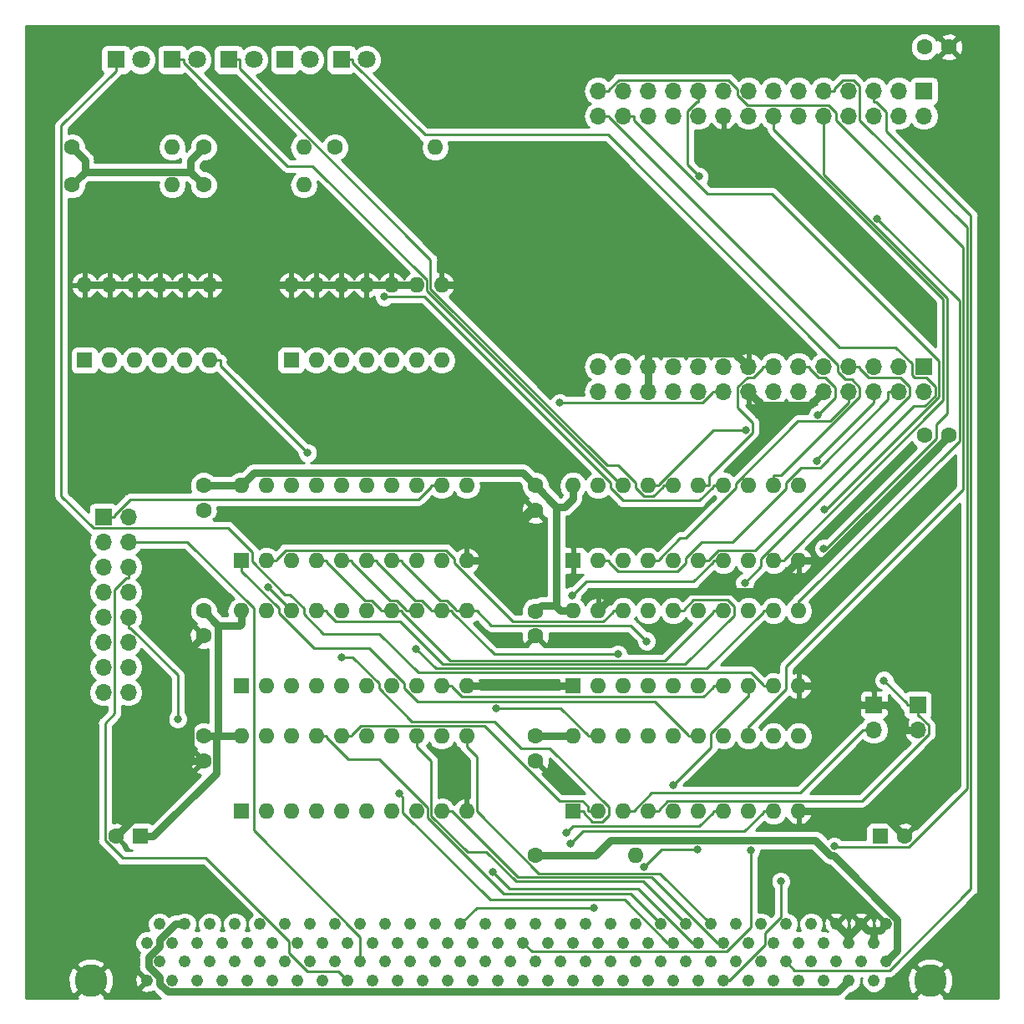
<source format=gbr>
G04 #@! TF.GenerationSoftware,KiCad,Pcbnew,(5.0.2)-1*
G04 #@! TF.CreationDate,2019-01-03T08:37:26-07:00*
G04 #@! TF.ProjectId,Ethernet,45746865-726e-4657-942e-6b696361645f,rev?*
G04 #@! TF.SameCoordinates,Original*
G04 #@! TF.FileFunction,Copper,L1,Top*
G04 #@! TF.FilePolarity,Positive*
%FSLAX46Y46*%
G04 Gerber Fmt 4.6, Leading zero omitted, Abs format (unit mm)*
G04 Created by KiCad (PCBNEW (5.0.2)-1) date 1/3/2019 8:37:26 AM*
%MOMM*%
%LPD*%
G01*
G04 APERTURE LIST*
G04 #@! TA.AperFunction,ComponentPad*
%ADD10O,1.600000X1.600000*%
G04 #@! TD*
G04 #@! TA.AperFunction,ComponentPad*
%ADD11R,1.600000X1.600000*%
G04 #@! TD*
G04 #@! TA.AperFunction,ComponentPad*
%ADD12C,1.600000*%
G04 #@! TD*
G04 #@! TA.AperFunction,ComponentPad*
%ADD13C,1.800000*%
G04 #@! TD*
G04 #@! TA.AperFunction,ComponentPad*
%ADD14R,1.800000X1.800000*%
G04 #@! TD*
G04 #@! TA.AperFunction,ComponentPad*
%ADD15R,1.700000X1.700000*%
G04 #@! TD*
G04 #@! TA.AperFunction,ComponentPad*
%ADD16O,1.700000X1.700000*%
G04 #@! TD*
G04 #@! TA.AperFunction,ComponentPad*
%ADD17C,3.314700*%
G04 #@! TD*
G04 #@! TA.AperFunction,ComponentPad*
%ADD18C,1.219200*%
G04 #@! TD*
G04 #@! TA.AperFunction,ViaPad*
%ADD19C,0.800000*%
G04 #@! TD*
G04 #@! TA.AperFunction,Conductor*
%ADD20C,0.750000*%
G04 #@! TD*
G04 #@! TA.AperFunction,Conductor*
%ADD21C,0.250000*%
G04 #@! TD*
G04 #@! TA.AperFunction,Conductor*
%ADD22C,0.254000*%
G04 #@! TD*
G04 APERTURE END LIST*
D10*
G04 #@! TO.P,U4,20*
G04 #@! TO.N,+5V*
X42545000Y-67310000D03*
G04 #@! TO.P,U4,10*
G04 #@! TO.N,GND*
X65405000Y-74930000D03*
G04 #@! TO.P,U4,19*
G04 #@! TO.N,/eA3*
X45085000Y-67310000D03*
G04 #@! TO.P,U4,9*
G04 #@! TO.N,Net-(U4-Pad9)*
X62865000Y-74930000D03*
G04 #@! TO.P,U4,18*
G04 #@! TO.N,/eA4*
X47625000Y-67310000D03*
G04 #@! TO.P,U4,8*
G04 #@! TO.N,/A9*
X60325000Y-74930000D03*
G04 #@! TO.P,U4,17*
G04 #@! TO.N,/eA5*
X50165000Y-67310000D03*
G04 #@! TO.P,U4,7*
G04 #@! TO.N,/A8*
X57785000Y-74930000D03*
G04 #@! TO.P,U4,16*
G04 #@! TO.N,/eA6*
X52705000Y-67310000D03*
G04 #@! TO.P,U4,6*
G04 #@! TO.N,/A7*
X55245000Y-74930000D03*
G04 #@! TO.P,U4,15*
G04 #@! TO.N,/eA7*
X55245000Y-67310000D03*
G04 #@! TO.P,U4,5*
G04 #@! TO.N,/A6*
X52705000Y-74930000D03*
G04 #@! TO.P,U4,14*
G04 #@! TO.N,/eA8*
X57785000Y-67310000D03*
G04 #@! TO.P,U4,4*
G04 #@! TO.N,/A5*
X50165000Y-74930000D03*
G04 #@! TO.P,U4,13*
G04 #@! TO.N,/eA9*
X60325000Y-67310000D03*
G04 #@! TO.P,U4,3*
G04 #@! TO.N,/A4*
X47625000Y-74930000D03*
G04 #@! TO.P,U4,12*
G04 #@! TO.N,Net-(J4-Pad1)*
X62865000Y-67310000D03*
G04 #@! TO.P,U4,2*
G04 #@! TO.N,/A3*
X45085000Y-74930000D03*
G04 #@! TO.P,U4,11*
G04 #@! TO.N,/~INT*
X65405000Y-67310000D03*
D11*
G04 #@! TO.P,U4,1*
G04 #@! TO.N,/ASEL*
X42545000Y-74930000D03*
G04 #@! TD*
D10*
G04 #@! TO.P,SW2,12*
G04 #@! TO.N,GND*
X26670000Y-46990000D03*
G04 #@! TO.P,SW2,6*
G04 #@! TO.N,Net-(SW2-Pad6)*
X39370000Y-54610000D03*
G04 #@! TO.P,SW2,11*
G04 #@! TO.N,GND*
X29210000Y-46990000D03*
G04 #@! TO.P,SW2,5*
G04 #@! TO.N,Net-(SW2-Pad5)*
X36830000Y-54610000D03*
G04 #@! TO.P,SW2,10*
G04 #@! TO.N,GND*
X31750000Y-46990000D03*
G04 #@! TO.P,SW2,4*
G04 #@! TO.N,Net-(SW2-Pad4)*
X34290000Y-54610000D03*
G04 #@! TO.P,SW2,9*
G04 #@! TO.N,GND*
X34290000Y-46990000D03*
G04 #@! TO.P,SW2,3*
G04 #@! TO.N,Net-(SW2-Pad3)*
X31750000Y-54610000D03*
G04 #@! TO.P,SW2,8*
G04 #@! TO.N,GND*
X36830000Y-46990000D03*
G04 #@! TO.P,SW2,2*
G04 #@! TO.N,Net-(SW2-Pad2)*
X29210000Y-54610000D03*
G04 #@! TO.P,SW2,7*
G04 #@! TO.N,GND*
X39370000Y-46990000D03*
D11*
G04 #@! TO.P,SW2,1*
G04 #@! TO.N,Net-(SW2-Pad1)*
X26670000Y-54610000D03*
G04 #@! TD*
D10*
G04 #@! TO.P,SW1,14*
G04 #@! TO.N,GND*
X47625000Y-46990000D03*
G04 #@! TO.P,SW1,7*
G04 #@! TO.N,Net-(SW1-Pad7)*
X62865000Y-54610000D03*
G04 #@! TO.P,SW1,13*
G04 #@! TO.N,GND*
X50165000Y-46990000D03*
G04 #@! TO.P,SW1,6*
G04 #@! TO.N,Net-(SW1-Pad6)*
X60325000Y-54610000D03*
G04 #@! TO.P,SW1,12*
G04 #@! TO.N,GND*
X52705000Y-46990000D03*
G04 #@! TO.P,SW1,5*
G04 #@! TO.N,Net-(SW1-Pad5)*
X57785000Y-54610000D03*
G04 #@! TO.P,SW1,11*
G04 #@! TO.N,GND*
X55245000Y-46990000D03*
G04 #@! TO.P,SW1,4*
G04 #@! TO.N,Net-(SW1-Pad4)*
X55245000Y-54610000D03*
G04 #@! TO.P,SW1,10*
G04 #@! TO.N,GND*
X57785000Y-46990000D03*
G04 #@! TO.P,SW1,3*
G04 #@! TO.N,Net-(SW1-Pad3)*
X52705000Y-54610000D03*
G04 #@! TO.P,SW1,9*
G04 #@! TO.N,GND*
X60325000Y-46990000D03*
G04 #@! TO.P,SW1,2*
G04 #@! TO.N,Net-(SW1-Pad2)*
X50165000Y-54610000D03*
G04 #@! TO.P,SW1,8*
G04 #@! TO.N,GND*
X62865000Y-46990000D03*
D11*
G04 #@! TO.P,SW1,1*
G04 #@! TO.N,Net-(SW1-Pad1)*
X47625000Y-54610000D03*
G04 #@! TD*
G04 #@! TO.P,C1,1*
G04 #@! TO.N,+3V3*
X107315000Y-102870000D03*
D12*
G04 #@! TO.P,C1,2*
G04 #@! TO.N,GND*
X109815000Y-102870000D03*
G04 #@! TD*
G04 #@! TO.P,C7,2*
G04 #@! TO.N,GND*
X29845000Y-102870000D03*
D11*
G04 #@! TO.P,C7,1*
G04 #@! TO.N,+5V*
X32345000Y-102870000D03*
G04 #@! TD*
D12*
G04 #@! TO.P,C9,1*
G04 #@! TO.N,+5V*
X72390000Y-80050000D03*
G04 #@! TO.P,C9,2*
G04 #@! TO.N,GND*
X72390000Y-82550000D03*
G04 #@! TD*
G04 #@! TO.P,C3,2*
G04 #@! TO.N,GND*
X114300000Y-22860000D03*
G04 #@! TO.P,C3,1*
G04 #@! TO.N,+3V3*
X111800000Y-22860000D03*
G04 #@! TD*
G04 #@! TO.P,C4,1*
G04 #@! TO.N,+5V*
X38735000Y-92710000D03*
G04 #@! TO.P,C4,2*
G04 #@! TO.N,GND*
X38735000Y-95210000D03*
G04 #@! TD*
G04 #@! TO.P,C5,2*
G04 #@! TO.N,GND*
X38735000Y-69810000D03*
G04 #@! TO.P,C5,1*
G04 #@! TO.N,+5V*
X38735000Y-67310000D03*
G04 #@! TD*
G04 #@! TO.P,C6,1*
G04 #@! TO.N,+5V*
X38735000Y-80010000D03*
G04 #@! TO.P,C6,2*
G04 #@! TO.N,GND*
X38735000Y-82510000D03*
G04 #@! TD*
G04 #@! TO.P,C8,2*
G04 #@! TO.N,GND*
X72390000Y-69810000D03*
G04 #@! TO.P,C8,1*
G04 #@! TO.N,+5V*
X72390000Y-67310000D03*
G04 #@! TD*
G04 #@! TO.P,C10,1*
G04 #@! TO.N,+5V*
X72390000Y-92710000D03*
G04 #@! TO.P,C10,2*
G04 #@! TO.N,GND*
X72390000Y-95210000D03*
G04 #@! TD*
G04 #@! TO.P,C2,2*
G04 #@! TO.N,GND*
X114300000Y-62230000D03*
G04 #@! TO.P,C2,1*
G04 #@! TO.N,+3V3*
X111800000Y-62230000D03*
G04 #@! TD*
D10*
G04 #@! TO.P,U5,20*
G04 #@! TO.N,+5V*
X76200000Y-80010000D03*
G04 #@! TO.P,U5,10*
G04 #@! TO.N,GND*
X99060000Y-87630000D03*
G04 #@! TO.P,U5,19*
X78740000Y-80010000D03*
G04 #@! TO.P,U5,9*
G04 #@! TO.N,Net-(D1-Pad1)*
X96520000Y-87630000D03*
G04 #@! TO.P,U5,18*
G04 #@! TO.N,/A3*
X81280000Y-80010000D03*
G04 #@! TO.P,U5,8*
G04 #@! TO.N,/bA6*
X93980000Y-87630000D03*
G04 #@! TO.P,U5,17*
G04 #@! TO.N,/bA7*
X83820000Y-80010000D03*
G04 #@! TO.P,U5,7*
G04 #@! TO.N,/A9*
X91440000Y-87630000D03*
G04 #@! TO.P,U5,16*
G04 #@! TO.N,/A4*
X86360000Y-80010000D03*
G04 #@! TO.P,U5,6*
G04 #@! TO.N,/bA5*
X88900000Y-87630000D03*
G04 #@! TO.P,U5,15*
G04 #@! TO.N,/bA8*
X88900000Y-80010000D03*
G04 #@! TO.P,U5,5*
G04 #@! TO.N,/A8*
X86360000Y-87630000D03*
G04 #@! TO.P,U5,14*
G04 #@! TO.N,/A5*
X91440000Y-80010000D03*
G04 #@! TO.P,U5,4*
G04 #@! TO.N,/bA4*
X83820000Y-87630000D03*
G04 #@! TO.P,U5,13*
G04 #@! TO.N,/bA9*
X93980000Y-80010000D03*
G04 #@! TO.P,U5,3*
G04 #@! TO.N,/A7*
X81280000Y-87630000D03*
G04 #@! TO.P,U5,12*
G04 #@! TO.N,/A6*
X96520000Y-80010000D03*
G04 #@! TO.P,U5,2*
G04 #@! TO.N,/bA3*
X78740000Y-87630000D03*
G04 #@! TO.P,U5,11*
G04 #@! TO.N,/~RX*
X99060000Y-80010000D03*
D11*
G04 #@! TO.P,U5,1*
G04 #@! TO.N,GND*
X76200000Y-87630000D03*
G04 #@! TD*
G04 #@! TO.P,U3,1*
G04 #@! TO.N,Net-(U1-Pad16)*
X76200000Y-100330000D03*
D10*
G04 #@! TO.P,U3,11*
G04 #@! TO.N,Net-(U3-Pad11)*
X99060000Y-92710000D03*
G04 #@! TO.P,U3,2*
G04 #@! TO.N,/~HI_ADDR*
X78740000Y-100330000D03*
G04 #@! TO.P,U3,12*
G04 #@! TO.N,/A2*
X96520000Y-92710000D03*
G04 #@! TO.P,U3,3*
G04 #@! TO.N,Net-(JP2-Pad2)*
X81280000Y-100330000D03*
G04 #@! TO.P,U3,13*
G04 #@! TO.N,/A1*
X93980000Y-92710000D03*
G04 #@! TO.P,U3,4*
G04 #@! TO.N,/~8BIT*
X83820000Y-100330000D03*
G04 #@! TO.P,U3,14*
G04 #@! TO.N,/A0*
X91440000Y-92710000D03*
G04 #@! TO.P,U3,5*
G04 #@! TO.N,/bA2*
X86360000Y-100330000D03*
G04 #@! TO.P,U3,15*
G04 #@! TO.N,/ASEL*
X88900000Y-92710000D03*
G04 #@! TO.P,U3,6*
G04 #@! TO.N,/bA1*
X88900000Y-100330000D03*
G04 #@! TO.P,U3,16*
G04 #@! TO.N,/~RD*
X86360000Y-92710000D03*
G04 #@! TO.P,U3,7*
G04 #@! TO.N,/bA0*
X91440000Y-100330000D03*
G04 #@! TO.P,U3,17*
G04 #@! TO.N,/~IO16*
X83820000Y-92710000D03*
G04 #@! TO.P,U3,8*
G04 #@! TO.N,/~IOR*
X93980000Y-100330000D03*
G04 #@! TO.P,U3,18*
G04 #@! TO.N,/~STS*
X81280000Y-92710000D03*
G04 #@! TO.P,U3,9*
G04 #@! TO.N,/~AEN*
X96520000Y-100330000D03*
G04 #@! TO.P,U3,19*
G04 #@! TO.N,/~CS*
X78740000Y-92710000D03*
G04 #@! TO.P,U3,10*
G04 #@! TO.N,GND*
X99060000Y-100330000D03*
G04 #@! TO.P,U3,20*
G04 #@! TO.N,+5V*
X76200000Y-92710000D03*
G04 #@! TD*
G04 #@! TO.P,U2,20*
G04 #@! TO.N,+5V*
X42545000Y-92710000D03*
G04 #@! TO.P,U2,10*
G04 #@! TO.N,GND*
X65405000Y-100330000D03*
G04 #@! TO.P,U2,19*
G04 #@! TO.N,Net-(U2-Pad19)*
X45085000Y-92710000D03*
G04 #@! TO.P,U2,9*
G04 #@! TO.N,/A15*
X62865000Y-100330000D03*
G04 #@! TO.P,U2,18*
G04 #@! TO.N,Net-(U2-Pad18)*
X47625000Y-92710000D03*
G04 #@! TO.P,U2,8*
G04 #@! TO.N,Net-(U2-Pad8)*
X60325000Y-100330000D03*
G04 #@! TO.P,U2,17*
G04 #@! TO.N,/A10*
X50165000Y-92710000D03*
G04 #@! TO.P,U2,7*
G04 #@! TO.N,Net-(U2-Pad7)*
X57785000Y-100330000D03*
G04 #@! TO.P,U2,16*
G04 #@! TO.N,/~HI_ADDR*
X52705000Y-92710000D03*
G04 #@! TO.P,U2,6*
G04 #@! TO.N,Net-(SW2-Pad6)*
X55245000Y-100330000D03*
G04 #@! TO.P,U2,15*
G04 #@! TO.N,Net-(U2-Pad15)*
X55245000Y-92710000D03*
G04 #@! TO.P,U2,5*
G04 #@! TO.N,Net-(SW2-Pad5)*
X52705000Y-100330000D03*
G04 #@! TO.P,U2,14*
G04 #@! TO.N,/A11*
X57785000Y-92710000D03*
G04 #@! TO.P,U2,4*
G04 #@! TO.N,Net-(SW2-Pad4)*
X50165000Y-100330000D03*
G04 #@! TO.P,U2,13*
G04 #@! TO.N,/A12*
X60325000Y-92710000D03*
G04 #@! TO.P,U2,3*
G04 #@! TO.N,Net-(SW2-Pad3)*
X47625000Y-100330000D03*
G04 #@! TO.P,U2,12*
G04 #@! TO.N,/A13*
X62865000Y-92710000D03*
G04 #@! TO.P,U2,2*
G04 #@! TO.N,Net-(SW2-Pad2)*
X45085000Y-100330000D03*
G04 #@! TO.P,U2,11*
G04 #@! TO.N,/A14*
X65405000Y-92710000D03*
D11*
G04 #@! TO.P,U2,1*
G04 #@! TO.N,Net-(SW2-Pad1)*
X42545000Y-100330000D03*
G04 #@! TD*
G04 #@! TO.P,U1,1*
G04 #@! TO.N,Net-(SW1-Pad1)*
X42545000Y-87630000D03*
D10*
G04 #@! TO.P,U1,11*
G04 #@! TO.N,/A8*
X65405000Y-80010000D03*
G04 #@! TO.P,U1,2*
G04 #@! TO.N,Net-(SW1-Pad2)*
X45085000Y-87630000D03*
G04 #@! TO.P,U1,12*
G04 #@! TO.N,/A7*
X62865000Y-80010000D03*
G04 #@! TO.P,U1,3*
G04 #@! TO.N,Net-(SW1-Pad3)*
X47625000Y-87630000D03*
G04 #@! TO.P,U1,13*
G04 #@! TO.N,/A6*
X60325000Y-80010000D03*
G04 #@! TO.P,U1,4*
G04 #@! TO.N,Net-(SW1-Pad4)*
X50165000Y-87630000D03*
G04 #@! TO.P,U1,14*
G04 #@! TO.N,/A5*
X57785000Y-80010000D03*
G04 #@! TO.P,U1,5*
G04 #@! TO.N,Net-(SW1-Pad5)*
X52705000Y-87630000D03*
G04 #@! TO.P,U1,15*
G04 #@! TO.N,Net-(U1-Pad15)*
X55245000Y-80010000D03*
G04 #@! TO.P,U1,6*
G04 #@! TO.N,Net-(SW1-Pad6)*
X55245000Y-87630000D03*
G04 #@! TO.P,U1,16*
G04 #@! TO.N,Net-(U1-Pad16)*
X52705000Y-80010000D03*
G04 #@! TO.P,U1,7*
G04 #@! TO.N,Net-(SW1-Pad7)*
X57785000Y-87630000D03*
G04 #@! TO.P,U1,17*
G04 #@! TO.N,/A4*
X50165000Y-80010000D03*
G04 #@! TO.P,U1,8*
G04 #@! TO.N,Net-(U1-Pad8)*
X60325000Y-87630000D03*
G04 #@! TO.P,U1,18*
G04 #@! TO.N,/A3*
X47625000Y-80010000D03*
G04 #@! TO.P,U1,9*
G04 #@! TO.N,/A9*
X62865000Y-87630000D03*
G04 #@! TO.P,U1,19*
G04 #@! TO.N,Net-(U1-Pad19)*
X45085000Y-80010000D03*
G04 #@! TO.P,U1,10*
G04 #@! TO.N,GND*
X65405000Y-87630000D03*
G04 #@! TO.P,U1,20*
G04 #@! TO.N,+5V*
X42545000Y-80010000D03*
G04 #@! TD*
G04 #@! TO.P,U6,20*
G04 #@! TO.N,+5V*
X76200000Y-67310000D03*
G04 #@! TO.P,U6,10*
G04 #@! TO.N,GND*
X99060000Y-74930000D03*
G04 #@! TO.P,U6,19*
G04 #@! TO.N,/~STS*
X78740000Y-67310000D03*
G04 #@! TO.P,U6,9*
G04 #@! TO.N,/D3*
X96520000Y-74930000D03*
G04 #@! TO.P,U6,18*
G04 #@! TO.N,Net-(D2-Pad1)*
X81280000Y-67310000D03*
G04 #@! TO.P,U6,8*
G04 #@! TO.N,/~COL*
X93980000Y-74930000D03*
G04 #@! TO.P,U6,17*
G04 #@! TO.N,/BRDY0*
X83820000Y-67310000D03*
G04 #@! TO.P,U6,7*
G04 #@! TO.N,/D2*
X91440000Y-74930000D03*
G04 #@! TO.P,U6,16*
G04 #@! TO.N,Net-(D3-Pad1)*
X86360000Y-67310000D03*
G04 #@! TO.P,U6,6*
G04 #@! TO.N,/~FDX*
X88900000Y-74930000D03*
G04 #@! TO.P,U6,15*
G04 #@! TO.N,/BRDY1*
X88900000Y-67310000D03*
G04 #@! TO.P,U6,5*
G04 #@! TO.N,/D1*
X86360000Y-74930000D03*
G04 #@! TO.P,U6,14*
G04 #@! TO.N,Net-(D4-Pad1)*
X91440000Y-67310000D03*
G04 #@! TO.P,U6,4*
G04 #@! TO.N,/~SPD*
X83820000Y-74930000D03*
G04 #@! TO.P,U6,13*
G04 #@! TO.N,/BRDY2*
X93980000Y-67310000D03*
G04 #@! TO.P,U6,3*
G04 #@! TO.N,/D0*
X81280000Y-74930000D03*
G04 #@! TO.P,U6,12*
G04 #@! TO.N,Net-(D5-Pad1)*
X96520000Y-67310000D03*
G04 #@! TO.P,U6,2*
G04 #@! TO.N,/~TX*
X78740000Y-74930000D03*
G04 #@! TO.P,U6,11*
G04 #@! TO.N,/BRDY3*
X99060000Y-67310000D03*
D11*
G04 #@! TO.P,U6,1*
G04 #@! TO.N,GND*
X76200000Y-74930000D03*
G04 #@! TD*
D13*
G04 #@! TO.P,D5,2*
G04 #@! TO.N,Net-(D5-Pad2)*
X55245000Y-24130000D03*
D14*
G04 #@! TO.P,D5,1*
G04 #@! TO.N,Net-(D5-Pad1)*
X52705000Y-24130000D03*
G04 #@! TD*
G04 #@! TO.P,D1,1*
G04 #@! TO.N,Net-(D1-Pad1)*
X29845000Y-24130000D03*
D13*
G04 #@! TO.P,D1,2*
G04 #@! TO.N,Net-(D1-Pad2)*
X32385000Y-24130000D03*
G04 #@! TD*
G04 #@! TO.P,D2,2*
G04 #@! TO.N,Net-(D2-Pad2)*
X38100000Y-24130000D03*
D14*
G04 #@! TO.P,D2,1*
G04 #@! TO.N,Net-(D2-Pad1)*
X35560000Y-24130000D03*
G04 #@! TD*
G04 #@! TO.P,D3,1*
G04 #@! TO.N,Net-(D3-Pad1)*
X41275000Y-24130000D03*
D13*
G04 #@! TO.P,D3,2*
G04 #@! TO.N,Net-(D3-Pad2)*
X43815000Y-24130000D03*
G04 #@! TD*
G04 #@! TO.P,D4,2*
G04 #@! TO.N,Net-(D4-Pad2)*
X49530000Y-24130000D03*
D14*
G04 #@! TO.P,D4,1*
G04 #@! TO.N,Net-(D4-Pad1)*
X46990000Y-24130000D03*
G04 #@! TD*
D15*
G04 #@! TO.P,JP1,1*
G04 #@! TO.N,/~8BIT*
X111125000Y-89535000D03*
D16*
G04 #@! TO.P,JP1,2*
G04 #@! TO.N,GND*
X111125000Y-92075000D03*
G04 #@! TD*
G04 #@! TO.P,JP2,2*
G04 #@! TO.N,Net-(JP2-Pad2)*
X106680000Y-92075000D03*
D15*
G04 #@! TO.P,JP2,1*
G04 #@! TO.N,GND*
X106680000Y-89535000D03*
G04 #@! TD*
D16*
G04 #@! TO.P,J4,16*
G04 #@! TO.N,/~IRQ0*
X31115000Y-88265000D03*
G04 #@! TO.P,J4,15*
G04 #@! TO.N,Net-(J4-Pad1)*
X28575000Y-88265000D03*
G04 #@! TO.P,J4,14*
G04 #@! TO.N,/~IRQ1*
X31115000Y-85725000D03*
G04 #@! TO.P,J4,13*
G04 #@! TO.N,Net-(J4-Pad1)*
X28575000Y-85725000D03*
G04 #@! TO.P,J4,12*
G04 #@! TO.N,/~IRQ2*
X31115000Y-83185000D03*
G04 #@! TO.P,J4,11*
G04 #@! TO.N,Net-(J4-Pad1)*
X28575000Y-83185000D03*
G04 #@! TO.P,J4,10*
G04 #@! TO.N,/~IRQ3*
X31115000Y-80645000D03*
G04 #@! TO.P,J4,9*
G04 #@! TO.N,Net-(J4-Pad1)*
X28575000Y-80645000D03*
G04 #@! TO.P,J4,8*
G04 #@! TO.N,/~IRQ4*
X31115000Y-78105000D03*
G04 #@! TO.P,J4,7*
G04 #@! TO.N,Net-(J4-Pad1)*
X28575000Y-78105000D03*
G04 #@! TO.P,J4,6*
G04 #@! TO.N,/~IRQ5*
X31115000Y-75565000D03*
G04 #@! TO.P,J4,5*
G04 #@! TO.N,Net-(J4-Pad1)*
X28575000Y-75565000D03*
G04 #@! TO.P,J4,4*
G04 #@! TO.N,/~IRQ6*
X31115000Y-73025000D03*
G04 #@! TO.P,J4,3*
G04 #@! TO.N,Net-(J4-Pad1)*
X28575000Y-73025000D03*
G04 #@! TO.P,J4,2*
G04 #@! TO.N,/~IRQ7*
X31115000Y-70485000D03*
D15*
G04 #@! TO.P,J4,1*
G04 #@! TO.N,Net-(J4-Pad1)*
X28575000Y-70485000D03*
G04 #@! TD*
G04 #@! TO.P,J2,1*
G04 #@! TO.N,+3V3*
X111760000Y-27305000D03*
D16*
G04 #@! TO.P,J2,2*
G04 #@! TO.N,/D15*
X111760000Y-29845000D03*
G04 #@! TO.P,J2,3*
G04 #@! TO.N,/D14*
X109220000Y-27305000D03*
G04 #@! TO.P,J2,4*
G04 #@! TO.N,/D13*
X109220000Y-29845000D03*
G04 #@! TO.P,J2,5*
G04 #@! TO.N,/D12*
X106680000Y-27305000D03*
G04 #@! TO.P,J2,6*
G04 #@! TO.N,/D11*
X106680000Y-29845000D03*
G04 #@! TO.P,J2,7*
G04 #@! TO.N,/D10*
X104140000Y-27305000D03*
G04 #@! TO.P,J2,8*
G04 #@! TO.N,/D9*
X104140000Y-29845000D03*
G04 #@! TO.P,J2,9*
G04 #@! TO.N,/D8*
X101600000Y-27305000D03*
G04 #@! TO.P,J2,10*
G04 #@! TO.N,/D7*
X101600000Y-29845000D03*
G04 #@! TO.P,J2,11*
G04 #@! TO.N,/D6*
X99060000Y-27305000D03*
G04 #@! TO.P,J2,12*
G04 #@! TO.N,/D5*
X99060000Y-29845000D03*
G04 #@! TO.P,J2,13*
G04 #@! TO.N,/D4*
X96520000Y-27305000D03*
G04 #@! TO.P,J2,14*
G04 #@! TO.N,/D3*
X96520000Y-29845000D03*
G04 #@! TO.P,J2,15*
G04 #@! TO.N,/D2*
X93980000Y-27305000D03*
G04 #@! TO.P,J2,16*
G04 #@! TO.N,/D1*
X93980000Y-29845000D03*
G04 #@! TO.P,J2,17*
G04 #@! TO.N,/D0*
X91440000Y-27305000D03*
G04 #@! TO.P,J2,18*
G04 #@! TO.N,GND*
X91440000Y-29845000D03*
G04 #@! TO.P,J2,19*
G04 #@! TO.N,/eA9*
X88900000Y-27305000D03*
G04 #@! TO.P,J2,20*
G04 #@! TO.N,/eA8*
X88900000Y-29845000D03*
G04 #@! TO.P,J2,21*
G04 #@! TO.N,/eA7*
X86360000Y-27305000D03*
G04 #@! TO.P,J2,22*
G04 #@! TO.N,/eA6*
X86360000Y-29845000D03*
G04 #@! TO.P,J2,23*
G04 #@! TO.N,/eA5*
X83820000Y-27305000D03*
G04 #@! TO.P,J2,24*
G04 #@! TO.N,/eA4*
X83820000Y-29845000D03*
G04 #@! TO.P,J2,25*
G04 #@! TO.N,/eA3*
X81280000Y-27305000D03*
G04 #@! TO.P,J2,26*
G04 #@! TO.N,/A2*
X81280000Y-29845000D03*
G04 #@! TO.P,J2,27*
G04 #@! TO.N,/A1*
X78740000Y-27305000D03*
G04 #@! TO.P,J2,28*
G04 #@! TO.N,/A0*
X78740000Y-29845000D03*
G04 #@! TD*
G04 #@! TO.P,J3,28*
G04 #@! TO.N,Net-(J3-Pad28)*
X78740000Y-57785000D03*
G04 #@! TO.P,J3,27*
G04 #@! TO.N,Net-(J3-Pad27)*
X78740000Y-55245000D03*
G04 #@! TO.P,J3,26*
G04 #@! TO.N,Net-(J3-Pad26)*
X81280000Y-57785000D03*
G04 #@! TO.P,J3,25*
G04 #@! TO.N,Net-(J3-Pad25)*
X81280000Y-55245000D03*
G04 #@! TO.P,J3,24*
G04 #@! TO.N,GND*
X83820000Y-57785000D03*
G04 #@! TO.P,J3,23*
X83820000Y-55245000D03*
G04 #@! TO.P,J3,22*
G04 #@! TO.N,Net-(J3-Pad22)*
X86360000Y-57785000D03*
G04 #@! TO.P,J3,21*
G04 #@! TO.N,/~IOW*
X86360000Y-55245000D03*
G04 #@! TO.P,J3,20*
G04 #@! TO.N,/~RD*
X88900000Y-57785000D03*
G04 #@! TO.P,J3,19*
G04 #@! TO.N,/~CS*
X88900000Y-55245000D03*
G04 #@! TO.P,J3,18*
G04 #@! TO.N,/~INT*
X91440000Y-57785000D03*
G04 #@! TO.P,J3,17*
G04 #@! TO.N,/~RESET*
X91440000Y-55245000D03*
G04 #@! TO.P,J3,16*
G04 #@! TO.N,GND*
X93980000Y-57785000D03*
G04 #@! TO.P,J3,15*
X93980000Y-55245000D03*
G04 #@! TO.P,J3,14*
G04 #@! TO.N,/BRDY0*
X96520000Y-57785000D03*
G04 #@! TO.P,J3,13*
G04 #@! TO.N,/BRDY1*
X96520000Y-55245000D03*
G04 #@! TO.P,J3,12*
G04 #@! TO.N,/BRDY2*
X99060000Y-57785000D03*
G04 #@! TO.P,J3,11*
G04 #@! TO.N,/BRDY3*
X99060000Y-55245000D03*
G04 #@! TO.P,J3,10*
G04 #@! TO.N,GND*
X101600000Y-57785000D03*
G04 #@! TO.P,J3,9*
G04 #@! TO.N,/~ACT*
X101600000Y-55245000D03*
G04 #@! TO.P,J3,8*
G04 #@! TO.N,/~SPD*
X104140000Y-57785000D03*
G04 #@! TO.P,J3,7*
G04 #@! TO.N,/~FDX*
X104140000Y-55245000D03*
G04 #@! TO.P,J3,6*
G04 #@! TO.N,/~COL*
X106680000Y-57785000D03*
G04 #@! TO.P,J3,5*
G04 #@! TO.N,/~RX*
X106680000Y-55245000D03*
G04 #@! TO.P,J3,4*
G04 #@! TO.N,/~TX*
X109220000Y-57785000D03*
G04 #@! TO.P,J3,3*
G04 #@! TO.N,/~LINK*
X109220000Y-55245000D03*
G04 #@! TO.P,J3,2*
G04 #@! TO.N,/~8BIT*
X111760000Y-57785000D03*
D15*
G04 #@! TO.P,J3,1*
G04 #@! TO.N,+3V3*
X111760000Y-55245000D03*
G04 #@! TD*
D12*
G04 #@! TO.P,R4,1*
G04 #@! TO.N,+5V*
X38735000Y-33020000D03*
D10*
G04 #@! TO.P,R4,2*
G04 #@! TO.N,Net-(D3-Pad2)*
X48895000Y-33020000D03*
G04 #@! TD*
G04 #@! TO.P,R5,2*
G04 #@! TO.N,Net-(D4-Pad2)*
X48895000Y-36830000D03*
D12*
G04 #@! TO.P,R5,1*
G04 #@! TO.N,+5V*
X38735000Y-36830000D03*
G04 #@! TD*
G04 #@! TO.P,R6,1*
G04 #@! TO.N,+5V*
X52070000Y-33020000D03*
D10*
G04 #@! TO.P,R6,2*
G04 #@! TO.N,Net-(D5-Pad2)*
X62230000Y-33020000D03*
G04 #@! TD*
G04 #@! TO.P,R1,2*
G04 #@! TO.N,/~8BIT*
X82550000Y-104775000D03*
D12*
G04 #@! TO.P,R1,1*
G04 #@! TO.N,+5V*
X72390000Y-104775000D03*
G04 #@! TD*
G04 #@! TO.P,R2,1*
G04 #@! TO.N,+5V*
X25400000Y-33020000D03*
D10*
G04 #@! TO.P,R2,2*
G04 #@! TO.N,Net-(D1-Pad2)*
X35560000Y-33020000D03*
G04 #@! TD*
G04 #@! TO.P,R3,2*
G04 #@! TO.N,Net-(D2-Pad2)*
X35560000Y-36830000D03*
D12*
G04 #@! TO.P,R3,1*
G04 #@! TO.N,+5V*
X25400000Y-36830000D03*
G04 #@! TD*
D17*
G04 #@! TO.P,J1,122*
G04 #@! TO.N,GND*
X27305000Y-117475000D03*
G04 #@! TO.P,J1,121*
X112395000Y-117475000D03*
D18*
G04 #@! TO.P,J1,120*
X33020000Y-117475000D03*
G04 #@! TO.P,J1,119*
X34290000Y-115570000D03*
G04 #@! TO.P,J1,118*
X35560000Y-117475000D03*
G04 #@! TO.P,J1,117*
X36830000Y-115570000D03*
G04 #@! TO.P,J1,116*
X38100000Y-117475000D03*
G04 #@! TO.P,J1,115*
G04 #@! TO.N,/~RESET*
X39370000Y-115570000D03*
G04 #@! TO.P,J1,114*
G04 #@! TO.N,Net-(J1-Pad114)*
X40640000Y-117475000D03*
G04 #@! TO.P,J1,113*
G04 #@! TO.N,Net-(J1-Pad113)*
X41910000Y-115570000D03*
G04 #@! TO.P,J1,112*
G04 #@! TO.N,Net-(J1-Pad112)*
X43180000Y-117475000D03*
G04 #@! TO.P,J1,111*
G04 #@! TO.N,Net-(J1-Pad111)*
X44450000Y-115570000D03*
G04 #@! TO.P,J1,110*
G04 #@! TO.N,Net-(J1-Pad110)*
X45720000Y-117475000D03*
G04 #@! TO.P,J1,109*
G04 #@! TO.N,/~IRQ0*
X46990000Y-115570000D03*
G04 #@! TO.P,J1,108*
G04 #@! TO.N,/~IRQ1*
X48260000Y-117475000D03*
G04 #@! TO.P,J1,107*
G04 #@! TO.N,/~IRQ2*
X49530000Y-115570000D03*
G04 #@! TO.P,J1,106*
G04 #@! TO.N,/~IRQ3*
X50800000Y-117475000D03*
G04 #@! TO.P,J1,105*
G04 #@! TO.N,/~IRQ4*
X52070000Y-115570000D03*
G04 #@! TO.P,J1,104*
G04 #@! TO.N,/~IRQ5*
X53340000Y-117475000D03*
G04 #@! TO.P,J1,103*
G04 #@! TO.N,/~IRQ6*
X54610000Y-115570000D03*
G04 #@! TO.P,J1,102*
G04 #@! TO.N,/~IRQ7*
X55880000Y-117475000D03*
G04 #@! TO.P,J1,101*
G04 #@! TO.N,Net-(J1-Pad101)*
X57150000Y-115570000D03*
G04 #@! TO.P,J1,100*
G04 #@! TO.N,Net-(J1-Pad100)*
X58420000Y-117475000D03*
G04 #@! TO.P,J1,99*
G04 #@! TO.N,Net-(J1-Pad99)*
X59690000Y-115570000D03*
G04 #@! TO.P,J1,98*
G04 #@! TO.N,Net-(J1-Pad98)*
X60960000Y-117475000D03*
G04 #@! TO.P,J1,97*
G04 #@! TO.N,Net-(J1-Pad97)*
X62230000Y-115570000D03*
G04 #@! TO.P,J1,96*
G04 #@! TO.N,Net-(J1-Pad96)*
X63500000Y-117475000D03*
G04 #@! TO.P,J1,95*
G04 #@! TO.N,Net-(J1-Pad95)*
X64770000Y-115570000D03*
G04 #@! TO.P,J1,94*
G04 #@! TO.N,Net-(J1-Pad94)*
X66040000Y-117475000D03*
G04 #@! TO.P,J1,93*
G04 #@! TO.N,Net-(J1-Pad93)*
X67310000Y-115570000D03*
G04 #@! TO.P,J1,92*
G04 #@! TO.N,Net-(J1-Pad92)*
X68580000Y-117475000D03*
G04 #@! TO.P,J1,91*
G04 #@! TO.N,Net-(J1-Pad91)*
X69850000Y-115570000D03*
G04 #@! TO.P,J1,90*
G04 #@! TO.N,/~AEN*
X71120000Y-117475000D03*
G04 #@! TO.P,J1,89*
G04 #@! TO.N,Net-(J1-Pad89)*
X72390000Y-115570000D03*
G04 #@! TO.P,J1,88*
G04 #@! TO.N,Net-(J1-Pad88)*
X73660000Y-117475000D03*
G04 #@! TO.P,J1,87*
G04 #@! TO.N,Net-(J1-Pad87)*
X74930000Y-115570000D03*
G04 #@! TO.P,J1,86*
G04 #@! TO.N,Net-(J1-Pad86)*
X76200000Y-117475000D03*
G04 #@! TO.P,J1,85*
G04 #@! TO.N,Net-(J1-Pad85)*
X77470000Y-115570000D03*
G04 #@! TO.P,J1,84*
G04 #@! TO.N,Net-(J1-Pad84)*
X78740000Y-117475000D03*
G04 #@! TO.P,J1,83*
G04 #@! TO.N,Net-(J1-Pad83)*
X80010000Y-115570000D03*
G04 #@! TO.P,J1,82*
G04 #@! TO.N,Net-(J1-Pad82)*
X81280000Y-117475000D03*
G04 #@! TO.P,J1,81*
G04 #@! TO.N,/D0*
X82550000Y-115570000D03*
G04 #@! TO.P,J1,80*
G04 #@! TO.N,/D1*
X83820000Y-117475000D03*
G04 #@! TO.P,J1,79*
G04 #@! TO.N,/D2*
X85090000Y-115570000D03*
G04 #@! TO.P,J1,78*
G04 #@! TO.N,/D3*
X86360000Y-117475000D03*
G04 #@! TO.P,J1,77*
G04 #@! TO.N,/D4*
X87630000Y-115570000D03*
G04 #@! TO.P,J1,76*
G04 #@! TO.N,/D5*
X88900000Y-117475000D03*
G04 #@! TO.P,J1,75*
G04 #@! TO.N,/D6*
X90170000Y-115570000D03*
G04 #@! TO.P,J1,74*
G04 #@! TO.N,/D7*
X91440000Y-117475000D03*
G04 #@! TO.P,J1,73*
G04 #@! TO.N,/D8*
X92710000Y-115570000D03*
G04 #@! TO.P,J1,72*
G04 #@! TO.N,/D9*
X93980000Y-117475000D03*
G04 #@! TO.P,J1,71*
G04 #@! TO.N,/D10*
X95250000Y-115570000D03*
G04 #@! TO.P,J1,70*
G04 #@! TO.N,/D11*
X96520000Y-117475000D03*
G04 #@! TO.P,J1,69*
G04 #@! TO.N,/D12*
X97790000Y-115570000D03*
G04 #@! TO.P,J1,68*
G04 #@! TO.N,/D13*
X99060000Y-117475000D03*
G04 #@! TO.P,J1,67*
G04 #@! TO.N,/D14*
X100330000Y-115570000D03*
G04 #@! TO.P,J1,66*
G04 #@! TO.N,/D15*
X101600000Y-117475000D03*
G04 #@! TO.P,J1,65*
G04 #@! TO.N,/+12V*
X102870000Y-115570000D03*
G04 #@! TO.P,J1,64*
G04 #@! TO.N,+3V3*
X104140000Y-117475000D03*
G04 #@! TO.P,J1,63*
G04 #@! TO.N,/+5VSB*
X105410000Y-115570000D03*
G04 #@! TO.P,J1,62*
G04 #@! TO.N,+5V*
X106680000Y-117475000D03*
G04 #@! TO.P,J1,61*
X107950000Y-115570000D03*
G04 #@! TO.P,J1,60*
X33020000Y-113665000D03*
G04 #@! TO.P,J1,59*
X34290000Y-111760000D03*
G04 #@! TO.P,J1,58*
X35560000Y-113665000D03*
G04 #@! TO.P,J1,57*
G04 #@! TO.N,+3V3*
X36830000Y-111760000D03*
G04 #@! TO.P,J1,56*
G04 #@! TO.N,/-12V*
X38100000Y-113665000D03*
G04 #@! TO.P,J1,55*
G04 #@! TO.N,Net-(J1-Pad55)*
X39370000Y-111760000D03*
G04 #@! TO.P,J1,54*
G04 #@! TO.N,Net-(J1-Pad54)*
X40640000Y-113665000D03*
G04 #@! TO.P,J1,53*
G04 #@! TO.N,Net-(J1-Pad53)*
X41910000Y-111760000D03*
G04 #@! TO.P,J1,52*
G04 #@! TO.N,Net-(J1-Pad52)*
X43180000Y-113665000D03*
G04 #@! TO.P,J1,51*
G04 #@! TO.N,Net-(J1-Pad51)*
X44450000Y-111760000D03*
G04 #@! TO.P,J1,50*
G04 #@! TO.N,Net-(J1-Pad50)*
X45720000Y-113665000D03*
G04 #@! TO.P,J1,49*
G04 #@! TO.N,Net-(J1-Pad49)*
X46990000Y-111760000D03*
G04 #@! TO.P,J1,48*
G04 #@! TO.N,Net-(J1-Pad48)*
X48260000Y-113665000D03*
G04 #@! TO.P,J1,47*
G04 #@! TO.N,Net-(J1-Pad47)*
X49530000Y-111760000D03*
G04 #@! TO.P,J1,46*
G04 #@! TO.N,Net-(J1-Pad46)*
X50800000Y-113665000D03*
G04 #@! TO.P,J1,45*
G04 #@! TO.N,Net-(J1-Pad45)*
X52070000Y-111760000D03*
G04 #@! TO.P,J1,44*
G04 #@! TO.N,Net-(J1-Pad44)*
X53340000Y-113665000D03*
G04 #@! TO.P,J1,43*
G04 #@! TO.N,Net-(J1-Pad43)*
X54610000Y-111760000D03*
G04 #@! TO.P,J1,42*
G04 #@! TO.N,Net-(J1-Pad42)*
X55880000Y-113665000D03*
G04 #@! TO.P,J1,41*
G04 #@! TO.N,Net-(J1-Pad41)*
X57150000Y-111760000D03*
G04 #@! TO.P,J1,40*
G04 #@! TO.N,Net-(J1-Pad40)*
X58420000Y-113665000D03*
G04 #@! TO.P,J1,39*
G04 #@! TO.N,Net-(J1-Pad39)*
X59690000Y-111760000D03*
G04 #@! TO.P,J1,38*
G04 #@! TO.N,Net-(J1-Pad38)*
X60960000Y-113665000D03*
G04 #@! TO.P,J1,37*
G04 #@! TO.N,Net-(J1-Pad37)*
X62230000Y-111760000D03*
G04 #@! TO.P,J1,36*
G04 #@! TO.N,Net-(J1-Pad36)*
X63500000Y-113665000D03*
G04 #@! TO.P,J1,35*
G04 #@! TO.N,/~IO16*
X64770000Y-111760000D03*
G04 #@! TO.P,J1,34*
G04 #@! TO.N,Net-(J1-Pad34)*
X66040000Y-113665000D03*
G04 #@! TO.P,J1,33*
G04 #@! TO.N,Net-(J1-Pad33)*
X67310000Y-111760000D03*
G04 #@! TO.P,J1,32*
G04 #@! TO.N,Net-(J1-Pad32)*
X68580000Y-113665000D03*
G04 #@! TO.P,J1,31*
G04 #@! TO.N,/~IOW*
X69850000Y-111760000D03*
G04 #@! TO.P,J1,30*
G04 #@! TO.N,/~IOR*
X71120000Y-113665000D03*
G04 #@! TO.P,J1,29*
G04 #@! TO.N,/bA0*
X72390000Y-111760000D03*
G04 #@! TO.P,J1,28*
G04 #@! TO.N,/bA1*
X73660000Y-113665000D03*
G04 #@! TO.P,J1,27*
G04 #@! TO.N,/bA2*
X74930000Y-111760000D03*
G04 #@! TO.P,J1,26*
G04 #@! TO.N,/bA3*
X76200000Y-113665000D03*
G04 #@! TO.P,J1,25*
G04 #@! TO.N,/bA4*
X77470000Y-111760000D03*
G04 #@! TO.P,J1,24*
G04 #@! TO.N,/bA5*
X78740000Y-113665000D03*
G04 #@! TO.P,J1,23*
G04 #@! TO.N,/bA6*
X80010000Y-111760000D03*
G04 #@! TO.P,J1,22*
G04 #@! TO.N,/bA7*
X81280000Y-113665000D03*
G04 #@! TO.P,J1,21*
G04 #@! TO.N,/bA8*
X82550000Y-111760000D03*
G04 #@! TO.P,J1,20*
G04 #@! TO.N,/bA9*
X83820000Y-113665000D03*
G04 #@! TO.P,J1,19*
G04 #@! TO.N,/A10*
X85090000Y-111760000D03*
G04 #@! TO.P,J1,18*
G04 #@! TO.N,/A11*
X86360000Y-113665000D03*
G04 #@! TO.P,J1,17*
G04 #@! TO.N,/A12*
X87630000Y-111760000D03*
G04 #@! TO.P,J1,16*
G04 #@! TO.N,/A13*
X88900000Y-113665000D03*
G04 #@! TO.P,J1,15*
G04 #@! TO.N,/A14*
X90170000Y-111760000D03*
G04 #@! TO.P,J1,14*
G04 #@! TO.N,/A15*
X91440000Y-113665000D03*
G04 #@! TO.P,J1,13*
G04 #@! TO.N,Net-(J1-Pad13)*
X92710000Y-111760000D03*
G04 #@! TO.P,J1,12*
G04 #@! TO.N,Net-(J1-Pad12)*
X93980000Y-113665000D03*
G04 #@! TO.P,J1,11*
G04 #@! TO.N,Net-(J1-Pad11)*
X95250000Y-111760000D03*
G04 #@! TO.P,J1,10*
G04 #@! TO.N,Net-(J1-Pad10)*
X96520000Y-113665000D03*
G04 #@! TO.P,J1,9*
G04 #@! TO.N,Net-(J1-Pad9)*
X97790000Y-111760000D03*
G04 #@! TO.P,J1,8*
G04 #@! TO.N,Net-(J1-Pad8)*
X99060000Y-113665000D03*
G04 #@! TO.P,J1,7*
G04 #@! TO.N,Net-(J1-Pad7)*
X100330000Y-111760000D03*
G04 #@! TO.P,J1,6*
G04 #@! TO.N,Net-(J1-Pad6)*
X101600000Y-113665000D03*
G04 #@! TO.P,J1,5*
G04 #@! TO.N,GND*
X102870000Y-111760000D03*
G04 #@! TO.P,J1,4*
X104140000Y-113665000D03*
G04 #@! TO.P,J1,3*
X105410000Y-111760000D03*
G04 #@! TO.P,J1,2*
X106680000Y-113665000D03*
G04 #@! TO.P,J1,1*
X107950000Y-111760000D03*
G04 #@! TD*
D19*
G04 #@! TO.N,GND*
X118745000Y-21590000D03*
X118745000Y-22860000D03*
X21590000Y-21590000D03*
X21590000Y-22860000D03*
X22860000Y-22860000D03*
X22860000Y-21590000D03*
X118745000Y-21590000D03*
X118745000Y-21590000D03*
X118745000Y-21590000D03*
X118745000Y-21590000D03*
X114300000Y-66675000D03*
X110490000Y-70485000D03*
X106045000Y-74295000D03*
X99060000Y-82550000D03*
G04 #@! TO.N,/A13*
X68035200Y-106512100D03*
G04 #@! TO.N,/A11*
X58541500Y-98521600D03*
G04 #@! TO.N,/bA6*
X86353300Y-97646700D03*
G04 #@! TO.N,/bA5*
X83361000Y-105959900D03*
X88844100Y-104157200D03*
G04 #@! TO.N,/bA0*
X75546200Y-102484200D03*
G04 #@! TO.N,/~IOR*
X94233400Y-104254800D03*
G04 #@! TO.N,/~IO16*
X78333900Y-110097800D03*
G04 #@! TO.N,/D8*
X102685700Y-103888400D03*
G04 #@! TO.N,/D7*
X101594900Y-73677000D03*
X97254300Y-107418300D03*
G04 #@! TO.N,/D2*
X76089000Y-78458500D03*
G04 #@! TO.N,/~AEN*
X75915300Y-103642100D03*
G04 #@! TO.N,/~IRQ3*
X36123900Y-90964900D03*
G04 #@! TO.N,/~8BIT*
X107718700Y-87049900D03*
G04 #@! TO.N,/~CS*
X68405500Y-89866300D03*
G04 #@! TO.N,/~INT*
X74852800Y-58903700D03*
G04 #@! TO.N,/BRDY0*
X93701800Y-61648600D03*
G04 #@! TO.N,/BRDY3*
X101027000Y-60135800D03*
G04 #@! TO.N,/~COL*
X100951900Y-64815600D03*
G04 #@! TO.N,/~RX*
X107008100Y-40241700D03*
G04 #@! TO.N,/A8*
X83650200Y-83087700D03*
G04 #@! TO.N,/A7*
X80739900Y-84394400D03*
G04 #@! TO.N,/A6*
X60262700Y-83838600D03*
G04 #@! TO.N,/A3*
X45255400Y-77630700D03*
G04 #@! TO.N,/A2*
X101655700Y-69751300D03*
G04 #@! TO.N,/A0*
X93596000Y-77160500D03*
G04 #@! TO.N,Net-(D4-Pad1)*
X57064600Y-48180500D03*
G04 #@! TO.N,/eA9*
X88999100Y-35987900D03*
G04 #@! TO.N,Net-(U1-Pad16)*
X52707700Y-84679900D03*
G04 #@! TO.N,Net-(SW2-Pad6)*
X49287600Y-64004900D03*
G04 #@! TD*
D20*
G04 #@! TO.N,GND*
X111125000Y-92075000D02*
X109772700Y-92075000D01*
X106680000Y-89535000D02*
X108032300Y-89535000D01*
X109772700Y-92075000D02*
X109772700Y-91275400D01*
X109772700Y-91275400D02*
X108032300Y-89535000D01*
X100362300Y-74930000D02*
X101617900Y-74930000D01*
X101617900Y-74930000D02*
X114300000Y-62247900D01*
X114300000Y-62247900D02*
X114300000Y-62230000D01*
X78740000Y-80010000D02*
X80687200Y-78062800D01*
X80687200Y-78062800D02*
X95927200Y-78062800D01*
X95927200Y-78062800D02*
X99060000Y-74930000D01*
X65405000Y-74930000D02*
X66707300Y-74930000D01*
X72390000Y-69810000D02*
X71827300Y-69810000D01*
X71827300Y-69810000D02*
X66707300Y-74930000D01*
X62865000Y-46990000D02*
X76917300Y-46990000D01*
X76917300Y-46990000D02*
X83820000Y-53892700D01*
X83820000Y-53892700D02*
X92627700Y-53892700D01*
X92627700Y-53892700D02*
X93980000Y-55245000D01*
X83820000Y-55245000D02*
X83820000Y-53892700D01*
X83820000Y-57785000D02*
X83820000Y-55245000D01*
X39370000Y-46990000D02*
X36830000Y-46990000D01*
X47625000Y-46990000D02*
X39370000Y-46990000D01*
X106680000Y-112395000D02*
X106045000Y-112395000D01*
X106045000Y-112395000D02*
X105410000Y-111760000D01*
X107950000Y-111760000D02*
X107315000Y-112395000D01*
X107315000Y-112395000D02*
X106680000Y-112395000D01*
X106680000Y-112395000D02*
X106680000Y-113665000D01*
X104140000Y-113030000D02*
X102870000Y-111760000D01*
X104140000Y-113665000D02*
X104140000Y-113030000D01*
X105410000Y-111760000D02*
X104140000Y-113030000D01*
X76200000Y-87630000D02*
X66707300Y-87630000D01*
X65405000Y-87630000D02*
X66707300Y-87630000D01*
X99060000Y-74930000D02*
X100362300Y-74930000D01*
X93980000Y-57785000D02*
X95334800Y-59139800D01*
X95334800Y-59139800D02*
X100245200Y-59139800D01*
X100245200Y-59139800D02*
X101600000Y-57785000D01*
X99711200Y-87630000D02*
X99060000Y-87630000D01*
X106680000Y-89535000D02*
X105327700Y-89535000D01*
X105327700Y-89535000D02*
X103422700Y-87630000D01*
X103422700Y-87630000D02*
X100362300Y-87630000D01*
X99711200Y-87630000D02*
X100362300Y-87630000D01*
X29210000Y-46990000D02*
X26670000Y-46990000D01*
X31750000Y-46990000D02*
X29210000Y-46990000D01*
X34290000Y-46990000D02*
X31750000Y-46990000D01*
X36830000Y-46990000D02*
X34290000Y-46990000D01*
X50165000Y-46990000D02*
X47625000Y-46990000D01*
X52705000Y-46990000D02*
X50165000Y-46990000D01*
X55245000Y-46990000D02*
X52705000Y-46990000D01*
X57785000Y-46990000D02*
X55245000Y-46990000D01*
X60325000Y-46990000D02*
X57785000Y-46990000D01*
X37505000Y-95210000D02*
X37413400Y-95118400D01*
X37413400Y-95118400D02*
X37413400Y-83831600D01*
X37413400Y-83831600D02*
X38735000Y-82510000D01*
X38735000Y-95210000D02*
X37505000Y-95210000D01*
X37505000Y-95210000D02*
X29845000Y-102870000D01*
X99060000Y-100330000D02*
X107275000Y-100330000D01*
X107275000Y-100330000D02*
X109815000Y-102870000D01*
D21*
G04 #@! TO.N,/A15*
X62865000Y-100330000D02*
X63917300Y-100330000D01*
X91440000Y-113665000D02*
X90805100Y-113665000D01*
X90805100Y-113665000D02*
X84144500Y-107004400D01*
X84144500Y-107004400D02*
X70591100Y-107004400D01*
X70591100Y-107004400D02*
X63917300Y-100330600D01*
X63917300Y-100330600D02*
X63917300Y-100330000D01*
G04 #@! TO.N,/A14*
X65405000Y-93762300D02*
X66457300Y-94814600D01*
X66457300Y-94814600D02*
X66457300Y-100334700D01*
X66457300Y-100334700D02*
X72734800Y-106612200D01*
X72734800Y-106612200D02*
X85022200Y-106612200D01*
X85022200Y-106612200D02*
X90170000Y-111760000D01*
X65405000Y-92710000D02*
X65405000Y-93762300D01*
G04 #@! TO.N,/A13*
X88900000Y-113665000D02*
X88265100Y-113665000D01*
X88265100Y-113665000D02*
X82804700Y-108204600D01*
X82804700Y-108204600D02*
X69727700Y-108204600D01*
X69727700Y-108204600D02*
X68035200Y-106512100D01*
G04 #@! TO.N,/A12*
X60325000Y-92710000D02*
X60325000Y-93762300D01*
X87630000Y-111760000D02*
X83319200Y-107449200D01*
X83319200Y-107449200D02*
X70393800Y-107449200D01*
X70393800Y-107449200D02*
X67426800Y-104482200D01*
X67426800Y-104482200D02*
X65528900Y-104482200D01*
X65528900Y-104482200D02*
X61812600Y-100765900D01*
X61812600Y-100765900D02*
X61812600Y-95249900D01*
X61812600Y-95249900D02*
X60325000Y-93762300D01*
G04 #@! TO.N,/A11*
X86360000Y-113665000D02*
X85762200Y-113665000D01*
X85762200Y-113665000D02*
X81410900Y-109313700D01*
X81410900Y-109313700D02*
X67796600Y-109313700D01*
X67796600Y-109313700D02*
X58921500Y-100438600D01*
X58921500Y-100438600D02*
X58921500Y-98901600D01*
X58921500Y-98901600D02*
X58541500Y-98521600D01*
G04 #@! TO.N,/A10*
X50165000Y-92710000D02*
X51217300Y-92710000D01*
X85090000Y-111760000D02*
X82023100Y-108693100D01*
X82023100Y-108693100D02*
X69191800Y-108693100D01*
X69191800Y-108693100D02*
X61435200Y-100936500D01*
X61435200Y-100936500D02*
X61435200Y-99938000D01*
X61435200Y-99938000D02*
X56529600Y-95032400D01*
X56529600Y-95032400D02*
X53430700Y-95032400D01*
X53430700Y-95032400D02*
X51217300Y-92819000D01*
X51217300Y-92819000D02*
X51217300Y-92710000D01*
G04 #@! TO.N,/bA6*
X93980000Y-87630000D02*
X93980000Y-88682300D01*
X86353300Y-97646700D02*
X90170000Y-93830000D01*
X90170000Y-93830000D02*
X90170000Y-92383300D01*
X90170000Y-92383300D02*
X93871000Y-88682300D01*
X93871000Y-88682300D02*
X93980000Y-88682300D01*
G04 #@! TO.N,/bA5*
X88844100Y-104157200D02*
X85163700Y-104157200D01*
X85163700Y-104157200D02*
X83361000Y-105959900D01*
G04 #@! TO.N,/bA0*
X91440000Y-100330000D02*
X90387700Y-100330000D01*
X75546200Y-102484200D02*
X76174800Y-101855600D01*
X76174800Y-101855600D02*
X88971100Y-101855600D01*
X88971100Y-101855600D02*
X90387700Y-100439000D01*
X90387700Y-100439000D02*
X90387700Y-100330000D01*
G04 #@! TO.N,/~IOR*
X71120000Y-113665000D02*
X72019000Y-114564000D01*
X72019000Y-114564000D02*
X91768900Y-114564000D01*
X91768900Y-114564000D02*
X94233400Y-112099500D01*
X94233400Y-112099500D02*
X94233400Y-104254800D01*
G04 #@! TO.N,/~IO16*
X64770000Y-111760000D02*
X66432200Y-110097800D01*
X66432200Y-110097800D02*
X78333900Y-110097800D01*
D20*
G04 #@! TO.N,+3V3*
X104140000Y-117475000D02*
X103025200Y-118589800D01*
X103025200Y-118589800D02*
X35096800Y-118589800D01*
X35096800Y-118589800D02*
X34290000Y-117783000D01*
X34290000Y-117783000D02*
X34290000Y-117157500D01*
X34290000Y-117157500D02*
X33150300Y-116017800D01*
X33150300Y-116017800D02*
X33150300Y-115137200D01*
X33150300Y-115137200D02*
X34290000Y-113997500D01*
X34290000Y-113997500D02*
X34290000Y-113347500D01*
X34290000Y-113347500D02*
X35877500Y-111760000D01*
X35877500Y-111760000D02*
X36830000Y-111760000D01*
G04 #@! TO.N,+5V*
X107950000Y-115570000D02*
X109072400Y-114447600D01*
X109072400Y-114447600D02*
X109072400Y-111273500D01*
X109072400Y-111273500D02*
X102589600Y-104790700D01*
X102589600Y-104790700D02*
X102312100Y-104790700D01*
X102312100Y-104790700D02*
X100776300Y-103254900D01*
X100776300Y-103254900D02*
X80015300Y-103254900D01*
X80015300Y-103254900D02*
X78495200Y-104775000D01*
X78495200Y-104775000D02*
X72390000Y-104775000D01*
X40204300Y-92710000D02*
X42545000Y-92710000D01*
X40037400Y-92710000D02*
X40204300Y-92710000D01*
X40204300Y-81479300D02*
X40204300Y-92710000D01*
X40204300Y-81479300D02*
X38735000Y-80010000D01*
X42545000Y-81312300D02*
X42378000Y-81479300D01*
X42378000Y-81479300D02*
X40204300Y-81479300D01*
X38735000Y-92710000D02*
X40037400Y-92710000D01*
X40037400Y-92710000D02*
X40037400Y-96479900D01*
X40037400Y-96479900D02*
X33647300Y-102870000D01*
X42545000Y-67310000D02*
X38735000Y-67310000D01*
X72390000Y-67310000D02*
X71079300Y-65999300D01*
X71079300Y-65999300D02*
X43855700Y-65999300D01*
X43855700Y-65999300D02*
X42545000Y-67310000D01*
X74373700Y-79486000D02*
X74897700Y-80010000D01*
X72390000Y-80050000D02*
X72954000Y-79486000D01*
X72954000Y-79486000D02*
X74373700Y-79486000D01*
X74524700Y-69444700D02*
X74524700Y-79335000D01*
X74524700Y-79335000D02*
X74373700Y-79486000D01*
X76200000Y-80010000D02*
X74897700Y-80010000D01*
X74524700Y-69444700D02*
X72390000Y-67310000D01*
X76200000Y-68612300D02*
X75367600Y-69444700D01*
X75367600Y-69444700D02*
X74524700Y-69444700D01*
X37425300Y-35520300D02*
X26709700Y-35520300D01*
X38735000Y-36830000D02*
X37425300Y-35520300D01*
X38735000Y-33020000D02*
X37425300Y-34329700D01*
X37425300Y-34329700D02*
X37425300Y-35520300D01*
X76200000Y-67310000D02*
X76200000Y-68612300D01*
X42545000Y-80010000D02*
X42545000Y-81312300D01*
X26709700Y-35520300D02*
X25400000Y-36830000D01*
X26709700Y-35520300D02*
X26709700Y-34329700D01*
X26709700Y-34329700D02*
X25400000Y-33020000D01*
X32345000Y-102870000D02*
X33647300Y-102870000D01*
X76200000Y-92710000D02*
X72390000Y-92710000D01*
D21*
G04 #@! TO.N,/D12*
X106680000Y-27305000D02*
X106680000Y-28407300D01*
X97790000Y-115570000D02*
X98652000Y-116432000D01*
X98652000Y-116432000D02*
X108307700Y-116432000D01*
X108307700Y-116432000D02*
X116530400Y-108209300D01*
X116530400Y-108209300D02*
X116530400Y-39940000D01*
X116530400Y-39940000D02*
X107950000Y-31359600D01*
X107950000Y-31359600D02*
X107950000Y-29448900D01*
X107950000Y-29448900D02*
X106908400Y-28407300D01*
X106908400Y-28407300D02*
X106680000Y-28407300D01*
G04 #@! TO.N,/D8*
X101600000Y-27305000D02*
X102702300Y-27305000D01*
X102685700Y-103888400D02*
X102758800Y-103961500D01*
X102758800Y-103961500D02*
X110233900Y-103961500D01*
X110233900Y-103961500D02*
X116153000Y-98042400D01*
X116153000Y-98042400D02*
X116153000Y-41145200D01*
X116153000Y-41145200D02*
X105254500Y-30246700D01*
X105254500Y-30246700D02*
X105254500Y-26813900D01*
X105254500Y-26813900D02*
X104643200Y-26202600D01*
X104643200Y-26202600D02*
X103576300Y-26202600D01*
X103576300Y-26202600D02*
X102702300Y-27076600D01*
X102702300Y-27076600D02*
X102702300Y-27305000D01*
G04 #@! TO.N,/D7*
X101600000Y-29845000D02*
X101600000Y-35755900D01*
X101600000Y-35755900D02*
X114115200Y-48271100D01*
X114115200Y-48271100D02*
X114115200Y-60026200D01*
X114115200Y-60026200D02*
X113050000Y-61091400D01*
X113050000Y-61091400D02*
X113050000Y-62500000D01*
X113050000Y-62500000D02*
X101873000Y-73677000D01*
X101873000Y-73677000D02*
X101594900Y-73677000D01*
X91440000Y-117475000D02*
X92036400Y-117475000D01*
X92036400Y-117475000D02*
X95658000Y-113853400D01*
X95658000Y-113853400D02*
X95658000Y-112622100D01*
X95658000Y-112622100D02*
X97254300Y-111025800D01*
X97254300Y-111025800D02*
X97254300Y-107418300D01*
G04 #@! TO.N,/D3*
X96520000Y-30947300D02*
X96520000Y-31209500D01*
X96520000Y-31209500D02*
X113726800Y-48416300D01*
X113726800Y-48416300D02*
X113726800Y-58630000D01*
X113726800Y-58630000D02*
X97572300Y-74784500D01*
X97572300Y-74784500D02*
X97572300Y-74930000D01*
X96520000Y-29845000D02*
X96520000Y-30947300D01*
X96520000Y-74930000D02*
X97572300Y-74930000D01*
G04 #@! TO.N,/D2*
X91440000Y-74930000D02*
X90387700Y-74930000D01*
X76089000Y-78458500D02*
X77515700Y-77031800D01*
X77515700Y-77031800D02*
X88394900Y-77031800D01*
X88394900Y-77031800D02*
X90387700Y-75039000D01*
X90387700Y-75039000D02*
X90387700Y-74930000D01*
G04 #@! TO.N,/~AEN*
X96520000Y-100330000D02*
X95467700Y-100330000D01*
X75915300Y-103642100D02*
X77212700Y-102344700D01*
X77212700Y-102344700D02*
X93562000Y-102344700D01*
X93562000Y-102344700D02*
X95467700Y-100439000D01*
X95467700Y-100439000D02*
X95467700Y-100330000D01*
G04 #@! TO.N,/~IRQ6*
X54610000Y-115570000D02*
X54610000Y-113080900D01*
X54610000Y-113080900D02*
X43815000Y-102285900D01*
X43815000Y-102285900D02*
X43815000Y-79757100D01*
X43815000Y-79757100D02*
X37082900Y-73025000D01*
X37082900Y-73025000D02*
X31115000Y-73025000D01*
G04 #@! TO.N,/~IRQ5*
X31115000Y-75565000D02*
X31115000Y-76667300D01*
X53340000Y-117475000D02*
X52440900Y-116575900D01*
X52440900Y-116575900D02*
X49293300Y-116575900D01*
X49293300Y-116575900D02*
X47398000Y-114680600D01*
X47398000Y-114680600D02*
X47398000Y-113488900D01*
X47398000Y-113488900D02*
X38968500Y-105059400D01*
X38968500Y-105059400D02*
X30544400Y-105059400D01*
X30544400Y-105059400D02*
X28739600Y-103254600D01*
X28739600Y-103254600D02*
X28739600Y-91393200D01*
X28739600Y-91393200D02*
X29711500Y-90421300D01*
X29711500Y-90421300D02*
X29711500Y-77842400D01*
X29711500Y-77842400D02*
X30886600Y-76667300D01*
X30886600Y-76667300D02*
X31115000Y-76667300D01*
G04 #@! TO.N,/~IRQ3*
X31115000Y-80645000D02*
X31115000Y-81747300D01*
X36123900Y-90964900D02*
X36123900Y-86527800D01*
X36123900Y-86527800D02*
X31343400Y-81747300D01*
X31343400Y-81747300D02*
X31115000Y-81747300D01*
G04 #@! TO.N,/~8BIT*
X111125000Y-89535000D02*
X111125000Y-90637300D01*
X83820000Y-100330000D02*
X84872300Y-100330000D01*
X84872300Y-100330000D02*
X84872300Y-100198300D01*
X84872300Y-100198300D02*
X85792900Y-99277700D01*
X85792900Y-99277700D02*
X105484900Y-99277700D01*
X105484900Y-99277700D02*
X112227300Y-92535300D01*
X112227300Y-92535300D02*
X112227300Y-91601700D01*
X112227300Y-91601700D02*
X111262900Y-90637300D01*
X111262900Y-90637300D02*
X111125000Y-90637300D01*
X111125000Y-89535000D02*
X110022700Y-89535000D01*
X110022700Y-89535000D02*
X110022700Y-89353900D01*
X110022700Y-89353900D02*
X107718700Y-87049900D01*
G04 #@! TO.N,/~CS*
X78740000Y-92710000D02*
X77687700Y-92710000D01*
X68405500Y-89866300D02*
X74953000Y-89866300D01*
X74953000Y-89866300D02*
X77687700Y-92601000D01*
X77687700Y-92601000D02*
X77687700Y-92710000D01*
G04 #@! TO.N,/~INT*
X91440000Y-57785000D02*
X90337700Y-57785000D01*
X90337700Y-57785000D02*
X90337700Y-57922800D01*
X90337700Y-57922800D02*
X89356800Y-58903700D01*
X89356800Y-58903700D02*
X74852800Y-58903700D01*
G04 #@! TO.N,/BRDY0*
X83820000Y-67310000D02*
X84872300Y-67310000D01*
X93701800Y-61648600D02*
X90424700Y-61648600D01*
X90424700Y-61648600D02*
X84872300Y-67201000D01*
X84872300Y-67201000D02*
X84872300Y-67310000D01*
G04 #@! TO.N,/BRDY1*
X88900000Y-67310000D02*
X89952300Y-67310000D01*
X96520000Y-55245000D02*
X95417700Y-55245000D01*
X95417700Y-55245000D02*
X95417700Y-55382900D01*
X95417700Y-55382900D02*
X94453300Y-56347300D01*
X94453300Y-56347300D02*
X93853400Y-56347300D01*
X93853400Y-56347300D02*
X92876300Y-57324400D01*
X92876300Y-57324400D02*
X92876300Y-59423300D01*
X92876300Y-59423300D02*
X94366300Y-60913300D01*
X94366300Y-60913300D02*
X94366300Y-61935800D01*
X94366300Y-61935800D02*
X89952300Y-66349800D01*
X89952300Y-66349800D02*
X89952300Y-67310000D01*
G04 #@! TO.N,/BRDY3*
X99060000Y-55245000D02*
X100162300Y-55245000D01*
X100162300Y-55245000D02*
X100162300Y-55382900D01*
X100162300Y-55382900D02*
X101126700Y-56347300D01*
X101126700Y-56347300D02*
X101726600Y-56347300D01*
X101726600Y-56347300D02*
X102736300Y-57357000D01*
X102736300Y-57357000D02*
X102736300Y-58426500D01*
X102736300Y-58426500D02*
X101027000Y-60135800D01*
G04 #@! TO.N,/~SPD*
X104140000Y-57785000D02*
X104140000Y-58887300D01*
X84872300Y-74930000D02*
X84872300Y-74821000D01*
X84872300Y-74821000D02*
X87053500Y-72639800D01*
X87053500Y-72639800D02*
X87638500Y-72639800D01*
X87638500Y-72639800D02*
X92710000Y-67568300D01*
X92710000Y-67568300D02*
X92710000Y-67074900D01*
X92710000Y-67074900D02*
X98996800Y-60788100D01*
X98996800Y-60788100D02*
X102239200Y-60788100D01*
X102239200Y-60788100D02*
X104140000Y-58887300D01*
X83820000Y-74930000D02*
X84872300Y-74930000D01*
G04 #@! TO.N,/~FDX*
X105242300Y-55245000D02*
X105242300Y-55382900D01*
X105242300Y-55382900D02*
X106206700Y-56347300D01*
X106206700Y-56347300D02*
X109371900Y-56347300D01*
X109371900Y-56347300D02*
X110337500Y-57312900D01*
X110337500Y-57312900D02*
X110337500Y-58226700D01*
X110337500Y-58226700D02*
X94686500Y-73877700D01*
X94686500Y-73877700D02*
X90895600Y-73877700D01*
X90895600Y-73877700D02*
X89952300Y-74821000D01*
X89952300Y-74821000D02*
X89952300Y-74930000D01*
X88900000Y-74930000D02*
X89952300Y-74930000D01*
X104140000Y-55245000D02*
X105242300Y-55245000D01*
G04 #@! TO.N,/~COL*
X106680000Y-57785000D02*
X106680000Y-58887300D01*
X106680000Y-58887300D02*
X100951900Y-64615400D01*
X100951900Y-64615400D02*
X100951900Y-64815600D01*
G04 #@! TO.N,/~RX*
X99060000Y-80010000D02*
X99060000Y-78957700D01*
X107008100Y-40241700D02*
X115367700Y-48601300D01*
X115367700Y-48601300D02*
X115367700Y-62759000D01*
X115367700Y-62759000D02*
X99169000Y-78957700D01*
X99169000Y-78957700D02*
X99060000Y-78957700D01*
G04 #@! TO.N,/~TX*
X79792300Y-74930000D02*
X79792300Y-75039000D01*
X79792300Y-75039000D02*
X80737100Y-75983800D01*
X80737100Y-75983800D02*
X86796600Y-75983800D01*
X86796600Y-75983800D02*
X87630000Y-75150400D01*
X87630000Y-75150400D02*
X87630000Y-74651100D01*
X87630000Y-74651100D02*
X89263900Y-73017200D01*
X89263900Y-73017200D02*
X92361000Y-73017200D01*
X92361000Y-73017200D02*
X97790000Y-67588200D01*
X97790000Y-67588200D02*
X97790000Y-67022900D01*
X97790000Y-67022900D02*
X99345000Y-65467900D01*
X99345000Y-65467900D02*
X101222100Y-65467900D01*
X101222100Y-65467900D02*
X108117700Y-58572300D01*
X108117700Y-58572300D02*
X108117700Y-57785000D01*
X78740000Y-74930000D02*
X79792300Y-74930000D01*
X109220000Y-57785000D02*
X108117700Y-57785000D01*
G04 #@! TO.N,/A9*
X91440000Y-87630000D02*
X90387700Y-87630000D01*
X62865000Y-87630000D02*
X63917300Y-87630000D01*
X63917300Y-87630000D02*
X63917300Y-87701900D01*
X63917300Y-87701900D02*
X64922600Y-88707200D01*
X64922600Y-88707200D02*
X89419500Y-88707200D01*
X89419500Y-88707200D02*
X90387700Y-87739000D01*
X90387700Y-87739000D02*
X90387700Y-87630000D01*
G04 #@! TO.N,/A8*
X65405000Y-80010000D02*
X66457300Y-80010000D01*
X66457300Y-80010000D02*
X67933900Y-81486600D01*
X67933900Y-81486600D02*
X82049100Y-81486600D01*
X82049100Y-81486600D02*
X83650200Y-83087700D01*
X64878900Y-80010000D02*
X65405000Y-80010000D01*
X64878900Y-80010000D02*
X64352700Y-80010000D01*
X57785000Y-74930000D02*
X58837300Y-74930000D01*
X64352700Y-80010000D02*
X64352700Y-79878300D01*
X64352700Y-79878300D02*
X63432100Y-78957700D01*
X63432100Y-78957700D02*
X62756000Y-78957700D01*
X62756000Y-78957700D02*
X58837300Y-75039000D01*
X58837300Y-75039000D02*
X58837300Y-74930000D01*
G04 #@! TO.N,/A7*
X63917300Y-80010000D02*
X63917300Y-80119000D01*
X63917300Y-80119000D02*
X68192700Y-84394400D01*
X68192700Y-84394400D02*
X80739900Y-84394400D01*
X62865000Y-80010000D02*
X63917300Y-80010000D01*
X62865000Y-80010000D02*
X61812700Y-80010000D01*
X55245000Y-74930000D02*
X56297300Y-74930000D01*
X61812700Y-80010000D02*
X61812700Y-79878300D01*
X61812700Y-79878300D02*
X60892100Y-78957700D01*
X60892100Y-78957700D02*
X60216000Y-78957700D01*
X60216000Y-78957700D02*
X56297300Y-75039000D01*
X56297300Y-75039000D02*
X56297300Y-74930000D01*
G04 #@! TO.N,/A6*
X96520000Y-80010000D02*
X95467700Y-80010000D01*
X60262700Y-83838600D02*
X62279800Y-85855700D01*
X62279800Y-85855700D02*
X89731000Y-85855700D01*
X89731000Y-85855700D02*
X95467700Y-80119000D01*
X95467700Y-80119000D02*
X95467700Y-80010000D01*
X60325000Y-80010000D02*
X60068100Y-80010000D01*
X59798900Y-80010000D02*
X59272700Y-80010000D01*
X59798900Y-80010000D02*
X60068100Y-80010000D01*
X52705000Y-74930000D02*
X53757300Y-74930000D01*
X59272700Y-80010000D02*
X59272700Y-79878300D01*
X59272700Y-79878300D02*
X58352100Y-78957700D01*
X58352100Y-78957700D02*
X57676000Y-78957700D01*
X57676000Y-78957700D02*
X53757300Y-75039000D01*
X53757300Y-75039000D02*
X53757300Y-74930000D01*
G04 #@! TO.N,/A5*
X90387700Y-80010000D02*
X90387700Y-80141500D01*
X90387700Y-80141500D02*
X85482400Y-85046800D01*
X85482400Y-85046800D02*
X63765100Y-85046800D01*
X63765100Y-85046800D02*
X58837300Y-80119000D01*
X58837300Y-80119000D02*
X58837300Y-80010000D01*
X57785000Y-80010000D02*
X58837300Y-80010000D01*
X91440000Y-80010000D02*
X90387700Y-80010000D01*
X57785000Y-80010000D02*
X57378500Y-80010000D01*
X57258900Y-80010000D02*
X56732700Y-80010000D01*
X57258900Y-80010000D02*
X57378500Y-80010000D01*
X50165000Y-74930000D02*
X51217300Y-74930000D01*
X56732700Y-80010000D02*
X56732700Y-79878300D01*
X56732700Y-79878300D02*
X55812100Y-78957700D01*
X55812100Y-78957700D02*
X55136000Y-78957700D01*
X55136000Y-78957700D02*
X51217300Y-75039000D01*
X51217300Y-75039000D02*
X51217300Y-74930000D01*
G04 #@! TO.N,/A4*
X86360000Y-80010000D02*
X87412300Y-80010000D01*
X50165000Y-80010000D02*
X51217300Y-80010000D01*
X51217300Y-80010000D02*
X51217300Y-80141700D01*
X51217300Y-80141700D02*
X52137900Y-81062300D01*
X52137900Y-81062300D02*
X58633500Y-81062300D01*
X58633500Y-81062300D02*
X62995300Y-85424100D01*
X62995300Y-85424100D02*
X87577500Y-85424100D01*
X87577500Y-85424100D02*
X92501600Y-80500000D01*
X92501600Y-80500000D02*
X92501600Y-79582900D01*
X92501600Y-79582900D02*
X91832200Y-78913500D01*
X91832200Y-78913500D02*
X88399800Y-78913500D01*
X88399800Y-78913500D02*
X87412300Y-79901000D01*
X87412300Y-79901000D02*
X87412300Y-80010000D01*
G04 #@! TO.N,/A3*
X81280000Y-80010000D02*
X80227700Y-80010000D01*
X45085000Y-74930000D02*
X46137300Y-74930000D01*
X46137300Y-74930000D02*
X46137300Y-74798500D01*
X46137300Y-74798500D02*
X47063900Y-73871900D01*
X47063900Y-73871900D02*
X63299600Y-73871900D01*
X63299600Y-73871900D02*
X64135000Y-74707300D01*
X64135000Y-74707300D02*
X64135000Y-75185600D01*
X64135000Y-75185600D02*
X70058600Y-81109200D01*
X70058600Y-81109200D02*
X79237500Y-81109200D01*
X79237500Y-81109200D02*
X80227700Y-80119000D01*
X80227700Y-80119000D02*
X80227700Y-80010000D01*
X47625000Y-80010000D02*
X45255400Y-77640400D01*
X45255400Y-77640400D02*
X45255400Y-77630700D01*
G04 #@! TO.N,/A2*
X82382300Y-29845000D02*
X82382300Y-30293500D01*
X82382300Y-30293500D02*
X89832700Y-37743900D01*
X89832700Y-37743900D02*
X96379800Y-37743900D01*
X96379800Y-37743900D02*
X113292800Y-54656900D01*
X113292800Y-54656900D02*
X113292800Y-58345400D01*
X113292800Y-58345400D02*
X101886900Y-69751300D01*
X101886900Y-69751300D02*
X101655700Y-69751300D01*
X81280000Y-29845000D02*
X82382300Y-29845000D01*
G04 #@! TO.N,/A1*
X93980000Y-91657700D02*
X94089000Y-91657700D01*
X94089000Y-91657700D02*
X97790000Y-87956700D01*
X97790000Y-87956700D02*
X97790000Y-85669300D01*
X97790000Y-85669300D02*
X115745100Y-67714200D01*
X115745100Y-67714200D02*
X115745100Y-43183700D01*
X115745100Y-43183700D02*
X102870000Y-30308600D01*
X102870000Y-30308600D02*
X102870000Y-29525400D01*
X102870000Y-29525400D02*
X102087200Y-28742600D01*
X102087200Y-28742600D02*
X93850500Y-28742600D01*
X93850500Y-28742600D02*
X92877600Y-27769700D01*
X92877600Y-27769700D02*
X92877600Y-27143300D01*
X92877600Y-27143300D02*
X91914900Y-26180600D01*
X91914900Y-26180600D02*
X80828900Y-26180600D01*
X80828900Y-26180600D02*
X79842300Y-27167200D01*
X79842300Y-27167200D02*
X79842300Y-27305000D01*
X93980000Y-92710000D02*
X93980000Y-91657700D01*
X78740000Y-27305000D02*
X79842300Y-27305000D01*
G04 #@! TO.N,/A0*
X78740000Y-29845000D02*
X79842300Y-29845000D01*
X79842300Y-29845000D02*
X79842300Y-29982800D01*
X79842300Y-29982800D02*
X103175000Y-53315500D01*
X103175000Y-53315500D02*
X108900900Y-53315500D01*
X108900900Y-53315500D02*
X110526100Y-54940700D01*
X110526100Y-54940700D02*
X110526100Y-56107300D01*
X110526100Y-56107300D02*
X110800300Y-56381500D01*
X110800300Y-56381500D02*
X111996200Y-56381500D01*
X111996200Y-56381500D02*
X112915400Y-57300700D01*
X112915400Y-57300700D02*
X112915400Y-58189100D01*
X112915400Y-58189100D02*
X111875900Y-59228600D01*
X111875900Y-59228600D02*
X110719500Y-59228600D01*
X110719500Y-59228600D02*
X95235700Y-74712400D01*
X95235700Y-74712400D02*
X95235700Y-75520800D01*
X95235700Y-75520800D02*
X93596000Y-77160500D01*
G04 #@! TO.N,Net-(D4-Pad1)*
X91440000Y-67310000D02*
X90387700Y-67310000D01*
X57064600Y-48180500D02*
X61140100Y-48180500D01*
X61140100Y-48180500D02*
X79977800Y-67018200D01*
X79977800Y-67018200D02*
X79977800Y-67540600D01*
X79977800Y-67540600D02*
X81245800Y-68808600D01*
X81245800Y-68808600D02*
X88998100Y-68808600D01*
X88998100Y-68808600D02*
X90387700Y-67419000D01*
X90387700Y-67419000D02*
X90387700Y-67310000D01*
G04 #@! TO.N,Net-(D3-Pad1)*
X86360000Y-67310000D02*
X85307700Y-67310000D01*
X41275000Y-24130000D02*
X42427300Y-24130000D01*
X42427300Y-24130000D02*
X42427300Y-25064000D01*
X42427300Y-25064000D02*
X61754800Y-44391500D01*
X61754800Y-44391500D02*
X61754800Y-47368400D01*
X61754800Y-47368400D02*
X79662600Y-65276200D01*
X79662600Y-65276200D02*
X80761100Y-65276200D01*
X80761100Y-65276200D02*
X82550000Y-67065100D01*
X82550000Y-67065100D02*
X82550000Y-67551700D01*
X82550000Y-67551700D02*
X83395100Y-68396800D01*
X83395100Y-68396800D02*
X84329900Y-68396800D01*
X84329900Y-68396800D02*
X85307700Y-67419000D01*
X85307700Y-67419000D02*
X85307700Y-67310000D01*
G04 #@! TO.N,Net-(D2-Pad1)*
X35560000Y-24130000D02*
X36712300Y-24130000D01*
X36712300Y-24130000D02*
X36712300Y-24418100D01*
X36712300Y-24418100D02*
X47219200Y-34925000D01*
X47219200Y-34925000D02*
X49815200Y-34925000D01*
X49815200Y-34925000D02*
X61377300Y-46487100D01*
X61377300Y-46487100D02*
X61377300Y-47569900D01*
X61377300Y-47569900D02*
X81117400Y-67310000D01*
X81117400Y-67310000D02*
X81280000Y-67310000D01*
G04 #@! TO.N,Net-(D1-Pad1)*
X96520000Y-87630000D02*
X95467700Y-87630000D01*
X29845000Y-24130000D02*
X29845000Y-25282300D01*
X29845000Y-25282300D02*
X24332300Y-30795000D01*
X24332300Y-30795000D02*
X24332300Y-68343500D01*
X24332300Y-68343500D02*
X27576300Y-71587500D01*
X27576300Y-71587500D02*
X41213800Y-71587500D01*
X41213800Y-71587500D02*
X43681500Y-74055200D01*
X43681500Y-74055200D02*
X43681500Y-75023900D01*
X43681500Y-75023900D02*
X47009700Y-78352100D01*
X47009700Y-78352100D02*
X47481100Y-78352100D01*
X47481100Y-78352100D02*
X48895000Y-79766000D01*
X48895000Y-79766000D02*
X48895000Y-80288900D01*
X48895000Y-80288900D02*
X50913700Y-82307600D01*
X50913700Y-82307600D02*
X56531700Y-82307600D01*
X56531700Y-82307600D02*
X60491500Y-86267400D01*
X60491500Y-86267400D02*
X94214100Y-86267400D01*
X94214100Y-86267400D02*
X95467700Y-87521000D01*
X95467700Y-87521000D02*
X95467700Y-87630000D01*
G04 #@! TO.N,Net-(D5-Pad1)*
X53857300Y-24130000D02*
X53857300Y-24418100D01*
X53857300Y-24418100D02*
X61178900Y-31739700D01*
X61178900Y-31739700D02*
X79723000Y-31739700D01*
X79723000Y-31739700D02*
X103037600Y-55054300D01*
X103037600Y-55054300D02*
X103037600Y-55732200D01*
X103037600Y-55732200D02*
X103820400Y-56515000D01*
X103820400Y-56515000D02*
X104434300Y-56515000D01*
X104434300Y-56515000D02*
X105260000Y-57340700D01*
X105260000Y-57340700D02*
X105260000Y-58307000D01*
X105260000Y-58307000D02*
X97309300Y-66257700D01*
X97309300Y-66257700D02*
X96520000Y-66257700D01*
X96520000Y-67310000D02*
X96520000Y-66257700D01*
X52705000Y-24130000D02*
X53857300Y-24130000D01*
G04 #@! TO.N,/~HI_ADDR*
X52705000Y-92710000D02*
X53757300Y-92710000D01*
X78740000Y-100330000D02*
X77687700Y-100330000D01*
X77687700Y-100330000D02*
X77687700Y-99803800D01*
X77687700Y-99803800D02*
X77161600Y-99277700D01*
X77161600Y-99277700D02*
X74801300Y-99277700D01*
X74801300Y-99277700D02*
X67181200Y-91657600D01*
X67181200Y-91657600D02*
X54700700Y-91657600D01*
X54700700Y-91657600D02*
X53757300Y-92601000D01*
X53757300Y-92601000D02*
X53757300Y-92710000D01*
G04 #@! TO.N,Net-(J4-Pad1)*
X62865000Y-67310000D02*
X61812700Y-67310000D01*
X28575000Y-70485000D02*
X29677300Y-70485000D01*
X29677300Y-70485000D02*
X29677300Y-70347200D01*
X29677300Y-70347200D02*
X31309100Y-68715400D01*
X31309100Y-68715400D02*
X60516300Y-68715400D01*
X60516300Y-68715400D02*
X61812700Y-67419000D01*
X61812700Y-67419000D02*
X61812700Y-67310000D01*
G04 #@! TO.N,/eA9*
X88900000Y-27305000D02*
X88900000Y-28407300D01*
X88900000Y-28407300D02*
X88762200Y-28407300D01*
X88762200Y-28407300D02*
X87788700Y-29380800D01*
X87788700Y-29380800D02*
X87788700Y-34777500D01*
X87788700Y-34777500D02*
X88999100Y-35987900D01*
G04 #@! TO.N,Net-(JP2-Pad2)*
X82332300Y-100330000D02*
X82332300Y-100293400D01*
X82332300Y-100293400D02*
X84183900Y-98441800D01*
X84183900Y-98441800D02*
X99210900Y-98441800D01*
X99210900Y-98441800D02*
X105577700Y-92075000D01*
X81280000Y-100330000D02*
X82332300Y-100330000D01*
X106680000Y-92075000D02*
X105577700Y-92075000D01*
G04 #@! TO.N,Net-(U1-Pad16)*
X76200000Y-100330000D02*
X77252300Y-100330000D01*
X52707700Y-84679900D02*
X53841600Y-84679900D01*
X53841600Y-84679900D02*
X56515000Y-87353300D01*
X56515000Y-87353300D02*
X56515000Y-87851800D01*
X56515000Y-87851800D02*
X59867700Y-91204500D01*
X59867700Y-91204500D02*
X68224500Y-91204500D01*
X68224500Y-91204500D02*
X70980000Y-93960000D01*
X70980000Y-93960000D02*
X73862700Y-93960000D01*
X73862700Y-93960000D02*
X79801900Y-99899200D01*
X79801900Y-99899200D02*
X79801900Y-100758200D01*
X79801900Y-100758200D02*
X79177800Y-101382300D01*
X79177800Y-101382300D02*
X78172900Y-101382300D01*
X78172900Y-101382300D02*
X77252300Y-100461700D01*
X77252300Y-100461700D02*
X77252300Y-100330000D01*
G04 #@! TO.N,Net-(SW2-Pad6)*
X39370000Y-54610000D02*
X40422300Y-54610000D01*
X40422300Y-54610000D02*
X40422300Y-55139600D01*
X40422300Y-55139600D02*
X49287600Y-64004900D01*
G04 #@! TO.N,/ASEL*
X87847700Y-92710000D02*
X87847700Y-92578500D01*
X87847700Y-92578500D02*
X84483200Y-89214000D01*
X84483200Y-89214000D02*
X60415300Y-89214000D01*
X60415300Y-89214000D02*
X59055000Y-87853700D01*
X59055000Y-87853700D02*
X59055000Y-87334200D01*
X59055000Y-87334200D02*
X55540800Y-83820000D01*
X55540800Y-83820000D02*
X49939500Y-83820000D01*
X49939500Y-83820000D02*
X46355000Y-80235500D01*
X46355000Y-80235500D02*
X46355000Y-79754200D01*
X46355000Y-79754200D02*
X42583100Y-75982300D01*
X42583100Y-75982300D02*
X42545000Y-75982300D01*
X42545000Y-74930000D02*
X42545000Y-75982300D01*
X88900000Y-92710000D02*
X87847700Y-92710000D01*
G04 #@! TD*
D22*
G04 #@! TO.N,GND*
G36*
X119290001Y-119290000D02*
X113742939Y-119290000D01*
X113843017Y-119102622D01*
X112395000Y-117654605D01*
X110946983Y-119102622D01*
X111047061Y-119290000D01*
X103772057Y-119290000D01*
X103809718Y-119233637D01*
X104323755Y-118719600D01*
X104387566Y-118719600D01*
X104845009Y-118530121D01*
X105195121Y-118180009D01*
X105384600Y-117722566D01*
X105384600Y-117227434D01*
X105369923Y-117192000D01*
X105450077Y-117192000D01*
X105435400Y-117227434D01*
X105435400Y-117722566D01*
X105624879Y-118180009D01*
X105974991Y-118530121D01*
X106432434Y-118719600D01*
X106927566Y-118719600D01*
X107385009Y-118530121D01*
X107735121Y-118180009D01*
X107924600Y-117722566D01*
X107924600Y-117227434D01*
X107909923Y-117192000D01*
X108232853Y-117192000D01*
X108307700Y-117206888D01*
X108382547Y-117192000D01*
X108382552Y-117192000D01*
X108604237Y-117147904D01*
X108745261Y-117053674D01*
X110096028Y-117053674D01*
X110109793Y-117965524D01*
X110432262Y-118744033D01*
X110767378Y-118923017D01*
X112215395Y-117475000D01*
X112574605Y-117475000D01*
X114022622Y-118923017D01*
X114357738Y-118744033D01*
X114693972Y-117896326D01*
X114680207Y-116984476D01*
X114357738Y-116205967D01*
X114022622Y-116026983D01*
X112574605Y-117475000D01*
X112215395Y-117475000D01*
X110767378Y-116026983D01*
X110432262Y-116205967D01*
X110096028Y-117053674D01*
X108745261Y-117053674D01*
X108855629Y-116979929D01*
X108898031Y-116916470D01*
X109967123Y-115847378D01*
X110946983Y-115847378D01*
X112395000Y-117295395D01*
X113843017Y-115847378D01*
X113664033Y-115512262D01*
X112816326Y-115176028D01*
X111904476Y-115189793D01*
X111125967Y-115512262D01*
X110946983Y-115847378D01*
X109967123Y-115847378D01*
X117014873Y-108799629D01*
X117078329Y-108757229D01*
X117246304Y-108505837D01*
X117290400Y-108284152D01*
X117290400Y-108284147D01*
X117305288Y-108209300D01*
X117290400Y-108134453D01*
X117290400Y-40014846D01*
X117305288Y-39939999D01*
X117290400Y-39865152D01*
X117290400Y-39865148D01*
X117246304Y-39643463D01*
X117078329Y-39392071D01*
X117014873Y-39349671D01*
X108975699Y-31310498D01*
X109073744Y-31330000D01*
X109366256Y-31330000D01*
X109799418Y-31243839D01*
X110290625Y-30915625D01*
X110490000Y-30617239D01*
X110689375Y-30915625D01*
X111180582Y-31243839D01*
X111613744Y-31330000D01*
X111906256Y-31330000D01*
X112339418Y-31243839D01*
X112830625Y-30915625D01*
X113158839Y-30424418D01*
X113274092Y-29845000D01*
X113158839Y-29265582D01*
X112830625Y-28774375D01*
X112812381Y-28762184D01*
X112857765Y-28753157D01*
X113067809Y-28612809D01*
X113208157Y-28402765D01*
X113257440Y-28155000D01*
X113257440Y-26455000D01*
X113208157Y-26207235D01*
X113067809Y-25997191D01*
X112857765Y-25856843D01*
X112610000Y-25807560D01*
X110910000Y-25807560D01*
X110662235Y-25856843D01*
X110452191Y-25997191D01*
X110311843Y-26207235D01*
X110302816Y-26252619D01*
X110290625Y-26234375D01*
X109799418Y-25906161D01*
X109366256Y-25820000D01*
X109073744Y-25820000D01*
X108640582Y-25906161D01*
X108149375Y-26234375D01*
X107950000Y-26532761D01*
X107750625Y-26234375D01*
X107259418Y-25906161D01*
X106826256Y-25820000D01*
X106533744Y-25820000D01*
X106100582Y-25906161D01*
X105693540Y-26178138D01*
X105233531Y-25718130D01*
X105191129Y-25654671D01*
X104939737Y-25486696D01*
X104718052Y-25442600D01*
X104718047Y-25442600D01*
X104643200Y-25427712D01*
X104568353Y-25442600D01*
X103651148Y-25442600D01*
X103576300Y-25427712D01*
X103501452Y-25442600D01*
X103501448Y-25442600D01*
X103327905Y-25477120D01*
X103279762Y-25486696D01*
X103141864Y-25578837D01*
X103028371Y-25654671D01*
X102985971Y-25718127D01*
X102550193Y-26153905D01*
X102179418Y-25906161D01*
X101746256Y-25820000D01*
X101453744Y-25820000D01*
X101020582Y-25906161D01*
X100529375Y-26234375D01*
X100330000Y-26532761D01*
X100130625Y-26234375D01*
X99639418Y-25906161D01*
X99206256Y-25820000D01*
X98913744Y-25820000D01*
X98480582Y-25906161D01*
X97989375Y-26234375D01*
X97790000Y-26532761D01*
X97590625Y-26234375D01*
X97099418Y-25906161D01*
X96666256Y-25820000D01*
X96373744Y-25820000D01*
X95940582Y-25906161D01*
X95449375Y-26234375D01*
X95250000Y-26532761D01*
X95050625Y-26234375D01*
X94559418Y-25906161D01*
X94126256Y-25820000D01*
X93833744Y-25820000D01*
X93400582Y-25906161D01*
X92989763Y-26180661D01*
X92505231Y-25696129D01*
X92462829Y-25632671D01*
X92211437Y-25464696D01*
X91989752Y-25420600D01*
X91989747Y-25420600D01*
X91914900Y-25405712D01*
X91840053Y-25420600D01*
X80903746Y-25420600D01*
X80828899Y-25405712D01*
X80754052Y-25420600D01*
X80754048Y-25420600D01*
X80532363Y-25464696D01*
X80280971Y-25632671D01*
X80238571Y-25696127D01*
X79744504Y-26190194D01*
X79319418Y-25906161D01*
X78886256Y-25820000D01*
X78593744Y-25820000D01*
X78160582Y-25906161D01*
X77669375Y-26234375D01*
X77341161Y-26725582D01*
X77225908Y-27305000D01*
X77341161Y-27884418D01*
X77669375Y-28375625D01*
X77967761Y-28575000D01*
X77669375Y-28774375D01*
X77341161Y-29265582D01*
X77225908Y-29845000D01*
X77341161Y-30424418D01*
X77669375Y-30915625D01*
X77765270Y-30979700D01*
X61493702Y-30979700D01*
X55994868Y-25480866D01*
X56114507Y-25431310D01*
X56546310Y-24999507D01*
X56780000Y-24435330D01*
X56780000Y-23824670D01*
X56546310Y-23260493D01*
X56114507Y-22828690D01*
X55550330Y-22595000D01*
X54939670Y-22595000D01*
X54375493Y-22828690D01*
X54206275Y-22997908D01*
X54203157Y-22982235D01*
X54062809Y-22772191D01*
X53852765Y-22631843D01*
X53605000Y-22582560D01*
X51805000Y-22582560D01*
X51557235Y-22631843D01*
X51347191Y-22772191D01*
X51206843Y-22982235D01*
X51157560Y-23230000D01*
X51157560Y-25030000D01*
X51206843Y-25277765D01*
X51347191Y-25487809D01*
X51557235Y-25628157D01*
X51805000Y-25677440D01*
X53605000Y-25677440D01*
X53852765Y-25628157D01*
X53936563Y-25572164D01*
X60588570Y-32224172D01*
X60630971Y-32287629D01*
X60881599Y-32455094D01*
X60878260Y-32460091D01*
X60766887Y-33020000D01*
X60878260Y-33579909D01*
X61195423Y-34054577D01*
X61670091Y-34371740D01*
X62088667Y-34455000D01*
X62371333Y-34455000D01*
X62789909Y-34371740D01*
X63264577Y-34054577D01*
X63581740Y-33579909D01*
X63693113Y-33020000D01*
X63589619Y-32499700D01*
X79408199Y-32499700D01*
X100861173Y-53952675D01*
X100529375Y-54174375D01*
X100330000Y-54472761D01*
X100130625Y-54174375D01*
X99639418Y-53846161D01*
X99206256Y-53760000D01*
X98913744Y-53760000D01*
X98480582Y-53846161D01*
X97989375Y-54174375D01*
X97790000Y-54472761D01*
X97590625Y-54174375D01*
X97099418Y-53846161D01*
X96666256Y-53760000D01*
X96373744Y-53760000D01*
X95940582Y-53846161D01*
X95449375Y-54174375D01*
X95236157Y-54493478D01*
X95175183Y-54363642D01*
X94746924Y-53973355D01*
X94336890Y-53803524D01*
X94107000Y-53924845D01*
X94107000Y-55118000D01*
X94127000Y-55118000D01*
X94127000Y-55372000D01*
X94107000Y-55372000D01*
X94107000Y-55392000D01*
X93853000Y-55392000D01*
X93853000Y-55372000D01*
X93833000Y-55372000D01*
X93833000Y-55118000D01*
X93853000Y-55118000D01*
X93853000Y-53924845D01*
X93623110Y-53803524D01*
X93213076Y-53973355D01*
X92784817Y-54363642D01*
X92723843Y-54493478D01*
X92510625Y-54174375D01*
X92019418Y-53846161D01*
X91586256Y-53760000D01*
X91293744Y-53760000D01*
X90860582Y-53846161D01*
X90369375Y-54174375D01*
X90170000Y-54472761D01*
X89970625Y-54174375D01*
X89479418Y-53846161D01*
X89046256Y-53760000D01*
X88753744Y-53760000D01*
X88320582Y-53846161D01*
X87829375Y-54174375D01*
X87630000Y-54472761D01*
X87430625Y-54174375D01*
X86939418Y-53846161D01*
X86506256Y-53760000D01*
X86213744Y-53760000D01*
X85780582Y-53846161D01*
X85289375Y-54174375D01*
X85076157Y-54493478D01*
X85015183Y-54363642D01*
X84586924Y-53973355D01*
X84176890Y-53803524D01*
X83947000Y-53924845D01*
X83947000Y-55118000D01*
X83967000Y-55118000D01*
X83967000Y-55372000D01*
X83947000Y-55372000D01*
X83947000Y-57658000D01*
X83967000Y-57658000D01*
X83967000Y-57912000D01*
X83947000Y-57912000D01*
X83947000Y-57932000D01*
X83693000Y-57932000D01*
X83693000Y-57912000D01*
X83673000Y-57912000D01*
X83673000Y-57658000D01*
X83693000Y-57658000D01*
X83693000Y-55372000D01*
X83673000Y-55372000D01*
X83673000Y-55118000D01*
X83693000Y-55118000D01*
X83693000Y-53924845D01*
X83463110Y-53803524D01*
X83053076Y-53973355D01*
X82624817Y-54363642D01*
X82563843Y-54493478D01*
X82350625Y-54174375D01*
X81859418Y-53846161D01*
X81426256Y-53760000D01*
X81133744Y-53760000D01*
X80700582Y-53846161D01*
X80209375Y-54174375D01*
X80010000Y-54472761D01*
X79810625Y-54174375D01*
X79319418Y-53846161D01*
X78886256Y-53760000D01*
X78593744Y-53760000D01*
X78160582Y-53846161D01*
X77669375Y-54174375D01*
X77341161Y-54665582D01*
X77225908Y-55245000D01*
X77341161Y-55824418D01*
X77669375Y-56315625D01*
X77967761Y-56515000D01*
X77669375Y-56714375D01*
X77341161Y-57205582D01*
X77225908Y-57785000D01*
X77297258Y-58143700D01*
X75556511Y-58143700D01*
X75439080Y-58026269D01*
X75058674Y-57868700D01*
X74646926Y-57868700D01*
X74266520Y-58026269D01*
X73975369Y-58317420D01*
X73917743Y-58456541D01*
X63644304Y-48183102D01*
X64017389Y-47845134D01*
X64256914Y-47339041D01*
X64135629Y-47117000D01*
X62992000Y-47117000D01*
X62992000Y-47137000D01*
X62738000Y-47137000D01*
X62738000Y-47117000D01*
X62718000Y-47117000D01*
X62718000Y-46863000D01*
X62738000Y-46863000D01*
X62738000Y-45720085D01*
X62992000Y-45720085D01*
X62992000Y-46863000D01*
X64135629Y-46863000D01*
X64256914Y-46640959D01*
X64017389Y-46134866D01*
X63602423Y-45758959D01*
X63214039Y-45598096D01*
X62992000Y-45720085D01*
X62738000Y-45720085D01*
X62515961Y-45598096D01*
X62514800Y-45598577D01*
X62514800Y-44466348D01*
X62529688Y-44391500D01*
X62514800Y-44316652D01*
X62514800Y-44316648D01*
X62470704Y-44094963D01*
X62302729Y-43843571D01*
X62239273Y-43801171D01*
X52735624Y-34297522D01*
X52882862Y-34236534D01*
X53286534Y-33832862D01*
X53505000Y-33305439D01*
X53505000Y-32734561D01*
X53286534Y-32207138D01*
X52882862Y-31803466D01*
X52355439Y-31585000D01*
X51784561Y-31585000D01*
X51257138Y-31803466D01*
X50853466Y-32207138D01*
X50792478Y-32354376D01*
X44103101Y-25665000D01*
X44120330Y-25665000D01*
X44684507Y-25431310D01*
X45116310Y-24999507D01*
X45350000Y-24435330D01*
X45350000Y-23824670D01*
X45116310Y-23260493D01*
X45085817Y-23230000D01*
X45442560Y-23230000D01*
X45442560Y-25030000D01*
X45491843Y-25277765D01*
X45632191Y-25487809D01*
X45842235Y-25628157D01*
X46090000Y-25677440D01*
X47890000Y-25677440D01*
X48137765Y-25628157D01*
X48347809Y-25487809D01*
X48488157Y-25277765D01*
X48491275Y-25262092D01*
X48660493Y-25431310D01*
X49224670Y-25665000D01*
X49835330Y-25665000D01*
X50399507Y-25431310D01*
X50831310Y-24999507D01*
X51065000Y-24435330D01*
X51065000Y-23824670D01*
X50831310Y-23260493D01*
X50399507Y-22828690D01*
X49835330Y-22595000D01*
X49224670Y-22595000D01*
X48660493Y-22828690D01*
X48491275Y-22997908D01*
X48488157Y-22982235D01*
X48347809Y-22772191D01*
X48137765Y-22631843D01*
X47890000Y-22582560D01*
X46090000Y-22582560D01*
X45842235Y-22631843D01*
X45632191Y-22772191D01*
X45491843Y-22982235D01*
X45442560Y-23230000D01*
X45085817Y-23230000D01*
X44684507Y-22828690D01*
X44120330Y-22595000D01*
X43509670Y-22595000D01*
X42945493Y-22828690D01*
X42776275Y-22997908D01*
X42773157Y-22982235D01*
X42632809Y-22772191D01*
X42422765Y-22631843D01*
X42175000Y-22582560D01*
X40375000Y-22582560D01*
X40127235Y-22631843D01*
X39917191Y-22772191D01*
X39776843Y-22982235D01*
X39727560Y-23230000D01*
X39727560Y-25030000D01*
X39776843Y-25277765D01*
X39917191Y-25487809D01*
X40127235Y-25628157D01*
X40375000Y-25677440D01*
X41965939Y-25677440D01*
X48108297Y-31819799D01*
X47860423Y-31985423D01*
X47543260Y-32460091D01*
X47431887Y-33020000D01*
X47543260Y-33579909D01*
X47860423Y-34054577D01*
X48025683Y-34165000D01*
X47534003Y-34165000D01*
X38849868Y-25480866D01*
X38969507Y-25431310D01*
X39401310Y-24999507D01*
X39635000Y-24435330D01*
X39635000Y-23824670D01*
X39401310Y-23260493D01*
X38969507Y-22828690D01*
X38405330Y-22595000D01*
X37794670Y-22595000D01*
X37230493Y-22828690D01*
X37061275Y-22997908D01*
X37058157Y-22982235D01*
X36917809Y-22772191D01*
X36707765Y-22631843D01*
X36460000Y-22582560D01*
X34660000Y-22582560D01*
X34412235Y-22631843D01*
X34202191Y-22772191D01*
X34061843Y-22982235D01*
X34012560Y-23230000D01*
X34012560Y-25030000D01*
X34061843Y-25277765D01*
X34202191Y-25487809D01*
X34412235Y-25628157D01*
X34660000Y-25677440D01*
X36460000Y-25677440D01*
X36707765Y-25628157D01*
X36791563Y-25572164D01*
X46628873Y-35409476D01*
X46671271Y-35472929D01*
X46734724Y-35515327D01*
X46734726Y-35515329D01*
X46790191Y-35552389D01*
X46922663Y-35640904D01*
X47144348Y-35685000D01*
X47144352Y-35685000D01*
X47219199Y-35699888D01*
X47294046Y-35685000D01*
X48025683Y-35685000D01*
X47860423Y-35795423D01*
X47543260Y-36270091D01*
X47431887Y-36830000D01*
X47543260Y-37389909D01*
X47860423Y-37864577D01*
X48335091Y-38181740D01*
X48753667Y-38265000D01*
X49036333Y-38265000D01*
X49454909Y-38181740D01*
X49929577Y-37864577D01*
X50246740Y-37389909D01*
X50358113Y-36830000D01*
X50286779Y-36471380D01*
X59580641Y-45765242D01*
X59172611Y-46134866D01*
X59055000Y-46383367D01*
X58937389Y-46134866D01*
X58522423Y-45758959D01*
X58134039Y-45598096D01*
X57912000Y-45720085D01*
X57912000Y-46863000D01*
X60198000Y-46863000D01*
X60198000Y-46843000D01*
X60452000Y-46843000D01*
X60452000Y-46863000D01*
X60472000Y-46863000D01*
X60472000Y-47117000D01*
X60452000Y-47117000D01*
X60452000Y-47137000D01*
X60198000Y-47137000D01*
X60198000Y-47117000D01*
X57912000Y-47117000D01*
X57912000Y-47137000D01*
X57658000Y-47137000D01*
X57658000Y-47117000D01*
X55372000Y-47117000D01*
X55372000Y-48259915D01*
X55594039Y-48381904D01*
X55982423Y-48221041D01*
X56029600Y-48178305D01*
X56029600Y-48386374D01*
X56187169Y-48766780D01*
X56478320Y-49057931D01*
X56858726Y-49215500D01*
X57270474Y-49215500D01*
X57650880Y-49057931D01*
X57768311Y-48940500D01*
X60825299Y-48940500D01*
X77978055Y-66093256D01*
X77705423Y-66275423D01*
X77470000Y-66627758D01*
X77234577Y-66275423D01*
X76759909Y-65958260D01*
X76341333Y-65875000D01*
X76058667Y-65875000D01*
X75640091Y-65958260D01*
X75165423Y-66275423D01*
X74848260Y-66750091D01*
X74736887Y-67310000D01*
X74848260Y-67869909D01*
X75114932Y-68269013D01*
X74949245Y-68434700D01*
X74943056Y-68434700D01*
X73825000Y-67316645D01*
X73825000Y-67024561D01*
X73606534Y-66497138D01*
X73202862Y-66093466D01*
X72675439Y-65875000D01*
X72383355Y-65875000D01*
X71863817Y-65355462D01*
X71807469Y-65271131D01*
X71473382Y-65047901D01*
X71178776Y-64989300D01*
X71178771Y-64989300D01*
X71079300Y-64969514D01*
X70979829Y-64989300D01*
X49615633Y-64989300D01*
X49873880Y-64882331D01*
X50165031Y-64591180D01*
X50322600Y-64210774D01*
X50322600Y-63799026D01*
X50165031Y-63418620D01*
X49873880Y-63127469D01*
X49493474Y-62969900D01*
X49327403Y-62969900D01*
X41182300Y-54824799D01*
X41182300Y-54684852D01*
X41197189Y-54610000D01*
X41138204Y-54313463D01*
X40970229Y-54062071D01*
X40718837Y-53894096D01*
X40601975Y-53870851D01*
X40561316Y-53810000D01*
X46177560Y-53810000D01*
X46177560Y-55410000D01*
X46226843Y-55657765D01*
X46367191Y-55867809D01*
X46577235Y-56008157D01*
X46825000Y-56057440D01*
X48425000Y-56057440D01*
X48672765Y-56008157D01*
X48882809Y-55867809D01*
X49023157Y-55657765D01*
X49049785Y-55523894D01*
X49130423Y-55644577D01*
X49605091Y-55961740D01*
X50023667Y-56045000D01*
X50306333Y-56045000D01*
X50724909Y-55961740D01*
X51199577Y-55644577D01*
X51435000Y-55292242D01*
X51670423Y-55644577D01*
X52145091Y-55961740D01*
X52563667Y-56045000D01*
X52846333Y-56045000D01*
X53264909Y-55961740D01*
X53739577Y-55644577D01*
X53975000Y-55292242D01*
X54210423Y-55644577D01*
X54685091Y-55961740D01*
X55103667Y-56045000D01*
X55386333Y-56045000D01*
X55804909Y-55961740D01*
X56279577Y-55644577D01*
X56515000Y-55292242D01*
X56750423Y-55644577D01*
X57225091Y-55961740D01*
X57643667Y-56045000D01*
X57926333Y-56045000D01*
X58344909Y-55961740D01*
X58819577Y-55644577D01*
X59055000Y-55292242D01*
X59290423Y-55644577D01*
X59765091Y-55961740D01*
X60183667Y-56045000D01*
X60466333Y-56045000D01*
X60884909Y-55961740D01*
X61359577Y-55644577D01*
X61595000Y-55292242D01*
X61830423Y-55644577D01*
X62305091Y-55961740D01*
X62723667Y-56045000D01*
X63006333Y-56045000D01*
X63424909Y-55961740D01*
X63899577Y-55644577D01*
X64216740Y-55169909D01*
X64328113Y-54610000D01*
X64216740Y-54050091D01*
X63899577Y-53575423D01*
X63424909Y-53258260D01*
X63006333Y-53175000D01*
X62723667Y-53175000D01*
X62305091Y-53258260D01*
X61830423Y-53575423D01*
X61595000Y-53927758D01*
X61359577Y-53575423D01*
X60884909Y-53258260D01*
X60466333Y-53175000D01*
X60183667Y-53175000D01*
X59765091Y-53258260D01*
X59290423Y-53575423D01*
X59055000Y-53927758D01*
X58819577Y-53575423D01*
X58344909Y-53258260D01*
X57926333Y-53175000D01*
X57643667Y-53175000D01*
X57225091Y-53258260D01*
X56750423Y-53575423D01*
X56515000Y-53927758D01*
X56279577Y-53575423D01*
X55804909Y-53258260D01*
X55386333Y-53175000D01*
X55103667Y-53175000D01*
X54685091Y-53258260D01*
X54210423Y-53575423D01*
X53975000Y-53927758D01*
X53739577Y-53575423D01*
X53264909Y-53258260D01*
X52846333Y-53175000D01*
X52563667Y-53175000D01*
X52145091Y-53258260D01*
X51670423Y-53575423D01*
X51435000Y-53927758D01*
X51199577Y-53575423D01*
X50724909Y-53258260D01*
X50306333Y-53175000D01*
X50023667Y-53175000D01*
X49605091Y-53258260D01*
X49130423Y-53575423D01*
X49049785Y-53696106D01*
X49023157Y-53562235D01*
X48882809Y-53352191D01*
X48672765Y-53211843D01*
X48425000Y-53162560D01*
X46825000Y-53162560D01*
X46577235Y-53211843D01*
X46367191Y-53352191D01*
X46226843Y-53562235D01*
X46177560Y-53810000D01*
X40561316Y-53810000D01*
X40404577Y-53575423D01*
X39929909Y-53258260D01*
X39511333Y-53175000D01*
X39228667Y-53175000D01*
X38810091Y-53258260D01*
X38335423Y-53575423D01*
X38100000Y-53927758D01*
X37864577Y-53575423D01*
X37389909Y-53258260D01*
X36971333Y-53175000D01*
X36688667Y-53175000D01*
X36270091Y-53258260D01*
X35795423Y-53575423D01*
X35560000Y-53927758D01*
X35324577Y-53575423D01*
X34849909Y-53258260D01*
X34431333Y-53175000D01*
X34148667Y-53175000D01*
X33730091Y-53258260D01*
X33255423Y-53575423D01*
X33020000Y-53927758D01*
X32784577Y-53575423D01*
X32309909Y-53258260D01*
X31891333Y-53175000D01*
X31608667Y-53175000D01*
X31190091Y-53258260D01*
X30715423Y-53575423D01*
X30480000Y-53927758D01*
X30244577Y-53575423D01*
X29769909Y-53258260D01*
X29351333Y-53175000D01*
X29068667Y-53175000D01*
X28650091Y-53258260D01*
X28175423Y-53575423D01*
X28094785Y-53696106D01*
X28068157Y-53562235D01*
X27927809Y-53352191D01*
X27717765Y-53211843D01*
X27470000Y-53162560D01*
X25870000Y-53162560D01*
X25622235Y-53211843D01*
X25412191Y-53352191D01*
X25271843Y-53562235D01*
X25222560Y-53810000D01*
X25222560Y-55410000D01*
X25271843Y-55657765D01*
X25412191Y-55867809D01*
X25622235Y-56008157D01*
X25870000Y-56057440D01*
X27470000Y-56057440D01*
X27717765Y-56008157D01*
X27927809Y-55867809D01*
X28068157Y-55657765D01*
X28094785Y-55523894D01*
X28175423Y-55644577D01*
X28650091Y-55961740D01*
X29068667Y-56045000D01*
X29351333Y-56045000D01*
X29769909Y-55961740D01*
X30244577Y-55644577D01*
X30480000Y-55292242D01*
X30715423Y-55644577D01*
X31190091Y-55961740D01*
X31608667Y-56045000D01*
X31891333Y-56045000D01*
X32309909Y-55961740D01*
X32784577Y-55644577D01*
X33020000Y-55292242D01*
X33255423Y-55644577D01*
X33730091Y-55961740D01*
X34148667Y-56045000D01*
X34431333Y-56045000D01*
X34849909Y-55961740D01*
X35324577Y-55644577D01*
X35560000Y-55292242D01*
X35795423Y-55644577D01*
X36270091Y-55961740D01*
X36688667Y-56045000D01*
X36971333Y-56045000D01*
X37389909Y-55961740D01*
X37864577Y-55644577D01*
X38100000Y-55292242D01*
X38335423Y-55644577D01*
X38810091Y-55961740D01*
X39228667Y-56045000D01*
X39511333Y-56045000D01*
X39929909Y-55961740D01*
X40073617Y-55865718D01*
X48252600Y-64044703D01*
X48252600Y-64210774D01*
X48410169Y-64591180D01*
X48701320Y-64882331D01*
X48959567Y-64989300D01*
X43955171Y-64989300D01*
X43855700Y-64969514D01*
X43756229Y-64989300D01*
X43756224Y-64989300D01*
X43461618Y-65047901D01*
X43461616Y-65047902D01*
X43461617Y-65047902D01*
X43211862Y-65214782D01*
X43211860Y-65214784D01*
X43127531Y-65271131D01*
X43071184Y-65355460D01*
X42551644Y-65875000D01*
X42403667Y-65875000D01*
X41985091Y-65958260D01*
X41510423Y-66275423D01*
X41494001Y-66300000D01*
X39754396Y-66300000D01*
X39547862Y-66093466D01*
X39020439Y-65875000D01*
X38449561Y-65875000D01*
X37922138Y-66093466D01*
X37518466Y-66497138D01*
X37300000Y-67024561D01*
X37300000Y-67595439D01*
X37449101Y-67955400D01*
X31383948Y-67955400D01*
X31309100Y-67940512D01*
X31234252Y-67955400D01*
X31234248Y-67955400D01*
X31060705Y-67989920D01*
X31012562Y-67999496D01*
X30861756Y-68100262D01*
X30761171Y-68167471D01*
X30718771Y-68230927D01*
X29816688Y-69133010D01*
X29672765Y-69036843D01*
X29425000Y-68987560D01*
X27725000Y-68987560D01*
X27477235Y-69036843D01*
X27267191Y-69177191D01*
X27126843Y-69387235D01*
X27077560Y-69635000D01*
X27077560Y-70013958D01*
X25092300Y-68028699D01*
X25092300Y-47339041D01*
X25278086Y-47339041D01*
X25517611Y-47845134D01*
X25932577Y-48221041D01*
X26320961Y-48381904D01*
X26543000Y-48259915D01*
X26543000Y-47117000D01*
X26797000Y-47117000D01*
X26797000Y-48259915D01*
X27019039Y-48381904D01*
X27407423Y-48221041D01*
X27822389Y-47845134D01*
X27940000Y-47596633D01*
X28057611Y-47845134D01*
X28472577Y-48221041D01*
X28860961Y-48381904D01*
X29083000Y-48259915D01*
X29083000Y-47117000D01*
X29337000Y-47117000D01*
X29337000Y-48259915D01*
X29559039Y-48381904D01*
X29947423Y-48221041D01*
X30362389Y-47845134D01*
X30480000Y-47596633D01*
X30597611Y-47845134D01*
X31012577Y-48221041D01*
X31400961Y-48381904D01*
X31623000Y-48259915D01*
X31623000Y-47117000D01*
X31877000Y-47117000D01*
X31877000Y-48259915D01*
X32099039Y-48381904D01*
X32487423Y-48221041D01*
X32902389Y-47845134D01*
X33020000Y-47596633D01*
X33137611Y-47845134D01*
X33552577Y-48221041D01*
X33940961Y-48381904D01*
X34163000Y-48259915D01*
X34163000Y-47117000D01*
X34417000Y-47117000D01*
X34417000Y-48259915D01*
X34639039Y-48381904D01*
X35027423Y-48221041D01*
X35442389Y-47845134D01*
X35560000Y-47596633D01*
X35677611Y-47845134D01*
X36092577Y-48221041D01*
X36480961Y-48381904D01*
X36703000Y-48259915D01*
X36703000Y-47117000D01*
X36957000Y-47117000D01*
X36957000Y-48259915D01*
X37179039Y-48381904D01*
X37567423Y-48221041D01*
X37982389Y-47845134D01*
X38100000Y-47596633D01*
X38217611Y-47845134D01*
X38632577Y-48221041D01*
X39020961Y-48381904D01*
X39243000Y-48259915D01*
X39243000Y-47117000D01*
X39497000Y-47117000D01*
X39497000Y-48259915D01*
X39719039Y-48381904D01*
X40107423Y-48221041D01*
X40522389Y-47845134D01*
X40761914Y-47339041D01*
X46233086Y-47339041D01*
X46472611Y-47845134D01*
X46887577Y-48221041D01*
X47275961Y-48381904D01*
X47498000Y-48259915D01*
X47498000Y-47117000D01*
X47752000Y-47117000D01*
X47752000Y-48259915D01*
X47974039Y-48381904D01*
X48362423Y-48221041D01*
X48777389Y-47845134D01*
X48895000Y-47596633D01*
X49012611Y-47845134D01*
X49427577Y-48221041D01*
X49815961Y-48381904D01*
X50038000Y-48259915D01*
X50038000Y-47117000D01*
X50292000Y-47117000D01*
X50292000Y-48259915D01*
X50514039Y-48381904D01*
X50902423Y-48221041D01*
X51317389Y-47845134D01*
X51435000Y-47596633D01*
X51552611Y-47845134D01*
X51967577Y-48221041D01*
X52355961Y-48381904D01*
X52578000Y-48259915D01*
X52578000Y-47117000D01*
X52832000Y-47117000D01*
X52832000Y-48259915D01*
X53054039Y-48381904D01*
X53442423Y-48221041D01*
X53857389Y-47845134D01*
X53975000Y-47596633D01*
X54092611Y-47845134D01*
X54507577Y-48221041D01*
X54895961Y-48381904D01*
X55118000Y-48259915D01*
X55118000Y-47117000D01*
X52832000Y-47117000D01*
X52578000Y-47117000D01*
X50292000Y-47117000D01*
X50038000Y-47117000D01*
X47752000Y-47117000D01*
X47498000Y-47117000D01*
X46354371Y-47117000D01*
X46233086Y-47339041D01*
X40761914Y-47339041D01*
X40640629Y-47117000D01*
X39497000Y-47117000D01*
X39243000Y-47117000D01*
X36957000Y-47117000D01*
X36703000Y-47117000D01*
X34417000Y-47117000D01*
X34163000Y-47117000D01*
X31877000Y-47117000D01*
X31623000Y-47117000D01*
X29337000Y-47117000D01*
X29083000Y-47117000D01*
X26797000Y-47117000D01*
X26543000Y-47117000D01*
X25399371Y-47117000D01*
X25278086Y-47339041D01*
X25092300Y-47339041D01*
X25092300Y-46640959D01*
X25278086Y-46640959D01*
X25399371Y-46863000D01*
X26543000Y-46863000D01*
X26543000Y-45720085D01*
X26797000Y-45720085D01*
X26797000Y-46863000D01*
X29083000Y-46863000D01*
X29083000Y-45720085D01*
X29337000Y-45720085D01*
X29337000Y-46863000D01*
X31623000Y-46863000D01*
X31623000Y-45720085D01*
X31877000Y-45720085D01*
X31877000Y-46863000D01*
X34163000Y-46863000D01*
X34163000Y-45720085D01*
X34417000Y-45720085D01*
X34417000Y-46863000D01*
X36703000Y-46863000D01*
X36703000Y-45720085D01*
X36957000Y-45720085D01*
X36957000Y-46863000D01*
X39243000Y-46863000D01*
X39243000Y-45720085D01*
X39497000Y-45720085D01*
X39497000Y-46863000D01*
X40640629Y-46863000D01*
X40761914Y-46640959D01*
X46233086Y-46640959D01*
X46354371Y-46863000D01*
X47498000Y-46863000D01*
X47498000Y-45720085D01*
X47752000Y-45720085D01*
X47752000Y-46863000D01*
X50038000Y-46863000D01*
X50038000Y-45720085D01*
X50292000Y-45720085D01*
X50292000Y-46863000D01*
X52578000Y-46863000D01*
X52578000Y-45720085D01*
X52832000Y-45720085D01*
X52832000Y-46863000D01*
X55118000Y-46863000D01*
X55118000Y-45720085D01*
X55372000Y-45720085D01*
X55372000Y-46863000D01*
X57658000Y-46863000D01*
X57658000Y-45720085D01*
X57435961Y-45598096D01*
X57047577Y-45758959D01*
X56632611Y-46134866D01*
X56515000Y-46383367D01*
X56397389Y-46134866D01*
X55982423Y-45758959D01*
X55594039Y-45598096D01*
X55372000Y-45720085D01*
X55118000Y-45720085D01*
X54895961Y-45598096D01*
X54507577Y-45758959D01*
X54092611Y-46134866D01*
X53975000Y-46383367D01*
X53857389Y-46134866D01*
X53442423Y-45758959D01*
X53054039Y-45598096D01*
X52832000Y-45720085D01*
X52578000Y-45720085D01*
X52355961Y-45598096D01*
X51967577Y-45758959D01*
X51552611Y-46134866D01*
X51435000Y-46383367D01*
X51317389Y-46134866D01*
X50902423Y-45758959D01*
X50514039Y-45598096D01*
X50292000Y-45720085D01*
X50038000Y-45720085D01*
X49815961Y-45598096D01*
X49427577Y-45758959D01*
X49012611Y-46134866D01*
X48895000Y-46383367D01*
X48777389Y-46134866D01*
X48362423Y-45758959D01*
X47974039Y-45598096D01*
X47752000Y-45720085D01*
X47498000Y-45720085D01*
X47275961Y-45598096D01*
X46887577Y-45758959D01*
X46472611Y-46134866D01*
X46233086Y-46640959D01*
X40761914Y-46640959D01*
X40522389Y-46134866D01*
X40107423Y-45758959D01*
X39719039Y-45598096D01*
X39497000Y-45720085D01*
X39243000Y-45720085D01*
X39020961Y-45598096D01*
X38632577Y-45758959D01*
X38217611Y-46134866D01*
X38100000Y-46383367D01*
X37982389Y-46134866D01*
X37567423Y-45758959D01*
X37179039Y-45598096D01*
X36957000Y-45720085D01*
X36703000Y-45720085D01*
X36480961Y-45598096D01*
X36092577Y-45758959D01*
X35677611Y-46134866D01*
X35560000Y-46383367D01*
X35442389Y-46134866D01*
X35027423Y-45758959D01*
X34639039Y-45598096D01*
X34417000Y-45720085D01*
X34163000Y-45720085D01*
X33940961Y-45598096D01*
X33552577Y-45758959D01*
X33137611Y-46134866D01*
X33020000Y-46383367D01*
X32902389Y-46134866D01*
X32487423Y-45758959D01*
X32099039Y-45598096D01*
X31877000Y-45720085D01*
X31623000Y-45720085D01*
X31400961Y-45598096D01*
X31012577Y-45758959D01*
X30597611Y-46134866D01*
X30480000Y-46383367D01*
X30362389Y-46134866D01*
X29947423Y-45758959D01*
X29559039Y-45598096D01*
X29337000Y-45720085D01*
X29083000Y-45720085D01*
X28860961Y-45598096D01*
X28472577Y-45758959D01*
X28057611Y-46134866D01*
X27940000Y-46383367D01*
X27822389Y-46134866D01*
X27407423Y-45758959D01*
X27019039Y-45598096D01*
X26797000Y-45720085D01*
X26543000Y-45720085D01*
X26320961Y-45598096D01*
X25932577Y-45758959D01*
X25517611Y-46134866D01*
X25278086Y-46640959D01*
X25092300Y-46640959D01*
X25092300Y-38255779D01*
X25114561Y-38265000D01*
X25685439Y-38265000D01*
X26212862Y-38046534D01*
X26616534Y-37642862D01*
X26835000Y-37115439D01*
X26835000Y-36823356D01*
X27128056Y-36530300D01*
X34156501Y-36530300D01*
X34096887Y-36830000D01*
X34208260Y-37389909D01*
X34525423Y-37864577D01*
X35000091Y-38181740D01*
X35418667Y-38265000D01*
X35701333Y-38265000D01*
X36119909Y-38181740D01*
X36594577Y-37864577D01*
X36911740Y-37389909D01*
X37023113Y-36830000D01*
X36963499Y-36530300D01*
X37006945Y-36530300D01*
X37300000Y-36823355D01*
X37300000Y-37115439D01*
X37518466Y-37642862D01*
X37922138Y-38046534D01*
X38449561Y-38265000D01*
X39020439Y-38265000D01*
X39547862Y-38046534D01*
X39951534Y-37642862D01*
X40170000Y-37115439D01*
X40170000Y-36544561D01*
X39951534Y-36017138D01*
X39547862Y-35613466D01*
X39020439Y-35395000D01*
X38728355Y-35395000D01*
X38435300Y-35101945D01*
X38435300Y-34748055D01*
X38728355Y-34455000D01*
X39020439Y-34455000D01*
X39547862Y-34236534D01*
X39951534Y-33832862D01*
X40170000Y-33305439D01*
X40170000Y-32734561D01*
X39951534Y-32207138D01*
X39547862Y-31803466D01*
X39020439Y-31585000D01*
X38449561Y-31585000D01*
X37922138Y-31803466D01*
X37518466Y-32207138D01*
X37300000Y-32734561D01*
X37300000Y-33026645D01*
X36952711Y-33373934D01*
X37023113Y-33020000D01*
X36911740Y-32460091D01*
X36594577Y-31985423D01*
X36119909Y-31668260D01*
X35701333Y-31585000D01*
X35418667Y-31585000D01*
X35000091Y-31668260D01*
X34525423Y-31985423D01*
X34208260Y-32460091D01*
X34096887Y-33020000D01*
X34208260Y-33579909D01*
X34525423Y-34054577D01*
X35000091Y-34371740D01*
X35418667Y-34455000D01*
X35701333Y-34455000D01*
X36119909Y-34371740D01*
X36428114Y-34165804D01*
X36415300Y-34230225D01*
X36415300Y-34230229D01*
X36395514Y-34329700D01*
X36415300Y-34429171D01*
X36415300Y-34510300D01*
X27719700Y-34510300D01*
X27719700Y-34429172D01*
X27739486Y-34329700D01*
X27719700Y-34230228D01*
X27719700Y-34230224D01*
X27661099Y-33935618D01*
X27661099Y-33935617D01*
X27494218Y-33685862D01*
X27494216Y-33685860D01*
X27437869Y-33601531D01*
X27353540Y-33545184D01*
X26835000Y-33026644D01*
X26835000Y-32734561D01*
X26616534Y-32207138D01*
X26212862Y-31803466D01*
X25685439Y-31585000D01*
X25114561Y-31585000D01*
X25092300Y-31594221D01*
X25092300Y-31109801D01*
X30329473Y-25872629D01*
X30392929Y-25830229D01*
X30495019Y-25677440D01*
X30745000Y-25677440D01*
X30992765Y-25628157D01*
X31202809Y-25487809D01*
X31343157Y-25277765D01*
X31346275Y-25262092D01*
X31515493Y-25431310D01*
X32079670Y-25665000D01*
X32690330Y-25665000D01*
X33254507Y-25431310D01*
X33686310Y-24999507D01*
X33920000Y-24435330D01*
X33920000Y-23824670D01*
X33686310Y-23260493D01*
X33254507Y-22828690D01*
X32690330Y-22595000D01*
X32079670Y-22595000D01*
X31515493Y-22828690D01*
X31346275Y-22997908D01*
X31343157Y-22982235D01*
X31202809Y-22772191D01*
X30992765Y-22631843D01*
X30745000Y-22582560D01*
X28945000Y-22582560D01*
X28697235Y-22631843D01*
X28487191Y-22772191D01*
X28346843Y-22982235D01*
X28297560Y-23230000D01*
X28297560Y-25030000D01*
X28346843Y-25277765D01*
X28487191Y-25487809D01*
X28533648Y-25518851D01*
X23847830Y-30204669D01*
X23784371Y-30247071D01*
X23616396Y-30498464D01*
X23572300Y-30720149D01*
X23572300Y-30720153D01*
X23557412Y-30795000D01*
X23572300Y-30869847D01*
X23572301Y-68268648D01*
X23557412Y-68343500D01*
X23572301Y-68418352D01*
X23587209Y-68493301D01*
X23616397Y-68640037D01*
X23724788Y-68802255D01*
X23784372Y-68891429D01*
X23847828Y-68933829D01*
X26985970Y-72071972D01*
X27028371Y-72135429D01*
X27091827Y-72177829D01*
X27273816Y-72299431D01*
X27176161Y-72445582D01*
X27060908Y-73025000D01*
X27176161Y-73604418D01*
X27504375Y-74095625D01*
X27802761Y-74295000D01*
X27504375Y-74494375D01*
X27176161Y-74985582D01*
X27060908Y-75565000D01*
X27176161Y-76144418D01*
X27504375Y-76635625D01*
X27802761Y-76835000D01*
X27504375Y-77034375D01*
X27176161Y-77525582D01*
X27060908Y-78105000D01*
X27176161Y-78684418D01*
X27504375Y-79175625D01*
X27802761Y-79375000D01*
X27504375Y-79574375D01*
X27176161Y-80065582D01*
X27060908Y-80645000D01*
X27176161Y-81224418D01*
X27504375Y-81715625D01*
X27802761Y-81915000D01*
X27504375Y-82114375D01*
X27176161Y-82605582D01*
X27060908Y-83185000D01*
X27176161Y-83764418D01*
X27504375Y-84255625D01*
X27802761Y-84455000D01*
X27504375Y-84654375D01*
X27176161Y-85145582D01*
X27060908Y-85725000D01*
X27176161Y-86304418D01*
X27504375Y-86795625D01*
X27802761Y-86995000D01*
X27504375Y-87194375D01*
X27176161Y-87685582D01*
X27060908Y-88265000D01*
X27176161Y-88844418D01*
X27504375Y-89335625D01*
X27995582Y-89663839D01*
X28428744Y-89750000D01*
X28721256Y-89750000D01*
X28951500Y-89704202D01*
X28951500Y-90106498D01*
X28255128Y-90802871D01*
X28191672Y-90845271D01*
X28149272Y-90908727D01*
X28149271Y-90908728D01*
X28023697Y-91096663D01*
X27964712Y-91393200D01*
X27979601Y-91468052D01*
X27979600Y-103179753D01*
X27964712Y-103254600D01*
X27979600Y-103329447D01*
X27979600Y-103329451D01*
X28023696Y-103551136D01*
X28191671Y-103802529D01*
X28255130Y-103844931D01*
X29954070Y-105543872D01*
X29996471Y-105607329D01*
X30247863Y-105775304D01*
X30469548Y-105819400D01*
X30469552Y-105819400D01*
X30544400Y-105834288D01*
X30619248Y-105819400D01*
X38653699Y-105819400D01*
X43642084Y-110807786D01*
X43394879Y-111054991D01*
X43205400Y-111512434D01*
X43205400Y-112007566D01*
X43376401Y-112420400D01*
X42983599Y-112420400D01*
X43154600Y-112007566D01*
X43154600Y-111512434D01*
X42965121Y-111054991D01*
X42615009Y-110704879D01*
X42157566Y-110515400D01*
X41662434Y-110515400D01*
X41204991Y-110704879D01*
X40854879Y-111054991D01*
X40665400Y-111512434D01*
X40665400Y-112007566D01*
X40836401Y-112420400D01*
X40443599Y-112420400D01*
X40614600Y-112007566D01*
X40614600Y-111512434D01*
X40425121Y-111054991D01*
X40075009Y-110704879D01*
X39617566Y-110515400D01*
X39122434Y-110515400D01*
X38664991Y-110704879D01*
X38314879Y-111054991D01*
X38125400Y-111512434D01*
X38125400Y-112007566D01*
X38296401Y-112420400D01*
X37903599Y-112420400D01*
X38074600Y-112007566D01*
X38074600Y-111512434D01*
X37885121Y-111054991D01*
X37535009Y-110704879D01*
X37077566Y-110515400D01*
X36582434Y-110515400D01*
X36124991Y-110704879D01*
X36079870Y-110750000D01*
X35976970Y-110750000D01*
X35877499Y-110730214D01*
X35778028Y-110750000D01*
X35778024Y-110750000D01*
X35483418Y-110808601D01*
X35252815Y-110962685D01*
X34995009Y-110704879D01*
X34537566Y-110515400D01*
X34042434Y-110515400D01*
X33584991Y-110704879D01*
X33234879Y-111054991D01*
X33045400Y-111512434D01*
X33045400Y-112007566D01*
X33216401Y-112420400D01*
X32772434Y-112420400D01*
X32314991Y-112609879D01*
X31964879Y-112959991D01*
X31775400Y-113417434D01*
X31775400Y-113912566D01*
X31964879Y-114370009D01*
X32254612Y-114659742D01*
X32198902Y-114743118D01*
X32157970Y-114948899D01*
X32120514Y-115137200D01*
X32140301Y-115236675D01*
X32140300Y-115918328D01*
X32120514Y-116017800D01*
X32140300Y-116117271D01*
X32140300Y-116117275D01*
X32198901Y-116411881D01*
X32422131Y-116745969D01*
X32506463Y-116802318D01*
X33203518Y-117499373D01*
X33034143Y-117668748D01*
X33020000Y-117654605D01*
X32329903Y-118344702D01*
X32380600Y-118571123D01*
X32848739Y-118732374D01*
X33342952Y-118702200D01*
X33652589Y-118573944D01*
X34312284Y-119233640D01*
X34349943Y-119290000D01*
X28652939Y-119290000D01*
X28753017Y-119102622D01*
X27305000Y-117654605D01*
X25856983Y-119102622D01*
X25957061Y-119290000D01*
X20710000Y-119290000D01*
X20710000Y-117053674D01*
X25006028Y-117053674D01*
X25019793Y-117965524D01*
X25342262Y-118744033D01*
X25677378Y-118923017D01*
X27125395Y-117475000D01*
X27484605Y-117475000D01*
X28932622Y-118923017D01*
X29267738Y-118744033D01*
X29603972Y-117896326D01*
X29595027Y-117303739D01*
X31762626Y-117303739D01*
X31792800Y-117797952D01*
X31923877Y-118114400D01*
X32150298Y-118165097D01*
X32840395Y-117475000D01*
X32150298Y-116784903D01*
X31923877Y-116835600D01*
X31762626Y-117303739D01*
X29595027Y-117303739D01*
X29590207Y-116984476D01*
X29267738Y-116205967D01*
X28932622Y-116026983D01*
X27484605Y-117475000D01*
X27125395Y-117475000D01*
X25677378Y-116026983D01*
X25342262Y-116205967D01*
X25006028Y-117053674D01*
X20710000Y-117053674D01*
X20710000Y-115847378D01*
X25856983Y-115847378D01*
X27305000Y-117295395D01*
X28753017Y-115847378D01*
X28574033Y-115512262D01*
X27726326Y-115176028D01*
X26814476Y-115189793D01*
X26035967Y-115512262D01*
X25856983Y-115847378D01*
X20710000Y-115847378D01*
X20710000Y-22574561D01*
X110365000Y-22574561D01*
X110365000Y-23145439D01*
X110583466Y-23672862D01*
X110987138Y-24076534D01*
X111514561Y-24295000D01*
X112085439Y-24295000D01*
X112612862Y-24076534D01*
X112821651Y-23867745D01*
X113471861Y-23867745D01*
X113545995Y-24113864D01*
X114083223Y-24306965D01*
X114653454Y-24279778D01*
X115054005Y-24113864D01*
X115128139Y-23867745D01*
X114300000Y-23039605D01*
X113471861Y-23867745D01*
X112821651Y-23867745D01*
X113016534Y-23672862D01*
X113043525Y-23607701D01*
X113046136Y-23614005D01*
X113292255Y-23688139D01*
X114120395Y-22860000D01*
X114479605Y-22860000D01*
X115307745Y-23688139D01*
X115553864Y-23614005D01*
X115746965Y-23076777D01*
X115719778Y-22506546D01*
X115553864Y-22105995D01*
X115307745Y-22031861D01*
X114479605Y-22860000D01*
X114120395Y-22860000D01*
X113292255Y-22031861D01*
X113046136Y-22105995D01*
X113043710Y-22112746D01*
X113016534Y-22047138D01*
X112821651Y-21852255D01*
X113471861Y-21852255D01*
X114300000Y-22680395D01*
X115128139Y-21852255D01*
X115054005Y-21606136D01*
X114516777Y-21413035D01*
X113946546Y-21440222D01*
X113545995Y-21606136D01*
X113471861Y-21852255D01*
X112821651Y-21852255D01*
X112612862Y-21643466D01*
X112085439Y-21425000D01*
X111514561Y-21425000D01*
X110987138Y-21643466D01*
X110583466Y-22047138D01*
X110365000Y-22574561D01*
X20710000Y-22574561D01*
X20710000Y-20710000D01*
X119290000Y-20710000D01*
X119290001Y-119290000D01*
X119290001Y-119290000D01*
G37*
X119290001Y-119290000D02*
X113742939Y-119290000D01*
X113843017Y-119102622D01*
X112395000Y-117654605D01*
X110946983Y-119102622D01*
X111047061Y-119290000D01*
X103772057Y-119290000D01*
X103809718Y-119233637D01*
X104323755Y-118719600D01*
X104387566Y-118719600D01*
X104845009Y-118530121D01*
X105195121Y-118180009D01*
X105384600Y-117722566D01*
X105384600Y-117227434D01*
X105369923Y-117192000D01*
X105450077Y-117192000D01*
X105435400Y-117227434D01*
X105435400Y-117722566D01*
X105624879Y-118180009D01*
X105974991Y-118530121D01*
X106432434Y-118719600D01*
X106927566Y-118719600D01*
X107385009Y-118530121D01*
X107735121Y-118180009D01*
X107924600Y-117722566D01*
X107924600Y-117227434D01*
X107909923Y-117192000D01*
X108232853Y-117192000D01*
X108307700Y-117206888D01*
X108382547Y-117192000D01*
X108382552Y-117192000D01*
X108604237Y-117147904D01*
X108745261Y-117053674D01*
X110096028Y-117053674D01*
X110109793Y-117965524D01*
X110432262Y-118744033D01*
X110767378Y-118923017D01*
X112215395Y-117475000D01*
X112574605Y-117475000D01*
X114022622Y-118923017D01*
X114357738Y-118744033D01*
X114693972Y-117896326D01*
X114680207Y-116984476D01*
X114357738Y-116205967D01*
X114022622Y-116026983D01*
X112574605Y-117475000D01*
X112215395Y-117475000D01*
X110767378Y-116026983D01*
X110432262Y-116205967D01*
X110096028Y-117053674D01*
X108745261Y-117053674D01*
X108855629Y-116979929D01*
X108898031Y-116916470D01*
X109967123Y-115847378D01*
X110946983Y-115847378D01*
X112395000Y-117295395D01*
X113843017Y-115847378D01*
X113664033Y-115512262D01*
X112816326Y-115176028D01*
X111904476Y-115189793D01*
X111125967Y-115512262D01*
X110946983Y-115847378D01*
X109967123Y-115847378D01*
X117014873Y-108799629D01*
X117078329Y-108757229D01*
X117246304Y-108505837D01*
X117290400Y-108284152D01*
X117290400Y-108284147D01*
X117305288Y-108209300D01*
X117290400Y-108134453D01*
X117290400Y-40014846D01*
X117305288Y-39939999D01*
X117290400Y-39865152D01*
X117290400Y-39865148D01*
X117246304Y-39643463D01*
X117078329Y-39392071D01*
X117014873Y-39349671D01*
X108975699Y-31310498D01*
X109073744Y-31330000D01*
X109366256Y-31330000D01*
X109799418Y-31243839D01*
X110290625Y-30915625D01*
X110490000Y-30617239D01*
X110689375Y-30915625D01*
X111180582Y-31243839D01*
X111613744Y-31330000D01*
X111906256Y-31330000D01*
X112339418Y-31243839D01*
X112830625Y-30915625D01*
X113158839Y-30424418D01*
X113274092Y-29845000D01*
X113158839Y-29265582D01*
X112830625Y-28774375D01*
X112812381Y-28762184D01*
X112857765Y-28753157D01*
X113067809Y-28612809D01*
X113208157Y-28402765D01*
X113257440Y-28155000D01*
X113257440Y-26455000D01*
X113208157Y-26207235D01*
X113067809Y-25997191D01*
X112857765Y-25856843D01*
X112610000Y-25807560D01*
X110910000Y-25807560D01*
X110662235Y-25856843D01*
X110452191Y-25997191D01*
X110311843Y-26207235D01*
X110302816Y-26252619D01*
X110290625Y-26234375D01*
X109799418Y-25906161D01*
X109366256Y-25820000D01*
X109073744Y-25820000D01*
X108640582Y-25906161D01*
X108149375Y-26234375D01*
X107950000Y-26532761D01*
X107750625Y-26234375D01*
X107259418Y-25906161D01*
X106826256Y-25820000D01*
X106533744Y-25820000D01*
X106100582Y-25906161D01*
X105693540Y-26178138D01*
X105233531Y-25718130D01*
X105191129Y-25654671D01*
X104939737Y-25486696D01*
X104718052Y-25442600D01*
X104718047Y-25442600D01*
X104643200Y-25427712D01*
X104568353Y-25442600D01*
X103651148Y-25442600D01*
X103576300Y-25427712D01*
X103501452Y-25442600D01*
X103501448Y-25442600D01*
X103327905Y-25477120D01*
X103279762Y-25486696D01*
X103141864Y-25578837D01*
X103028371Y-25654671D01*
X102985971Y-25718127D01*
X102550193Y-26153905D01*
X102179418Y-25906161D01*
X101746256Y-25820000D01*
X101453744Y-25820000D01*
X101020582Y-25906161D01*
X100529375Y-26234375D01*
X100330000Y-26532761D01*
X100130625Y-26234375D01*
X99639418Y-25906161D01*
X99206256Y-25820000D01*
X98913744Y-25820000D01*
X98480582Y-25906161D01*
X97989375Y-26234375D01*
X97790000Y-26532761D01*
X97590625Y-26234375D01*
X97099418Y-25906161D01*
X96666256Y-25820000D01*
X96373744Y-25820000D01*
X95940582Y-25906161D01*
X95449375Y-26234375D01*
X95250000Y-26532761D01*
X95050625Y-26234375D01*
X94559418Y-25906161D01*
X94126256Y-25820000D01*
X93833744Y-25820000D01*
X93400582Y-25906161D01*
X92989763Y-26180661D01*
X92505231Y-25696129D01*
X92462829Y-25632671D01*
X92211437Y-25464696D01*
X91989752Y-25420600D01*
X91989747Y-25420600D01*
X91914900Y-25405712D01*
X91840053Y-25420600D01*
X80903746Y-25420600D01*
X80828899Y-25405712D01*
X80754052Y-25420600D01*
X80754048Y-25420600D01*
X80532363Y-25464696D01*
X80280971Y-25632671D01*
X80238571Y-25696127D01*
X79744504Y-26190194D01*
X79319418Y-25906161D01*
X78886256Y-25820000D01*
X78593744Y-25820000D01*
X78160582Y-25906161D01*
X77669375Y-26234375D01*
X77341161Y-26725582D01*
X77225908Y-27305000D01*
X77341161Y-27884418D01*
X77669375Y-28375625D01*
X77967761Y-28575000D01*
X77669375Y-28774375D01*
X77341161Y-29265582D01*
X77225908Y-29845000D01*
X77341161Y-30424418D01*
X77669375Y-30915625D01*
X77765270Y-30979700D01*
X61493702Y-30979700D01*
X55994868Y-25480866D01*
X56114507Y-25431310D01*
X56546310Y-24999507D01*
X56780000Y-24435330D01*
X56780000Y-23824670D01*
X56546310Y-23260493D01*
X56114507Y-22828690D01*
X55550330Y-22595000D01*
X54939670Y-22595000D01*
X54375493Y-22828690D01*
X54206275Y-22997908D01*
X54203157Y-22982235D01*
X54062809Y-22772191D01*
X53852765Y-22631843D01*
X53605000Y-22582560D01*
X51805000Y-22582560D01*
X51557235Y-22631843D01*
X51347191Y-22772191D01*
X51206843Y-22982235D01*
X51157560Y-23230000D01*
X51157560Y-25030000D01*
X51206843Y-25277765D01*
X51347191Y-25487809D01*
X51557235Y-25628157D01*
X51805000Y-25677440D01*
X53605000Y-25677440D01*
X53852765Y-25628157D01*
X53936563Y-25572164D01*
X60588570Y-32224172D01*
X60630971Y-32287629D01*
X60881599Y-32455094D01*
X60878260Y-32460091D01*
X60766887Y-33020000D01*
X60878260Y-33579909D01*
X61195423Y-34054577D01*
X61670091Y-34371740D01*
X62088667Y-34455000D01*
X62371333Y-34455000D01*
X62789909Y-34371740D01*
X63264577Y-34054577D01*
X63581740Y-33579909D01*
X63693113Y-33020000D01*
X63589619Y-32499700D01*
X79408199Y-32499700D01*
X100861173Y-53952675D01*
X100529375Y-54174375D01*
X100330000Y-54472761D01*
X100130625Y-54174375D01*
X99639418Y-53846161D01*
X99206256Y-53760000D01*
X98913744Y-53760000D01*
X98480582Y-53846161D01*
X97989375Y-54174375D01*
X97790000Y-54472761D01*
X97590625Y-54174375D01*
X97099418Y-53846161D01*
X96666256Y-53760000D01*
X96373744Y-53760000D01*
X95940582Y-53846161D01*
X95449375Y-54174375D01*
X95236157Y-54493478D01*
X95175183Y-54363642D01*
X94746924Y-53973355D01*
X94336890Y-53803524D01*
X94107000Y-53924845D01*
X94107000Y-55118000D01*
X94127000Y-55118000D01*
X94127000Y-55372000D01*
X94107000Y-55372000D01*
X94107000Y-55392000D01*
X93853000Y-55392000D01*
X93853000Y-55372000D01*
X93833000Y-55372000D01*
X93833000Y-55118000D01*
X93853000Y-55118000D01*
X93853000Y-53924845D01*
X93623110Y-53803524D01*
X93213076Y-53973355D01*
X92784817Y-54363642D01*
X92723843Y-54493478D01*
X92510625Y-54174375D01*
X92019418Y-53846161D01*
X91586256Y-53760000D01*
X91293744Y-53760000D01*
X90860582Y-53846161D01*
X90369375Y-54174375D01*
X90170000Y-54472761D01*
X89970625Y-54174375D01*
X89479418Y-53846161D01*
X89046256Y-53760000D01*
X88753744Y-53760000D01*
X88320582Y-53846161D01*
X87829375Y-54174375D01*
X87630000Y-54472761D01*
X87430625Y-54174375D01*
X86939418Y-53846161D01*
X86506256Y-53760000D01*
X86213744Y-53760000D01*
X85780582Y-53846161D01*
X85289375Y-54174375D01*
X85076157Y-54493478D01*
X85015183Y-54363642D01*
X84586924Y-53973355D01*
X84176890Y-53803524D01*
X83947000Y-53924845D01*
X83947000Y-55118000D01*
X83967000Y-55118000D01*
X83967000Y-55372000D01*
X83947000Y-55372000D01*
X83947000Y-57658000D01*
X83967000Y-57658000D01*
X83967000Y-57912000D01*
X83947000Y-57912000D01*
X83947000Y-57932000D01*
X83693000Y-57932000D01*
X83693000Y-57912000D01*
X83673000Y-57912000D01*
X83673000Y-57658000D01*
X83693000Y-57658000D01*
X83693000Y-55372000D01*
X83673000Y-55372000D01*
X83673000Y-55118000D01*
X83693000Y-55118000D01*
X83693000Y-53924845D01*
X83463110Y-53803524D01*
X83053076Y-53973355D01*
X82624817Y-54363642D01*
X82563843Y-54493478D01*
X82350625Y-54174375D01*
X81859418Y-53846161D01*
X81426256Y-53760000D01*
X81133744Y-53760000D01*
X80700582Y-53846161D01*
X80209375Y-54174375D01*
X80010000Y-54472761D01*
X79810625Y-54174375D01*
X79319418Y-53846161D01*
X78886256Y-53760000D01*
X78593744Y-53760000D01*
X78160582Y-53846161D01*
X77669375Y-54174375D01*
X77341161Y-54665582D01*
X77225908Y-55245000D01*
X77341161Y-55824418D01*
X77669375Y-56315625D01*
X77967761Y-56515000D01*
X77669375Y-56714375D01*
X77341161Y-57205582D01*
X77225908Y-57785000D01*
X77297258Y-58143700D01*
X75556511Y-58143700D01*
X75439080Y-58026269D01*
X75058674Y-57868700D01*
X74646926Y-57868700D01*
X74266520Y-58026269D01*
X73975369Y-58317420D01*
X73917743Y-58456541D01*
X63644304Y-48183102D01*
X64017389Y-47845134D01*
X64256914Y-47339041D01*
X64135629Y-47117000D01*
X62992000Y-47117000D01*
X62992000Y-47137000D01*
X62738000Y-47137000D01*
X62738000Y-47117000D01*
X62718000Y-47117000D01*
X62718000Y-46863000D01*
X62738000Y-46863000D01*
X62738000Y-45720085D01*
X62992000Y-45720085D01*
X62992000Y-46863000D01*
X64135629Y-46863000D01*
X64256914Y-46640959D01*
X64017389Y-46134866D01*
X63602423Y-45758959D01*
X63214039Y-45598096D01*
X62992000Y-45720085D01*
X62738000Y-45720085D01*
X62515961Y-45598096D01*
X62514800Y-45598577D01*
X62514800Y-44466348D01*
X62529688Y-44391500D01*
X62514800Y-44316652D01*
X62514800Y-44316648D01*
X62470704Y-44094963D01*
X62302729Y-43843571D01*
X62239273Y-43801171D01*
X52735624Y-34297522D01*
X52882862Y-34236534D01*
X53286534Y-33832862D01*
X53505000Y-33305439D01*
X53505000Y-32734561D01*
X53286534Y-32207138D01*
X52882862Y-31803466D01*
X52355439Y-31585000D01*
X51784561Y-31585000D01*
X51257138Y-31803466D01*
X50853466Y-32207138D01*
X50792478Y-32354376D01*
X44103101Y-25665000D01*
X44120330Y-25665000D01*
X44684507Y-25431310D01*
X45116310Y-24999507D01*
X45350000Y-24435330D01*
X45350000Y-23824670D01*
X45116310Y-23260493D01*
X45085817Y-23230000D01*
X45442560Y-23230000D01*
X45442560Y-25030000D01*
X45491843Y-25277765D01*
X45632191Y-25487809D01*
X45842235Y-25628157D01*
X46090000Y-25677440D01*
X47890000Y-25677440D01*
X48137765Y-25628157D01*
X48347809Y-25487809D01*
X48488157Y-25277765D01*
X48491275Y-25262092D01*
X48660493Y-25431310D01*
X49224670Y-25665000D01*
X49835330Y-25665000D01*
X50399507Y-25431310D01*
X50831310Y-24999507D01*
X51065000Y-24435330D01*
X51065000Y-23824670D01*
X50831310Y-23260493D01*
X50399507Y-22828690D01*
X49835330Y-22595000D01*
X49224670Y-22595000D01*
X48660493Y-22828690D01*
X48491275Y-22997908D01*
X48488157Y-22982235D01*
X48347809Y-22772191D01*
X48137765Y-22631843D01*
X47890000Y-22582560D01*
X46090000Y-22582560D01*
X45842235Y-22631843D01*
X45632191Y-22772191D01*
X45491843Y-22982235D01*
X45442560Y-23230000D01*
X45085817Y-23230000D01*
X44684507Y-22828690D01*
X44120330Y-22595000D01*
X43509670Y-22595000D01*
X42945493Y-22828690D01*
X42776275Y-22997908D01*
X42773157Y-22982235D01*
X42632809Y-22772191D01*
X42422765Y-22631843D01*
X42175000Y-22582560D01*
X40375000Y-22582560D01*
X40127235Y-22631843D01*
X39917191Y-22772191D01*
X39776843Y-22982235D01*
X39727560Y-23230000D01*
X39727560Y-25030000D01*
X39776843Y-25277765D01*
X39917191Y-25487809D01*
X40127235Y-25628157D01*
X40375000Y-25677440D01*
X41965939Y-25677440D01*
X48108297Y-31819799D01*
X47860423Y-31985423D01*
X47543260Y-32460091D01*
X47431887Y-33020000D01*
X47543260Y-33579909D01*
X47860423Y-34054577D01*
X48025683Y-34165000D01*
X47534003Y-34165000D01*
X38849868Y-25480866D01*
X38969507Y-25431310D01*
X39401310Y-24999507D01*
X39635000Y-24435330D01*
X39635000Y-23824670D01*
X39401310Y-23260493D01*
X38969507Y-22828690D01*
X38405330Y-22595000D01*
X37794670Y-22595000D01*
X37230493Y-22828690D01*
X37061275Y-22997908D01*
X37058157Y-22982235D01*
X36917809Y-22772191D01*
X36707765Y-22631843D01*
X36460000Y-22582560D01*
X34660000Y-22582560D01*
X34412235Y-22631843D01*
X34202191Y-22772191D01*
X34061843Y-22982235D01*
X34012560Y-23230000D01*
X34012560Y-25030000D01*
X34061843Y-25277765D01*
X34202191Y-25487809D01*
X34412235Y-25628157D01*
X34660000Y-25677440D01*
X36460000Y-25677440D01*
X36707765Y-25628157D01*
X36791563Y-25572164D01*
X46628873Y-35409476D01*
X46671271Y-35472929D01*
X46734724Y-35515327D01*
X46734726Y-35515329D01*
X46790191Y-35552389D01*
X46922663Y-35640904D01*
X47144348Y-35685000D01*
X47144352Y-35685000D01*
X47219199Y-35699888D01*
X47294046Y-35685000D01*
X48025683Y-35685000D01*
X47860423Y-35795423D01*
X47543260Y-36270091D01*
X47431887Y-36830000D01*
X47543260Y-37389909D01*
X47860423Y-37864577D01*
X48335091Y-38181740D01*
X48753667Y-38265000D01*
X49036333Y-38265000D01*
X49454909Y-38181740D01*
X49929577Y-37864577D01*
X50246740Y-37389909D01*
X50358113Y-36830000D01*
X50286779Y-36471380D01*
X59580641Y-45765242D01*
X59172611Y-46134866D01*
X59055000Y-46383367D01*
X58937389Y-46134866D01*
X58522423Y-45758959D01*
X58134039Y-45598096D01*
X57912000Y-45720085D01*
X57912000Y-46863000D01*
X60198000Y-46863000D01*
X60198000Y-46843000D01*
X60452000Y-46843000D01*
X60452000Y-46863000D01*
X60472000Y-46863000D01*
X60472000Y-47117000D01*
X60452000Y-47117000D01*
X60452000Y-47137000D01*
X60198000Y-47137000D01*
X60198000Y-47117000D01*
X57912000Y-47117000D01*
X57912000Y-47137000D01*
X57658000Y-47137000D01*
X57658000Y-47117000D01*
X55372000Y-47117000D01*
X55372000Y-48259915D01*
X55594039Y-48381904D01*
X55982423Y-48221041D01*
X56029600Y-48178305D01*
X56029600Y-48386374D01*
X56187169Y-48766780D01*
X56478320Y-49057931D01*
X56858726Y-49215500D01*
X57270474Y-49215500D01*
X57650880Y-49057931D01*
X57768311Y-48940500D01*
X60825299Y-48940500D01*
X77978055Y-66093256D01*
X77705423Y-66275423D01*
X77470000Y-66627758D01*
X77234577Y-66275423D01*
X76759909Y-65958260D01*
X76341333Y-65875000D01*
X76058667Y-65875000D01*
X75640091Y-65958260D01*
X75165423Y-66275423D01*
X74848260Y-66750091D01*
X74736887Y-67310000D01*
X74848260Y-67869909D01*
X75114932Y-68269013D01*
X74949245Y-68434700D01*
X74943056Y-68434700D01*
X73825000Y-67316645D01*
X73825000Y-67024561D01*
X73606534Y-66497138D01*
X73202862Y-66093466D01*
X72675439Y-65875000D01*
X72383355Y-65875000D01*
X71863817Y-65355462D01*
X71807469Y-65271131D01*
X71473382Y-65047901D01*
X71178776Y-64989300D01*
X71178771Y-64989300D01*
X71079300Y-64969514D01*
X70979829Y-64989300D01*
X49615633Y-64989300D01*
X49873880Y-64882331D01*
X50165031Y-64591180D01*
X50322600Y-64210774D01*
X50322600Y-63799026D01*
X50165031Y-63418620D01*
X49873880Y-63127469D01*
X49493474Y-62969900D01*
X49327403Y-62969900D01*
X41182300Y-54824799D01*
X41182300Y-54684852D01*
X41197189Y-54610000D01*
X41138204Y-54313463D01*
X40970229Y-54062071D01*
X40718837Y-53894096D01*
X40601975Y-53870851D01*
X40561316Y-53810000D01*
X46177560Y-53810000D01*
X46177560Y-55410000D01*
X46226843Y-55657765D01*
X46367191Y-55867809D01*
X46577235Y-56008157D01*
X46825000Y-56057440D01*
X48425000Y-56057440D01*
X48672765Y-56008157D01*
X48882809Y-55867809D01*
X49023157Y-55657765D01*
X49049785Y-55523894D01*
X49130423Y-55644577D01*
X49605091Y-55961740D01*
X50023667Y-56045000D01*
X50306333Y-56045000D01*
X50724909Y-55961740D01*
X51199577Y-55644577D01*
X51435000Y-55292242D01*
X51670423Y-55644577D01*
X52145091Y-55961740D01*
X52563667Y-56045000D01*
X52846333Y-56045000D01*
X53264909Y-55961740D01*
X53739577Y-55644577D01*
X53975000Y-55292242D01*
X54210423Y-55644577D01*
X54685091Y-55961740D01*
X55103667Y-56045000D01*
X55386333Y-56045000D01*
X55804909Y-55961740D01*
X56279577Y-55644577D01*
X56515000Y-55292242D01*
X56750423Y-55644577D01*
X57225091Y-55961740D01*
X57643667Y-56045000D01*
X57926333Y-56045000D01*
X58344909Y-55961740D01*
X58819577Y-55644577D01*
X59055000Y-55292242D01*
X59290423Y-55644577D01*
X59765091Y-55961740D01*
X60183667Y-56045000D01*
X60466333Y-56045000D01*
X60884909Y-55961740D01*
X61359577Y-55644577D01*
X61595000Y-55292242D01*
X61830423Y-55644577D01*
X62305091Y-55961740D01*
X62723667Y-56045000D01*
X63006333Y-56045000D01*
X63424909Y-55961740D01*
X63899577Y-55644577D01*
X64216740Y-55169909D01*
X64328113Y-54610000D01*
X64216740Y-54050091D01*
X63899577Y-53575423D01*
X63424909Y-53258260D01*
X63006333Y-53175000D01*
X62723667Y-53175000D01*
X62305091Y-53258260D01*
X61830423Y-53575423D01*
X61595000Y-53927758D01*
X61359577Y-53575423D01*
X60884909Y-53258260D01*
X60466333Y-53175000D01*
X60183667Y-53175000D01*
X59765091Y-53258260D01*
X59290423Y-53575423D01*
X59055000Y-53927758D01*
X58819577Y-53575423D01*
X58344909Y-53258260D01*
X57926333Y-53175000D01*
X57643667Y-53175000D01*
X57225091Y-53258260D01*
X56750423Y-53575423D01*
X56515000Y-53927758D01*
X56279577Y-53575423D01*
X55804909Y-53258260D01*
X55386333Y-53175000D01*
X55103667Y-53175000D01*
X54685091Y-53258260D01*
X54210423Y-53575423D01*
X53975000Y-53927758D01*
X53739577Y-53575423D01*
X53264909Y-53258260D01*
X52846333Y-53175000D01*
X52563667Y-53175000D01*
X52145091Y-53258260D01*
X51670423Y-53575423D01*
X51435000Y-53927758D01*
X51199577Y-53575423D01*
X50724909Y-53258260D01*
X50306333Y-53175000D01*
X50023667Y-53175000D01*
X49605091Y-53258260D01*
X49130423Y-53575423D01*
X49049785Y-53696106D01*
X49023157Y-53562235D01*
X48882809Y-53352191D01*
X48672765Y-53211843D01*
X48425000Y-53162560D01*
X46825000Y-53162560D01*
X46577235Y-53211843D01*
X46367191Y-53352191D01*
X46226843Y-53562235D01*
X46177560Y-53810000D01*
X40561316Y-53810000D01*
X40404577Y-53575423D01*
X39929909Y-53258260D01*
X39511333Y-53175000D01*
X39228667Y-53175000D01*
X38810091Y-53258260D01*
X38335423Y-53575423D01*
X38100000Y-53927758D01*
X37864577Y-53575423D01*
X37389909Y-53258260D01*
X36971333Y-53175000D01*
X36688667Y-53175000D01*
X36270091Y-53258260D01*
X35795423Y-53575423D01*
X35560000Y-53927758D01*
X35324577Y-53575423D01*
X34849909Y-53258260D01*
X34431333Y-53175000D01*
X34148667Y-53175000D01*
X33730091Y-53258260D01*
X33255423Y-53575423D01*
X33020000Y-53927758D01*
X32784577Y-53575423D01*
X32309909Y-53258260D01*
X31891333Y-53175000D01*
X31608667Y-53175000D01*
X31190091Y-53258260D01*
X30715423Y-53575423D01*
X30480000Y-53927758D01*
X30244577Y-53575423D01*
X29769909Y-53258260D01*
X29351333Y-53175000D01*
X29068667Y-53175000D01*
X28650091Y-53258260D01*
X28175423Y-53575423D01*
X28094785Y-53696106D01*
X28068157Y-53562235D01*
X27927809Y-53352191D01*
X27717765Y-53211843D01*
X27470000Y-53162560D01*
X25870000Y-53162560D01*
X25622235Y-53211843D01*
X25412191Y-53352191D01*
X25271843Y-53562235D01*
X25222560Y-53810000D01*
X25222560Y-55410000D01*
X25271843Y-55657765D01*
X25412191Y-55867809D01*
X25622235Y-56008157D01*
X25870000Y-56057440D01*
X27470000Y-56057440D01*
X27717765Y-56008157D01*
X27927809Y-55867809D01*
X28068157Y-55657765D01*
X28094785Y-55523894D01*
X28175423Y-55644577D01*
X28650091Y-55961740D01*
X29068667Y-56045000D01*
X29351333Y-56045000D01*
X29769909Y-55961740D01*
X30244577Y-55644577D01*
X30480000Y-55292242D01*
X30715423Y-55644577D01*
X31190091Y-55961740D01*
X31608667Y-56045000D01*
X31891333Y-56045000D01*
X32309909Y-55961740D01*
X32784577Y-55644577D01*
X33020000Y-55292242D01*
X33255423Y-55644577D01*
X33730091Y-55961740D01*
X34148667Y-56045000D01*
X34431333Y-56045000D01*
X34849909Y-55961740D01*
X35324577Y-55644577D01*
X35560000Y-55292242D01*
X35795423Y-55644577D01*
X36270091Y-55961740D01*
X36688667Y-56045000D01*
X36971333Y-56045000D01*
X37389909Y-55961740D01*
X37864577Y-55644577D01*
X38100000Y-55292242D01*
X38335423Y-55644577D01*
X38810091Y-55961740D01*
X39228667Y-56045000D01*
X39511333Y-56045000D01*
X39929909Y-55961740D01*
X40073617Y-55865718D01*
X48252600Y-64044703D01*
X48252600Y-64210774D01*
X48410169Y-64591180D01*
X48701320Y-64882331D01*
X48959567Y-64989300D01*
X43955171Y-64989300D01*
X43855700Y-64969514D01*
X43756229Y-64989300D01*
X43756224Y-64989300D01*
X43461618Y-65047901D01*
X43461616Y-65047902D01*
X43461617Y-65047902D01*
X43211862Y-65214782D01*
X43211860Y-65214784D01*
X43127531Y-65271131D01*
X43071184Y-65355460D01*
X42551644Y-65875000D01*
X42403667Y-65875000D01*
X41985091Y-65958260D01*
X41510423Y-66275423D01*
X41494001Y-66300000D01*
X39754396Y-66300000D01*
X39547862Y-66093466D01*
X39020439Y-65875000D01*
X38449561Y-65875000D01*
X37922138Y-66093466D01*
X37518466Y-66497138D01*
X37300000Y-67024561D01*
X37300000Y-67595439D01*
X37449101Y-67955400D01*
X31383948Y-67955400D01*
X31309100Y-67940512D01*
X31234252Y-67955400D01*
X31234248Y-67955400D01*
X31060705Y-67989920D01*
X31012562Y-67999496D01*
X30861756Y-68100262D01*
X30761171Y-68167471D01*
X30718771Y-68230927D01*
X29816688Y-69133010D01*
X29672765Y-69036843D01*
X29425000Y-68987560D01*
X27725000Y-68987560D01*
X27477235Y-69036843D01*
X27267191Y-69177191D01*
X27126843Y-69387235D01*
X27077560Y-69635000D01*
X27077560Y-70013958D01*
X25092300Y-68028699D01*
X25092300Y-47339041D01*
X25278086Y-47339041D01*
X25517611Y-47845134D01*
X25932577Y-48221041D01*
X26320961Y-48381904D01*
X26543000Y-48259915D01*
X26543000Y-47117000D01*
X26797000Y-47117000D01*
X26797000Y-48259915D01*
X27019039Y-48381904D01*
X27407423Y-48221041D01*
X27822389Y-47845134D01*
X27940000Y-47596633D01*
X28057611Y-47845134D01*
X28472577Y-48221041D01*
X28860961Y-48381904D01*
X29083000Y-48259915D01*
X29083000Y-47117000D01*
X29337000Y-47117000D01*
X29337000Y-48259915D01*
X29559039Y-48381904D01*
X29947423Y-48221041D01*
X30362389Y-47845134D01*
X30480000Y-47596633D01*
X30597611Y-47845134D01*
X31012577Y-48221041D01*
X31400961Y-48381904D01*
X31623000Y-48259915D01*
X31623000Y-47117000D01*
X31877000Y-47117000D01*
X31877000Y-48259915D01*
X32099039Y-48381904D01*
X32487423Y-48221041D01*
X32902389Y-47845134D01*
X33020000Y-47596633D01*
X33137611Y-47845134D01*
X33552577Y-48221041D01*
X33940961Y-48381904D01*
X34163000Y-48259915D01*
X34163000Y-47117000D01*
X34417000Y-47117000D01*
X34417000Y-48259915D01*
X34639039Y-48381904D01*
X35027423Y-48221041D01*
X35442389Y-47845134D01*
X35560000Y-47596633D01*
X35677611Y-47845134D01*
X36092577Y-48221041D01*
X36480961Y-48381904D01*
X36703000Y-48259915D01*
X36703000Y-47117000D01*
X36957000Y-47117000D01*
X36957000Y-48259915D01*
X37179039Y-48381904D01*
X37567423Y-48221041D01*
X37982389Y-47845134D01*
X38100000Y-47596633D01*
X38217611Y-47845134D01*
X38632577Y-48221041D01*
X39020961Y-48381904D01*
X39243000Y-48259915D01*
X39243000Y-47117000D01*
X39497000Y-47117000D01*
X39497000Y-48259915D01*
X39719039Y-48381904D01*
X40107423Y-48221041D01*
X40522389Y-47845134D01*
X40761914Y-47339041D01*
X46233086Y-47339041D01*
X46472611Y-47845134D01*
X46887577Y-48221041D01*
X47275961Y-48381904D01*
X47498000Y-48259915D01*
X47498000Y-47117000D01*
X47752000Y-47117000D01*
X47752000Y-48259915D01*
X47974039Y-48381904D01*
X48362423Y-48221041D01*
X48777389Y-47845134D01*
X48895000Y-47596633D01*
X49012611Y-47845134D01*
X49427577Y-48221041D01*
X49815961Y-48381904D01*
X50038000Y-48259915D01*
X50038000Y-47117000D01*
X50292000Y-47117000D01*
X50292000Y-48259915D01*
X50514039Y-48381904D01*
X50902423Y-48221041D01*
X51317389Y-47845134D01*
X51435000Y-47596633D01*
X51552611Y-47845134D01*
X51967577Y-48221041D01*
X52355961Y-48381904D01*
X52578000Y-48259915D01*
X52578000Y-47117000D01*
X52832000Y-47117000D01*
X52832000Y-48259915D01*
X53054039Y-48381904D01*
X53442423Y-48221041D01*
X53857389Y-47845134D01*
X53975000Y-47596633D01*
X54092611Y-47845134D01*
X54507577Y-48221041D01*
X54895961Y-48381904D01*
X55118000Y-48259915D01*
X55118000Y-47117000D01*
X52832000Y-47117000D01*
X52578000Y-47117000D01*
X50292000Y-47117000D01*
X50038000Y-47117000D01*
X47752000Y-47117000D01*
X47498000Y-47117000D01*
X46354371Y-47117000D01*
X46233086Y-47339041D01*
X40761914Y-47339041D01*
X40640629Y-47117000D01*
X39497000Y-47117000D01*
X39243000Y-47117000D01*
X36957000Y-47117000D01*
X36703000Y-47117000D01*
X34417000Y-47117000D01*
X34163000Y-47117000D01*
X31877000Y-47117000D01*
X31623000Y-47117000D01*
X29337000Y-47117000D01*
X29083000Y-47117000D01*
X26797000Y-47117000D01*
X26543000Y-47117000D01*
X25399371Y-47117000D01*
X25278086Y-47339041D01*
X25092300Y-47339041D01*
X25092300Y-46640959D01*
X25278086Y-46640959D01*
X25399371Y-46863000D01*
X26543000Y-46863000D01*
X26543000Y-45720085D01*
X26797000Y-45720085D01*
X26797000Y-46863000D01*
X29083000Y-46863000D01*
X29083000Y-45720085D01*
X29337000Y-45720085D01*
X29337000Y-46863000D01*
X31623000Y-46863000D01*
X31623000Y-45720085D01*
X31877000Y-45720085D01*
X31877000Y-46863000D01*
X34163000Y-46863000D01*
X34163000Y-45720085D01*
X34417000Y-45720085D01*
X34417000Y-46863000D01*
X36703000Y-46863000D01*
X36703000Y-45720085D01*
X36957000Y-45720085D01*
X36957000Y-46863000D01*
X39243000Y-46863000D01*
X39243000Y-45720085D01*
X39497000Y-45720085D01*
X39497000Y-46863000D01*
X40640629Y-46863000D01*
X40761914Y-46640959D01*
X46233086Y-46640959D01*
X46354371Y-46863000D01*
X47498000Y-46863000D01*
X47498000Y-45720085D01*
X47752000Y-45720085D01*
X47752000Y-46863000D01*
X50038000Y-46863000D01*
X50038000Y-45720085D01*
X50292000Y-45720085D01*
X50292000Y-46863000D01*
X52578000Y-46863000D01*
X52578000Y-45720085D01*
X52832000Y-45720085D01*
X52832000Y-46863000D01*
X55118000Y-46863000D01*
X55118000Y-45720085D01*
X55372000Y-45720085D01*
X55372000Y-46863000D01*
X57658000Y-46863000D01*
X57658000Y-45720085D01*
X57435961Y-45598096D01*
X57047577Y-45758959D01*
X56632611Y-46134866D01*
X56515000Y-46383367D01*
X56397389Y-46134866D01*
X55982423Y-45758959D01*
X55594039Y-45598096D01*
X55372000Y-45720085D01*
X55118000Y-45720085D01*
X54895961Y-45598096D01*
X54507577Y-45758959D01*
X54092611Y-46134866D01*
X53975000Y-46383367D01*
X53857389Y-46134866D01*
X53442423Y-45758959D01*
X53054039Y-45598096D01*
X52832000Y-45720085D01*
X52578000Y-45720085D01*
X52355961Y-45598096D01*
X51967577Y-45758959D01*
X51552611Y-46134866D01*
X51435000Y-46383367D01*
X51317389Y-46134866D01*
X50902423Y-45758959D01*
X50514039Y-45598096D01*
X50292000Y-45720085D01*
X50038000Y-45720085D01*
X49815961Y-45598096D01*
X49427577Y-45758959D01*
X49012611Y-46134866D01*
X48895000Y-46383367D01*
X48777389Y-46134866D01*
X48362423Y-45758959D01*
X47974039Y-45598096D01*
X47752000Y-45720085D01*
X47498000Y-45720085D01*
X47275961Y-45598096D01*
X46887577Y-45758959D01*
X46472611Y-46134866D01*
X46233086Y-46640959D01*
X40761914Y-46640959D01*
X40522389Y-46134866D01*
X40107423Y-45758959D01*
X39719039Y-45598096D01*
X39497000Y-45720085D01*
X39243000Y-45720085D01*
X39020961Y-45598096D01*
X38632577Y-45758959D01*
X38217611Y-46134866D01*
X38100000Y-46383367D01*
X37982389Y-46134866D01*
X37567423Y-45758959D01*
X37179039Y-45598096D01*
X36957000Y-45720085D01*
X36703000Y-45720085D01*
X36480961Y-45598096D01*
X36092577Y-45758959D01*
X35677611Y-46134866D01*
X35560000Y-46383367D01*
X35442389Y-46134866D01*
X35027423Y-45758959D01*
X34639039Y-45598096D01*
X34417000Y-45720085D01*
X34163000Y-45720085D01*
X33940961Y-45598096D01*
X33552577Y-45758959D01*
X33137611Y-46134866D01*
X33020000Y-46383367D01*
X32902389Y-46134866D01*
X32487423Y-45758959D01*
X32099039Y-45598096D01*
X31877000Y-45720085D01*
X31623000Y-45720085D01*
X31400961Y-45598096D01*
X31012577Y-45758959D01*
X30597611Y-46134866D01*
X30480000Y-46383367D01*
X30362389Y-46134866D01*
X29947423Y-45758959D01*
X29559039Y-45598096D01*
X29337000Y-45720085D01*
X29083000Y-45720085D01*
X28860961Y-45598096D01*
X28472577Y-45758959D01*
X28057611Y-46134866D01*
X27940000Y-46383367D01*
X27822389Y-46134866D01*
X27407423Y-45758959D01*
X27019039Y-45598096D01*
X26797000Y-45720085D01*
X26543000Y-45720085D01*
X26320961Y-45598096D01*
X25932577Y-45758959D01*
X25517611Y-46134866D01*
X25278086Y-46640959D01*
X25092300Y-46640959D01*
X25092300Y-38255779D01*
X25114561Y-38265000D01*
X25685439Y-38265000D01*
X26212862Y-38046534D01*
X26616534Y-37642862D01*
X26835000Y-37115439D01*
X26835000Y-36823356D01*
X27128056Y-36530300D01*
X34156501Y-36530300D01*
X34096887Y-36830000D01*
X34208260Y-37389909D01*
X34525423Y-37864577D01*
X35000091Y-38181740D01*
X35418667Y-38265000D01*
X35701333Y-38265000D01*
X36119909Y-38181740D01*
X36594577Y-37864577D01*
X36911740Y-37389909D01*
X37023113Y-36830000D01*
X36963499Y-36530300D01*
X37006945Y-36530300D01*
X37300000Y-36823355D01*
X37300000Y-37115439D01*
X37518466Y-37642862D01*
X37922138Y-38046534D01*
X38449561Y-38265000D01*
X39020439Y-38265000D01*
X39547862Y-38046534D01*
X39951534Y-37642862D01*
X40170000Y-37115439D01*
X40170000Y-36544561D01*
X39951534Y-36017138D01*
X39547862Y-35613466D01*
X39020439Y-35395000D01*
X38728355Y-35395000D01*
X38435300Y-35101945D01*
X38435300Y-34748055D01*
X38728355Y-34455000D01*
X39020439Y-34455000D01*
X39547862Y-34236534D01*
X39951534Y-33832862D01*
X40170000Y-33305439D01*
X40170000Y-32734561D01*
X39951534Y-32207138D01*
X39547862Y-31803466D01*
X39020439Y-31585000D01*
X38449561Y-31585000D01*
X37922138Y-31803466D01*
X37518466Y-32207138D01*
X37300000Y-32734561D01*
X37300000Y-33026645D01*
X36952711Y-33373934D01*
X37023113Y-33020000D01*
X36911740Y-32460091D01*
X36594577Y-31985423D01*
X36119909Y-31668260D01*
X35701333Y-31585000D01*
X35418667Y-31585000D01*
X35000091Y-31668260D01*
X34525423Y-31985423D01*
X34208260Y-32460091D01*
X34096887Y-33020000D01*
X34208260Y-33579909D01*
X34525423Y-34054577D01*
X35000091Y-34371740D01*
X35418667Y-34455000D01*
X35701333Y-34455000D01*
X36119909Y-34371740D01*
X36428114Y-34165804D01*
X36415300Y-34230225D01*
X36415300Y-34230229D01*
X36395514Y-34329700D01*
X36415300Y-34429171D01*
X36415300Y-34510300D01*
X27719700Y-34510300D01*
X27719700Y-34429172D01*
X27739486Y-34329700D01*
X27719700Y-34230228D01*
X27719700Y-34230224D01*
X27661099Y-33935618D01*
X27661099Y-33935617D01*
X27494218Y-33685862D01*
X27494216Y-33685860D01*
X27437869Y-33601531D01*
X27353540Y-33545184D01*
X26835000Y-33026644D01*
X26835000Y-32734561D01*
X26616534Y-32207138D01*
X26212862Y-31803466D01*
X25685439Y-31585000D01*
X25114561Y-31585000D01*
X25092300Y-31594221D01*
X25092300Y-31109801D01*
X30329473Y-25872629D01*
X30392929Y-25830229D01*
X30495019Y-25677440D01*
X30745000Y-25677440D01*
X30992765Y-25628157D01*
X31202809Y-25487809D01*
X31343157Y-25277765D01*
X31346275Y-25262092D01*
X31515493Y-25431310D01*
X32079670Y-25665000D01*
X32690330Y-25665000D01*
X33254507Y-25431310D01*
X33686310Y-24999507D01*
X33920000Y-24435330D01*
X33920000Y-23824670D01*
X33686310Y-23260493D01*
X33254507Y-22828690D01*
X32690330Y-22595000D01*
X32079670Y-22595000D01*
X31515493Y-22828690D01*
X31346275Y-22997908D01*
X31343157Y-22982235D01*
X31202809Y-22772191D01*
X30992765Y-22631843D01*
X30745000Y-22582560D01*
X28945000Y-22582560D01*
X28697235Y-22631843D01*
X28487191Y-22772191D01*
X28346843Y-22982235D01*
X28297560Y-23230000D01*
X28297560Y-25030000D01*
X28346843Y-25277765D01*
X28487191Y-25487809D01*
X28533648Y-25518851D01*
X23847830Y-30204669D01*
X23784371Y-30247071D01*
X23616396Y-30498464D01*
X23572300Y-30720149D01*
X23572300Y-30720153D01*
X23557412Y-30795000D01*
X23572300Y-30869847D01*
X23572301Y-68268648D01*
X23557412Y-68343500D01*
X23572301Y-68418352D01*
X23587209Y-68493301D01*
X23616397Y-68640037D01*
X23724788Y-68802255D01*
X23784372Y-68891429D01*
X23847828Y-68933829D01*
X26985970Y-72071972D01*
X27028371Y-72135429D01*
X27091827Y-72177829D01*
X27273816Y-72299431D01*
X27176161Y-72445582D01*
X27060908Y-73025000D01*
X27176161Y-73604418D01*
X27504375Y-74095625D01*
X27802761Y-74295000D01*
X27504375Y-74494375D01*
X27176161Y-74985582D01*
X27060908Y-75565000D01*
X27176161Y-76144418D01*
X27504375Y-76635625D01*
X27802761Y-76835000D01*
X27504375Y-77034375D01*
X27176161Y-77525582D01*
X27060908Y-78105000D01*
X27176161Y-78684418D01*
X27504375Y-79175625D01*
X27802761Y-79375000D01*
X27504375Y-79574375D01*
X27176161Y-80065582D01*
X27060908Y-80645000D01*
X27176161Y-81224418D01*
X27504375Y-81715625D01*
X27802761Y-81915000D01*
X27504375Y-82114375D01*
X27176161Y-82605582D01*
X27060908Y-83185000D01*
X27176161Y-83764418D01*
X27504375Y-84255625D01*
X27802761Y-84455000D01*
X27504375Y-84654375D01*
X27176161Y-85145582D01*
X27060908Y-85725000D01*
X27176161Y-86304418D01*
X27504375Y-86795625D01*
X27802761Y-86995000D01*
X27504375Y-87194375D01*
X27176161Y-87685582D01*
X27060908Y-88265000D01*
X27176161Y-88844418D01*
X27504375Y-89335625D01*
X27995582Y-89663839D01*
X28428744Y-89750000D01*
X28721256Y-89750000D01*
X28951500Y-89704202D01*
X28951500Y-90106498D01*
X28255128Y-90802871D01*
X28191672Y-90845271D01*
X28149272Y-90908727D01*
X28149271Y-90908728D01*
X28023697Y-91096663D01*
X27964712Y-91393200D01*
X27979601Y-91468052D01*
X27979600Y-103179753D01*
X27964712Y-103254600D01*
X27979600Y-103329447D01*
X27979600Y-103329451D01*
X28023696Y-103551136D01*
X28191671Y-103802529D01*
X28255130Y-103844931D01*
X29954070Y-105543872D01*
X29996471Y-105607329D01*
X30247863Y-105775304D01*
X30469548Y-105819400D01*
X30469552Y-105819400D01*
X30544400Y-105834288D01*
X30619248Y-105819400D01*
X38653699Y-105819400D01*
X43642084Y-110807786D01*
X43394879Y-111054991D01*
X43205400Y-111512434D01*
X43205400Y-112007566D01*
X43376401Y-112420400D01*
X42983599Y-112420400D01*
X43154600Y-112007566D01*
X43154600Y-111512434D01*
X42965121Y-111054991D01*
X42615009Y-110704879D01*
X42157566Y-110515400D01*
X41662434Y-110515400D01*
X41204991Y-110704879D01*
X40854879Y-111054991D01*
X40665400Y-111512434D01*
X40665400Y-112007566D01*
X40836401Y-112420400D01*
X40443599Y-112420400D01*
X40614600Y-112007566D01*
X40614600Y-111512434D01*
X40425121Y-111054991D01*
X40075009Y-110704879D01*
X39617566Y-110515400D01*
X39122434Y-110515400D01*
X38664991Y-110704879D01*
X38314879Y-111054991D01*
X38125400Y-111512434D01*
X38125400Y-112007566D01*
X38296401Y-112420400D01*
X37903599Y-112420400D01*
X38074600Y-112007566D01*
X38074600Y-111512434D01*
X37885121Y-111054991D01*
X37535009Y-110704879D01*
X37077566Y-110515400D01*
X36582434Y-110515400D01*
X36124991Y-110704879D01*
X36079870Y-110750000D01*
X35976970Y-110750000D01*
X35877499Y-110730214D01*
X35778028Y-110750000D01*
X35778024Y-110750000D01*
X35483418Y-110808601D01*
X35252815Y-110962685D01*
X34995009Y-110704879D01*
X34537566Y-110515400D01*
X34042434Y-110515400D01*
X33584991Y-110704879D01*
X33234879Y-111054991D01*
X33045400Y-111512434D01*
X33045400Y-112007566D01*
X33216401Y-112420400D01*
X32772434Y-112420400D01*
X32314991Y-112609879D01*
X31964879Y-112959991D01*
X31775400Y-113417434D01*
X31775400Y-113912566D01*
X31964879Y-114370009D01*
X32254612Y-114659742D01*
X32198902Y-114743118D01*
X32157970Y-114948899D01*
X32120514Y-115137200D01*
X32140301Y-115236675D01*
X32140300Y-115918328D01*
X32120514Y-116017800D01*
X32140300Y-116117271D01*
X32140300Y-116117275D01*
X32198901Y-116411881D01*
X32422131Y-116745969D01*
X32506463Y-116802318D01*
X33203518Y-117499373D01*
X33034143Y-117668748D01*
X33020000Y-117654605D01*
X32329903Y-118344702D01*
X32380600Y-118571123D01*
X32848739Y-118732374D01*
X33342952Y-118702200D01*
X33652589Y-118573944D01*
X34312284Y-119233640D01*
X34349943Y-119290000D01*
X28652939Y-119290000D01*
X28753017Y-119102622D01*
X27305000Y-117654605D01*
X25856983Y-119102622D01*
X25957061Y-119290000D01*
X20710000Y-119290000D01*
X20710000Y-117053674D01*
X25006028Y-117053674D01*
X25019793Y-117965524D01*
X25342262Y-118744033D01*
X25677378Y-118923017D01*
X27125395Y-117475000D01*
X27484605Y-117475000D01*
X28932622Y-118923017D01*
X29267738Y-118744033D01*
X29603972Y-117896326D01*
X29595027Y-117303739D01*
X31762626Y-117303739D01*
X31792800Y-117797952D01*
X31923877Y-118114400D01*
X32150298Y-118165097D01*
X32840395Y-117475000D01*
X32150298Y-116784903D01*
X31923877Y-116835600D01*
X31762626Y-117303739D01*
X29595027Y-117303739D01*
X29590207Y-116984476D01*
X29267738Y-116205967D01*
X28932622Y-116026983D01*
X27484605Y-117475000D01*
X27125395Y-117475000D01*
X25677378Y-116026983D01*
X25342262Y-116205967D01*
X25006028Y-117053674D01*
X20710000Y-117053674D01*
X20710000Y-115847378D01*
X25856983Y-115847378D01*
X27305000Y-117295395D01*
X28753017Y-115847378D01*
X28574033Y-115512262D01*
X27726326Y-115176028D01*
X26814476Y-115189793D01*
X26035967Y-115512262D01*
X25856983Y-115847378D01*
X20710000Y-115847378D01*
X20710000Y-22574561D01*
X110365000Y-22574561D01*
X110365000Y-23145439D01*
X110583466Y-23672862D01*
X110987138Y-24076534D01*
X111514561Y-24295000D01*
X112085439Y-24295000D01*
X112612862Y-24076534D01*
X112821651Y-23867745D01*
X113471861Y-23867745D01*
X113545995Y-24113864D01*
X114083223Y-24306965D01*
X114653454Y-24279778D01*
X115054005Y-24113864D01*
X115128139Y-23867745D01*
X114300000Y-23039605D01*
X113471861Y-23867745D01*
X112821651Y-23867745D01*
X113016534Y-23672862D01*
X113043525Y-23607701D01*
X113046136Y-23614005D01*
X113292255Y-23688139D01*
X114120395Y-22860000D01*
X114479605Y-22860000D01*
X115307745Y-23688139D01*
X115553864Y-23614005D01*
X115746965Y-23076777D01*
X115719778Y-22506546D01*
X115553864Y-22105995D01*
X115307745Y-22031861D01*
X114479605Y-22860000D01*
X114120395Y-22860000D01*
X113292255Y-22031861D01*
X113046136Y-22105995D01*
X113043710Y-22112746D01*
X113016534Y-22047138D01*
X112821651Y-21852255D01*
X113471861Y-21852255D01*
X114300000Y-22680395D01*
X115128139Y-21852255D01*
X115054005Y-21606136D01*
X114516777Y-21413035D01*
X113946546Y-21440222D01*
X113545995Y-21606136D01*
X113471861Y-21852255D01*
X112821651Y-21852255D01*
X112612862Y-21643466D01*
X112085439Y-21425000D01*
X111514561Y-21425000D01*
X110987138Y-21643466D01*
X110583466Y-22047138D01*
X110365000Y-22574561D01*
X20710000Y-22574561D01*
X20710000Y-20710000D01*
X119290000Y-20710000D01*
X119290001Y-119290000D01*
G36*
X35753748Y-117460858D02*
X35739605Y-117475000D01*
X35753748Y-117489143D01*
X35663090Y-117579800D01*
X35515156Y-117579800D01*
X35381233Y-117445877D01*
X35545858Y-117281253D01*
X35560000Y-117295395D01*
X35574143Y-117281253D01*
X35753748Y-117460858D01*
X35753748Y-117460858D01*
G37*
X35753748Y-117460858D02*
X35739605Y-117475000D01*
X35753748Y-117489143D01*
X35663090Y-117579800D01*
X35515156Y-117579800D01*
X35381233Y-117445877D01*
X35545858Y-117281253D01*
X35560000Y-117295395D01*
X35574143Y-117281253D01*
X35753748Y-117460858D01*
G36*
X38293748Y-117460858D02*
X38279605Y-117475000D01*
X38293748Y-117489143D01*
X38203090Y-117579800D01*
X37996910Y-117579800D01*
X37906253Y-117489143D01*
X37920395Y-117475000D01*
X37906253Y-117460858D01*
X38085858Y-117281253D01*
X38100000Y-117295395D01*
X38114143Y-117281253D01*
X38293748Y-117460858D01*
X38293748Y-117460858D01*
G37*
X38293748Y-117460858D02*
X38279605Y-117475000D01*
X38293748Y-117489143D01*
X38203090Y-117579800D01*
X37996910Y-117579800D01*
X37906253Y-117489143D01*
X37920395Y-117475000D01*
X37906253Y-117460858D01*
X38085858Y-117281253D01*
X38100000Y-117295395D01*
X38114143Y-117281253D01*
X38293748Y-117460858D01*
G36*
X37023748Y-115555858D02*
X37009605Y-115570000D01*
X37023748Y-115584143D01*
X36844143Y-115763748D01*
X36830000Y-115749605D01*
X36815858Y-115763748D01*
X36636253Y-115584143D01*
X36650395Y-115570000D01*
X36636253Y-115555858D01*
X36815858Y-115376253D01*
X36830000Y-115390395D01*
X36844143Y-115376253D01*
X37023748Y-115555858D01*
X37023748Y-115555858D01*
G37*
X37023748Y-115555858D02*
X37009605Y-115570000D01*
X37023748Y-115584143D01*
X36844143Y-115763748D01*
X36830000Y-115749605D01*
X36815858Y-115763748D01*
X36636253Y-115584143D01*
X36650395Y-115570000D01*
X36636253Y-115555858D01*
X36815858Y-115376253D01*
X36830000Y-115390395D01*
X36844143Y-115376253D01*
X37023748Y-115555858D01*
G36*
X34483748Y-115555858D02*
X34469605Y-115570000D01*
X34483748Y-115584143D01*
X34314373Y-115753518D01*
X34160300Y-115599445D01*
X34160300Y-115555555D01*
X34321873Y-115393983D01*
X34483748Y-115555858D01*
X34483748Y-115555858D01*
G37*
X34483748Y-115555858D02*
X34469605Y-115570000D01*
X34483748Y-115584143D01*
X34314373Y-115753518D01*
X34160300Y-115599445D01*
X34160300Y-115555555D01*
X34321873Y-115393983D01*
X34483748Y-115555858D01*
G36*
X104333748Y-113650858D02*
X104319605Y-113665000D01*
X104333748Y-113679143D01*
X104154143Y-113858748D01*
X104140000Y-113844605D01*
X104125858Y-113858748D01*
X103946253Y-113679143D01*
X103960395Y-113665000D01*
X103946253Y-113650858D01*
X104125858Y-113471253D01*
X104140000Y-113485395D01*
X104154143Y-113471253D01*
X104333748Y-113650858D01*
X104333748Y-113650858D01*
G37*
X104333748Y-113650858D02*
X104319605Y-113665000D01*
X104333748Y-113679143D01*
X104154143Y-113858748D01*
X104140000Y-113844605D01*
X104125858Y-113858748D01*
X103946253Y-113679143D01*
X103960395Y-113665000D01*
X103946253Y-113650858D01*
X104125858Y-113471253D01*
X104140000Y-113485395D01*
X104154143Y-113471253D01*
X104333748Y-113650858D01*
G36*
X106873748Y-113650858D02*
X106859605Y-113665000D01*
X106873748Y-113679143D01*
X106694143Y-113858748D01*
X106680000Y-113844605D01*
X106665858Y-113858748D01*
X106486253Y-113679143D01*
X106500395Y-113665000D01*
X106486253Y-113650858D01*
X106665858Y-113471253D01*
X106680000Y-113485395D01*
X106694143Y-113471253D01*
X106873748Y-113650858D01*
X106873748Y-113650858D01*
G37*
X106873748Y-113650858D02*
X106859605Y-113665000D01*
X106873748Y-113679143D01*
X106694143Y-113858748D01*
X106680000Y-113844605D01*
X106665858Y-113858748D01*
X106486253Y-113679143D01*
X106500395Y-113665000D01*
X106486253Y-113650858D01*
X106665858Y-113471253D01*
X106680000Y-113485395D01*
X106694143Y-113471253D01*
X106873748Y-113650858D01*
G36*
X101527582Y-105434537D02*
X101583931Y-105518869D01*
X101918018Y-105742099D01*
X102160970Y-105790425D01*
X107260075Y-110889531D01*
X107259903Y-110890298D01*
X107950000Y-111580395D01*
X107950470Y-111579925D01*
X108062401Y-111691857D01*
X108062401Y-111855489D01*
X107964143Y-111953748D01*
X107950000Y-111939605D01*
X107935858Y-111953748D01*
X107756253Y-111774143D01*
X107770395Y-111760000D01*
X107080298Y-111069903D01*
X106853877Y-111120600D01*
X106692626Y-111588739D01*
X106722800Y-112082952D01*
X106853877Y-112399400D01*
X107080296Y-112450096D01*
X107053206Y-112477186D01*
X106851261Y-112407626D01*
X106357048Y-112437800D01*
X106293663Y-112464055D01*
X106279704Y-112450096D01*
X106506123Y-112399400D01*
X106667374Y-111931261D01*
X106637200Y-111437048D01*
X106506123Y-111120600D01*
X106279702Y-111069903D01*
X105589605Y-111760000D01*
X105603748Y-111774143D01*
X105424143Y-111953748D01*
X105410000Y-111939605D01*
X105395858Y-111953748D01*
X105216253Y-111774143D01*
X105230395Y-111760000D01*
X104540298Y-111069903D01*
X104313877Y-111120600D01*
X104152626Y-111588739D01*
X104182800Y-112082952D01*
X104313877Y-112399400D01*
X104540296Y-112450096D01*
X104513206Y-112477186D01*
X104311261Y-112407626D01*
X103817048Y-112437800D01*
X103753663Y-112464055D01*
X103739704Y-112450096D01*
X103966123Y-112399400D01*
X104127374Y-111931261D01*
X104097200Y-111437048D01*
X103966123Y-111120600D01*
X103739702Y-111069903D01*
X103049605Y-111760000D01*
X103063748Y-111774143D01*
X102884143Y-111953748D01*
X102870000Y-111939605D01*
X102855858Y-111953748D01*
X102676253Y-111774143D01*
X102690395Y-111760000D01*
X102000298Y-111069903D01*
X101773877Y-111120600D01*
X101612626Y-111588739D01*
X101642800Y-112082952D01*
X101773877Y-112399400D01*
X102000296Y-112450096D01*
X101976561Y-112473831D01*
X101847566Y-112420400D01*
X101403599Y-112420400D01*
X101574600Y-112007566D01*
X101574600Y-111512434D01*
X101385121Y-111054991D01*
X101220428Y-110890298D01*
X102179903Y-110890298D01*
X102870000Y-111580395D01*
X103560097Y-110890298D01*
X104719903Y-110890298D01*
X105410000Y-111580395D01*
X106100097Y-110890298D01*
X106049400Y-110663877D01*
X105581261Y-110502626D01*
X105087048Y-110532800D01*
X104770600Y-110663877D01*
X104719903Y-110890298D01*
X103560097Y-110890298D01*
X103509400Y-110663877D01*
X103041261Y-110502626D01*
X102547048Y-110532800D01*
X102230600Y-110663877D01*
X102179903Y-110890298D01*
X101220428Y-110890298D01*
X101035009Y-110704879D01*
X100577566Y-110515400D01*
X100082434Y-110515400D01*
X99624991Y-110704879D01*
X99274879Y-111054991D01*
X99085400Y-111512434D01*
X99085400Y-112007566D01*
X99256401Y-112420400D01*
X98863599Y-112420400D01*
X99034600Y-112007566D01*
X99034600Y-111512434D01*
X98845121Y-111054991D01*
X98495009Y-110704879D01*
X98037566Y-110515400D01*
X98014300Y-110515400D01*
X98014300Y-108122011D01*
X98131731Y-108004580D01*
X98289300Y-107624174D01*
X98289300Y-107212426D01*
X98131731Y-106832020D01*
X97840580Y-106540869D01*
X97460174Y-106383300D01*
X97048426Y-106383300D01*
X96668020Y-106540869D01*
X96376869Y-106832020D01*
X96219300Y-107212426D01*
X96219300Y-107624174D01*
X96376869Y-108004580D01*
X96494301Y-108122012D01*
X96494300Y-110710998D01*
X96227714Y-110977584D01*
X95955009Y-110704879D01*
X95497566Y-110515400D01*
X95002434Y-110515400D01*
X94993400Y-110519142D01*
X94993400Y-104958511D01*
X95110831Y-104841080D01*
X95268400Y-104460674D01*
X95268400Y-104264900D01*
X100357945Y-104264900D01*
X101527582Y-105434537D01*
X101527582Y-105434537D01*
G37*
X101527582Y-105434537D02*
X101583931Y-105518869D01*
X101918018Y-105742099D01*
X102160970Y-105790425D01*
X107260075Y-110889531D01*
X107259903Y-110890298D01*
X107950000Y-111580395D01*
X107950470Y-111579925D01*
X108062401Y-111691857D01*
X108062401Y-111855489D01*
X107964143Y-111953748D01*
X107950000Y-111939605D01*
X107935858Y-111953748D01*
X107756253Y-111774143D01*
X107770395Y-111760000D01*
X107080298Y-111069903D01*
X106853877Y-111120600D01*
X106692626Y-111588739D01*
X106722800Y-112082952D01*
X106853877Y-112399400D01*
X107080296Y-112450096D01*
X107053206Y-112477186D01*
X106851261Y-112407626D01*
X106357048Y-112437800D01*
X106293663Y-112464055D01*
X106279704Y-112450096D01*
X106506123Y-112399400D01*
X106667374Y-111931261D01*
X106637200Y-111437048D01*
X106506123Y-111120600D01*
X106279702Y-111069903D01*
X105589605Y-111760000D01*
X105603748Y-111774143D01*
X105424143Y-111953748D01*
X105410000Y-111939605D01*
X105395858Y-111953748D01*
X105216253Y-111774143D01*
X105230395Y-111760000D01*
X104540298Y-111069903D01*
X104313877Y-111120600D01*
X104152626Y-111588739D01*
X104182800Y-112082952D01*
X104313877Y-112399400D01*
X104540296Y-112450096D01*
X104513206Y-112477186D01*
X104311261Y-112407626D01*
X103817048Y-112437800D01*
X103753663Y-112464055D01*
X103739704Y-112450096D01*
X103966123Y-112399400D01*
X104127374Y-111931261D01*
X104097200Y-111437048D01*
X103966123Y-111120600D01*
X103739702Y-111069903D01*
X103049605Y-111760000D01*
X103063748Y-111774143D01*
X102884143Y-111953748D01*
X102870000Y-111939605D01*
X102855858Y-111953748D01*
X102676253Y-111774143D01*
X102690395Y-111760000D01*
X102000298Y-111069903D01*
X101773877Y-111120600D01*
X101612626Y-111588739D01*
X101642800Y-112082952D01*
X101773877Y-112399400D01*
X102000296Y-112450096D01*
X101976561Y-112473831D01*
X101847566Y-112420400D01*
X101403599Y-112420400D01*
X101574600Y-112007566D01*
X101574600Y-111512434D01*
X101385121Y-111054991D01*
X101220428Y-110890298D01*
X102179903Y-110890298D01*
X102870000Y-111580395D01*
X103560097Y-110890298D01*
X104719903Y-110890298D01*
X105410000Y-111580395D01*
X106100097Y-110890298D01*
X106049400Y-110663877D01*
X105581261Y-110502626D01*
X105087048Y-110532800D01*
X104770600Y-110663877D01*
X104719903Y-110890298D01*
X103560097Y-110890298D01*
X103509400Y-110663877D01*
X103041261Y-110502626D01*
X102547048Y-110532800D01*
X102230600Y-110663877D01*
X102179903Y-110890298D01*
X101220428Y-110890298D01*
X101035009Y-110704879D01*
X100577566Y-110515400D01*
X100082434Y-110515400D01*
X99624991Y-110704879D01*
X99274879Y-111054991D01*
X99085400Y-111512434D01*
X99085400Y-112007566D01*
X99256401Y-112420400D01*
X98863599Y-112420400D01*
X99034600Y-112007566D01*
X99034600Y-111512434D01*
X98845121Y-111054991D01*
X98495009Y-110704879D01*
X98037566Y-110515400D01*
X98014300Y-110515400D01*
X98014300Y-108122011D01*
X98131731Y-108004580D01*
X98289300Y-107624174D01*
X98289300Y-107212426D01*
X98131731Y-106832020D01*
X97840580Y-106540869D01*
X97460174Y-106383300D01*
X97048426Y-106383300D01*
X96668020Y-106540869D01*
X96376869Y-106832020D01*
X96219300Y-107212426D01*
X96219300Y-107624174D01*
X96376869Y-108004580D01*
X96494301Y-108122012D01*
X96494300Y-110710998D01*
X96227714Y-110977584D01*
X95955009Y-110704879D01*
X95497566Y-110515400D01*
X95002434Y-110515400D01*
X94993400Y-110519142D01*
X94993400Y-104958511D01*
X95110831Y-104841080D01*
X95268400Y-104460674D01*
X95268400Y-104264900D01*
X100357945Y-104264900D01*
X101527582Y-105434537D01*
G36*
X41779038Y-78795940D02*
X41510423Y-78975423D01*
X41193260Y-79450091D01*
X41081887Y-80010000D01*
X41173248Y-80469300D01*
X40622656Y-80469300D01*
X40170000Y-80016645D01*
X40170000Y-79724561D01*
X39951534Y-79197138D01*
X39547862Y-78793466D01*
X39020439Y-78575000D01*
X38449561Y-78575000D01*
X37922138Y-78793466D01*
X37518466Y-79197138D01*
X37300000Y-79724561D01*
X37300000Y-80295439D01*
X37518466Y-80822862D01*
X37922138Y-81226534D01*
X37987299Y-81253525D01*
X37980995Y-81256136D01*
X37906861Y-81502255D01*
X38735000Y-82330395D01*
X38749142Y-82316252D01*
X38928748Y-82495858D01*
X38914605Y-82510000D01*
X38928748Y-82524143D01*
X38749142Y-82703748D01*
X38735000Y-82689605D01*
X37906861Y-83517745D01*
X37980995Y-83763864D01*
X38518223Y-83956965D01*
X39088454Y-83929778D01*
X39194300Y-83885935D01*
X39194301Y-91347016D01*
X39020439Y-91275000D01*
X38449561Y-91275000D01*
X37922138Y-91493466D01*
X37518466Y-91897138D01*
X37300000Y-92424561D01*
X37300000Y-92995439D01*
X37518466Y-93522862D01*
X37922138Y-93926534D01*
X37987299Y-93953525D01*
X37980995Y-93956136D01*
X37906861Y-94202255D01*
X38735000Y-95030395D01*
X38749143Y-95016253D01*
X38928748Y-95195858D01*
X38914605Y-95210000D01*
X38928748Y-95224143D01*
X38749143Y-95403748D01*
X38735000Y-95389605D01*
X37906861Y-96217745D01*
X37980995Y-96463864D01*
X38454783Y-96634162D01*
X33527245Y-101561700D01*
X33392765Y-101471843D01*
X33145000Y-101422560D01*
X31545000Y-101422560D01*
X31297235Y-101471843D01*
X31087191Y-101612191D01*
X30946843Y-101822235D01*
X30900307Y-102056187D01*
X30852745Y-102041861D01*
X30024605Y-102870000D01*
X30852745Y-103698139D01*
X30900307Y-103683813D01*
X30946843Y-103917765D01*
X31087191Y-104127809D01*
X31297235Y-104268157D01*
X31454306Y-104299400D01*
X30859202Y-104299400D01*
X30618603Y-104058801D01*
X30673139Y-103877745D01*
X29845000Y-103049605D01*
X29830858Y-103063748D01*
X29651253Y-102884143D01*
X29665395Y-102870000D01*
X29651253Y-102855858D01*
X29830858Y-102676253D01*
X29845000Y-102690395D01*
X30673139Y-101862255D01*
X30599005Y-101616136D01*
X30061777Y-101423035D01*
X29499600Y-101449838D01*
X29499600Y-94993223D01*
X37288035Y-94993223D01*
X37315222Y-95563454D01*
X37481136Y-95964005D01*
X37727255Y-96038139D01*
X38555395Y-95210000D01*
X37727255Y-94381861D01*
X37481136Y-94455995D01*
X37288035Y-94993223D01*
X29499600Y-94993223D01*
X29499600Y-91708001D01*
X30195973Y-91011629D01*
X30259429Y-90969229D01*
X30427404Y-90717837D01*
X30471500Y-90496152D01*
X30471500Y-90496148D01*
X30486388Y-90421301D01*
X30471500Y-90346454D01*
X30471500Y-89621021D01*
X30535582Y-89663839D01*
X30968744Y-89750000D01*
X31261256Y-89750000D01*
X31694418Y-89663839D01*
X32185625Y-89335625D01*
X32513839Y-88844418D01*
X32629092Y-88265000D01*
X32513839Y-87685582D01*
X32185625Y-87194375D01*
X31887239Y-86995000D01*
X32185625Y-86795625D01*
X32513839Y-86304418D01*
X32629092Y-85725000D01*
X32513839Y-85145582D01*
X32185625Y-84654375D01*
X31887239Y-84455000D01*
X32185625Y-84255625D01*
X32422466Y-83901167D01*
X35363901Y-86842603D01*
X35363900Y-90261189D01*
X35246469Y-90378620D01*
X35088900Y-90759026D01*
X35088900Y-91170774D01*
X35246469Y-91551180D01*
X35537620Y-91842331D01*
X35918026Y-91999900D01*
X36329774Y-91999900D01*
X36710180Y-91842331D01*
X37001331Y-91551180D01*
X37158900Y-91170774D01*
X37158900Y-90759026D01*
X37001331Y-90378620D01*
X36883900Y-90261189D01*
X36883900Y-86602647D01*
X36898788Y-86527800D01*
X36883900Y-86452953D01*
X36883900Y-86452948D01*
X36839804Y-86231263D01*
X36671829Y-85979871D01*
X36608373Y-85937471D01*
X32964125Y-82293223D01*
X37288035Y-82293223D01*
X37315222Y-82863454D01*
X37481136Y-83264005D01*
X37727255Y-83338139D01*
X38555395Y-82510000D01*
X37727255Y-81681861D01*
X37481136Y-81755995D01*
X37288035Y-82293223D01*
X32964125Y-82293223D01*
X32266095Y-81595194D01*
X32513839Y-81224418D01*
X32629092Y-80645000D01*
X32513839Y-80065582D01*
X32185625Y-79574375D01*
X31887239Y-79375000D01*
X32185625Y-79175625D01*
X32513839Y-78684418D01*
X32629092Y-78105000D01*
X32513839Y-77525582D01*
X32185625Y-77034375D01*
X31887239Y-76835000D01*
X32185625Y-76635625D01*
X32513839Y-76144418D01*
X32629092Y-75565000D01*
X32513839Y-74985582D01*
X32185625Y-74494375D01*
X31887239Y-74295000D01*
X32185625Y-74095625D01*
X32393178Y-73785000D01*
X36768099Y-73785000D01*
X41779038Y-78795940D01*
X41779038Y-78795940D01*
G37*
X41779038Y-78795940D02*
X41510423Y-78975423D01*
X41193260Y-79450091D01*
X41081887Y-80010000D01*
X41173248Y-80469300D01*
X40622656Y-80469300D01*
X40170000Y-80016645D01*
X40170000Y-79724561D01*
X39951534Y-79197138D01*
X39547862Y-78793466D01*
X39020439Y-78575000D01*
X38449561Y-78575000D01*
X37922138Y-78793466D01*
X37518466Y-79197138D01*
X37300000Y-79724561D01*
X37300000Y-80295439D01*
X37518466Y-80822862D01*
X37922138Y-81226534D01*
X37987299Y-81253525D01*
X37980995Y-81256136D01*
X37906861Y-81502255D01*
X38735000Y-82330395D01*
X38749142Y-82316252D01*
X38928748Y-82495858D01*
X38914605Y-82510000D01*
X38928748Y-82524143D01*
X38749142Y-82703748D01*
X38735000Y-82689605D01*
X37906861Y-83517745D01*
X37980995Y-83763864D01*
X38518223Y-83956965D01*
X39088454Y-83929778D01*
X39194300Y-83885935D01*
X39194301Y-91347016D01*
X39020439Y-91275000D01*
X38449561Y-91275000D01*
X37922138Y-91493466D01*
X37518466Y-91897138D01*
X37300000Y-92424561D01*
X37300000Y-92995439D01*
X37518466Y-93522862D01*
X37922138Y-93926534D01*
X37987299Y-93953525D01*
X37980995Y-93956136D01*
X37906861Y-94202255D01*
X38735000Y-95030395D01*
X38749143Y-95016253D01*
X38928748Y-95195858D01*
X38914605Y-95210000D01*
X38928748Y-95224143D01*
X38749143Y-95403748D01*
X38735000Y-95389605D01*
X37906861Y-96217745D01*
X37980995Y-96463864D01*
X38454783Y-96634162D01*
X33527245Y-101561700D01*
X33392765Y-101471843D01*
X33145000Y-101422560D01*
X31545000Y-101422560D01*
X31297235Y-101471843D01*
X31087191Y-101612191D01*
X30946843Y-101822235D01*
X30900307Y-102056187D01*
X30852745Y-102041861D01*
X30024605Y-102870000D01*
X30852745Y-103698139D01*
X30900307Y-103683813D01*
X30946843Y-103917765D01*
X31087191Y-104127809D01*
X31297235Y-104268157D01*
X31454306Y-104299400D01*
X30859202Y-104299400D01*
X30618603Y-104058801D01*
X30673139Y-103877745D01*
X29845000Y-103049605D01*
X29830858Y-103063748D01*
X29651253Y-102884143D01*
X29665395Y-102870000D01*
X29651253Y-102855858D01*
X29830858Y-102676253D01*
X29845000Y-102690395D01*
X30673139Y-101862255D01*
X30599005Y-101616136D01*
X30061777Y-101423035D01*
X29499600Y-101449838D01*
X29499600Y-94993223D01*
X37288035Y-94993223D01*
X37315222Y-95563454D01*
X37481136Y-95964005D01*
X37727255Y-96038139D01*
X38555395Y-95210000D01*
X37727255Y-94381861D01*
X37481136Y-94455995D01*
X37288035Y-94993223D01*
X29499600Y-94993223D01*
X29499600Y-91708001D01*
X30195973Y-91011629D01*
X30259429Y-90969229D01*
X30427404Y-90717837D01*
X30471500Y-90496152D01*
X30471500Y-90496148D01*
X30486388Y-90421301D01*
X30471500Y-90346454D01*
X30471500Y-89621021D01*
X30535582Y-89663839D01*
X30968744Y-89750000D01*
X31261256Y-89750000D01*
X31694418Y-89663839D01*
X32185625Y-89335625D01*
X32513839Y-88844418D01*
X32629092Y-88265000D01*
X32513839Y-87685582D01*
X32185625Y-87194375D01*
X31887239Y-86995000D01*
X32185625Y-86795625D01*
X32513839Y-86304418D01*
X32629092Y-85725000D01*
X32513839Y-85145582D01*
X32185625Y-84654375D01*
X31887239Y-84455000D01*
X32185625Y-84255625D01*
X32422466Y-83901167D01*
X35363901Y-86842603D01*
X35363900Y-90261189D01*
X35246469Y-90378620D01*
X35088900Y-90759026D01*
X35088900Y-91170774D01*
X35246469Y-91551180D01*
X35537620Y-91842331D01*
X35918026Y-91999900D01*
X36329774Y-91999900D01*
X36710180Y-91842331D01*
X37001331Y-91551180D01*
X37158900Y-91170774D01*
X37158900Y-90759026D01*
X37001331Y-90378620D01*
X36883900Y-90261189D01*
X36883900Y-86602647D01*
X36898788Y-86527800D01*
X36883900Y-86452953D01*
X36883900Y-86452948D01*
X36839804Y-86231263D01*
X36671829Y-85979871D01*
X36608373Y-85937471D01*
X32964125Y-82293223D01*
X37288035Y-82293223D01*
X37315222Y-82863454D01*
X37481136Y-83264005D01*
X37727255Y-83338139D01*
X38555395Y-82510000D01*
X37727255Y-81681861D01*
X37481136Y-81755995D01*
X37288035Y-82293223D01*
X32964125Y-82293223D01*
X32266095Y-81595194D01*
X32513839Y-81224418D01*
X32629092Y-80645000D01*
X32513839Y-80065582D01*
X32185625Y-79574375D01*
X31887239Y-79375000D01*
X32185625Y-79175625D01*
X32513839Y-78684418D01*
X32629092Y-78105000D01*
X32513839Y-77525582D01*
X32185625Y-77034375D01*
X31887239Y-76835000D01*
X32185625Y-76635625D01*
X32513839Y-76144418D01*
X32629092Y-75565000D01*
X32513839Y-74985582D01*
X32185625Y-74494375D01*
X31887239Y-74295000D01*
X32185625Y-74095625D01*
X32393178Y-73785000D01*
X36768099Y-73785000D01*
X41779038Y-78795940D01*
G36*
X115393000Y-97727597D02*
X111019479Y-102101120D01*
X110822745Y-102041861D01*
X109994605Y-102870000D01*
X110008748Y-102884143D01*
X109829143Y-103063748D01*
X109815000Y-103049605D01*
X109800858Y-103063748D01*
X109621253Y-102884143D01*
X109635395Y-102870000D01*
X108807255Y-102041861D01*
X108759693Y-102056187D01*
X108721118Y-101862255D01*
X108986861Y-101862255D01*
X109815000Y-102690395D01*
X110643139Y-101862255D01*
X110569005Y-101616136D01*
X110031777Y-101423035D01*
X109461546Y-101450222D01*
X109060995Y-101616136D01*
X108986861Y-101862255D01*
X108721118Y-101862255D01*
X108713157Y-101822235D01*
X108572809Y-101612191D01*
X108362765Y-101471843D01*
X108115000Y-101422560D01*
X106515000Y-101422560D01*
X106267235Y-101471843D01*
X106057191Y-101612191D01*
X105916843Y-101822235D01*
X105867560Y-102070000D01*
X105867560Y-103201500D01*
X103462511Y-103201500D01*
X103271980Y-103010969D01*
X102891574Y-102853400D01*
X102479826Y-102853400D01*
X102099420Y-103010969D01*
X102030072Y-103080317D01*
X101560818Y-102611063D01*
X101504469Y-102526731D01*
X101170382Y-102303501D01*
X100875776Y-102244900D01*
X100875771Y-102244900D01*
X100776300Y-102225114D01*
X100676829Y-102244900D01*
X94736601Y-102244900D01*
X95564253Y-101417249D01*
X95960091Y-101681740D01*
X96378667Y-101765000D01*
X96661333Y-101765000D01*
X97079909Y-101681740D01*
X97554577Y-101364577D01*
X97810947Y-100980892D01*
X97907611Y-101185134D01*
X98322577Y-101561041D01*
X98710961Y-101721904D01*
X98933000Y-101599915D01*
X98933000Y-100457000D01*
X99187000Y-100457000D01*
X99187000Y-101599915D01*
X99409039Y-101721904D01*
X99797423Y-101561041D01*
X100212389Y-101185134D01*
X100451914Y-100679041D01*
X100330629Y-100457000D01*
X99187000Y-100457000D01*
X98933000Y-100457000D01*
X98913000Y-100457000D01*
X98913000Y-100203000D01*
X98933000Y-100203000D01*
X98933000Y-100183000D01*
X99187000Y-100183000D01*
X99187000Y-100203000D01*
X100330629Y-100203000D01*
X100420920Y-100037700D01*
X105410053Y-100037700D01*
X105484900Y-100052588D01*
X105559747Y-100037700D01*
X105559752Y-100037700D01*
X105781437Y-99993604D01*
X106032829Y-99825629D01*
X106075231Y-99762170D01*
X112711773Y-93125629D01*
X112775229Y-93083229D01*
X112943204Y-92831837D01*
X112987300Y-92610152D01*
X112987300Y-92610148D01*
X113002188Y-92535300D01*
X112987300Y-92460452D01*
X112987300Y-91676548D01*
X113002188Y-91601700D01*
X112987300Y-91526852D01*
X112987300Y-91526848D01*
X112943204Y-91305163D01*
X112775229Y-91053771D01*
X112711773Y-91011371D01*
X112477030Y-90776628D01*
X112573157Y-90632765D01*
X112622440Y-90385000D01*
X112622440Y-88685000D01*
X112573157Y-88437235D01*
X112432809Y-88227191D01*
X112222765Y-88086843D01*
X111975000Y-88037560D01*
X110275000Y-88037560D01*
X110027235Y-88086843D01*
X109909268Y-88165667D01*
X108753700Y-87010099D01*
X108753700Y-86844026D01*
X108596131Y-86463620D01*
X108304980Y-86172469D01*
X107924574Y-86014900D01*
X107512826Y-86014900D01*
X107132420Y-86172469D01*
X106841269Y-86463620D01*
X106683700Y-86844026D01*
X106683700Y-87255774D01*
X106841269Y-87636180D01*
X107132420Y-87927331D01*
X107428570Y-88050000D01*
X106965750Y-88050000D01*
X106807000Y-88208750D01*
X106807000Y-89408000D01*
X108006250Y-89408000D01*
X108165000Y-89249250D01*
X108165000Y-88571001D01*
X109277313Y-89683315D01*
X109306796Y-89831537D01*
X109467585Y-90072174D01*
X109474771Y-90082929D01*
X109627560Y-90185019D01*
X109627560Y-90385000D01*
X109676843Y-90632765D01*
X109817191Y-90842809D01*
X110027235Y-90983157D01*
X110130708Y-91003739D01*
X109853355Y-91308076D01*
X109683524Y-91718110D01*
X109804845Y-91948000D01*
X110998000Y-91948000D01*
X110998000Y-91928000D01*
X111252000Y-91928000D01*
X111252000Y-91948000D01*
X111272000Y-91948000D01*
X111272000Y-92202000D01*
X111252000Y-92202000D01*
X111252000Y-92222000D01*
X110998000Y-92222000D01*
X110998000Y-92202000D01*
X109804845Y-92202000D01*
X109683524Y-92431890D01*
X109853355Y-92841924D01*
X110243642Y-93270183D01*
X110362021Y-93325777D01*
X105170099Y-98517700D01*
X100209801Y-98517700D01*
X105598361Y-93129141D01*
X105609375Y-93145625D01*
X106100582Y-93473839D01*
X106533744Y-93560000D01*
X106826256Y-93560000D01*
X107259418Y-93473839D01*
X107750625Y-93145625D01*
X108078839Y-92654418D01*
X108194092Y-92075000D01*
X108078839Y-91495582D01*
X107750625Y-91004375D01*
X107728967Y-90989904D01*
X107889698Y-90923327D01*
X108068327Y-90744699D01*
X108165000Y-90511310D01*
X108165000Y-89820750D01*
X108006250Y-89662000D01*
X106807000Y-89662000D01*
X106807000Y-89682000D01*
X106553000Y-89682000D01*
X106553000Y-89662000D01*
X105353750Y-89662000D01*
X105195000Y-89820750D01*
X105195000Y-90511310D01*
X105291673Y-90744699D01*
X105470302Y-90923327D01*
X105631033Y-90989904D01*
X105609375Y-91004375D01*
X105386337Y-91338176D01*
X105281163Y-91359096D01*
X105029771Y-91527071D01*
X104987371Y-91590527D01*
X98896099Y-97681800D01*
X87393001Y-97681800D01*
X90654473Y-94420329D01*
X90717929Y-94377929D01*
X90885904Y-94126537D01*
X90898081Y-94065318D01*
X91298667Y-94145000D01*
X91581333Y-94145000D01*
X91999909Y-94061740D01*
X92474577Y-93744577D01*
X92710000Y-93392242D01*
X92945423Y-93744577D01*
X93420091Y-94061740D01*
X93838667Y-94145000D01*
X94121333Y-94145000D01*
X94539909Y-94061740D01*
X95014577Y-93744577D01*
X95250000Y-93392242D01*
X95485423Y-93744577D01*
X95960091Y-94061740D01*
X96378667Y-94145000D01*
X96661333Y-94145000D01*
X97079909Y-94061740D01*
X97554577Y-93744577D01*
X97790000Y-93392242D01*
X98025423Y-93744577D01*
X98500091Y-94061740D01*
X98918667Y-94145000D01*
X99201333Y-94145000D01*
X99619909Y-94061740D01*
X100094577Y-93744577D01*
X100411740Y-93269909D01*
X100523113Y-92710000D01*
X100411740Y-92150091D01*
X100094577Y-91675423D01*
X99619909Y-91358260D01*
X99201333Y-91275000D01*
X98918667Y-91275000D01*
X98500091Y-91358260D01*
X98025423Y-91675423D01*
X97790000Y-92027758D01*
X97554577Y-91675423D01*
X97079909Y-91358260D01*
X96661333Y-91275000D01*
X96378667Y-91275000D01*
X95960091Y-91358260D01*
X95485423Y-91675423D01*
X95250000Y-92027758D01*
X95067249Y-91754252D01*
X98132578Y-88688925D01*
X98322577Y-88861041D01*
X98710961Y-89021904D01*
X98933000Y-88899915D01*
X98933000Y-87757000D01*
X99187000Y-87757000D01*
X99187000Y-88899915D01*
X99409039Y-89021904D01*
X99797423Y-88861041D01*
X100131190Y-88558690D01*
X105195000Y-88558690D01*
X105195000Y-89249250D01*
X105353750Y-89408000D01*
X106553000Y-89408000D01*
X106553000Y-88208750D01*
X106394250Y-88050000D01*
X105703691Y-88050000D01*
X105470302Y-88146673D01*
X105291673Y-88325301D01*
X105195000Y-88558690D01*
X100131190Y-88558690D01*
X100212389Y-88485134D01*
X100451914Y-87979041D01*
X100330629Y-87757000D01*
X99187000Y-87757000D01*
X98933000Y-87757000D01*
X98913000Y-87757000D01*
X98913000Y-87503000D01*
X98933000Y-87503000D01*
X98933000Y-86360085D01*
X99187000Y-86360085D01*
X99187000Y-87503000D01*
X100330629Y-87503000D01*
X100451914Y-87280959D01*
X100212389Y-86774866D01*
X99797423Y-86398959D01*
X99409039Y-86238096D01*
X99187000Y-86360085D01*
X98933000Y-86360085D01*
X98710961Y-86238096D01*
X98550000Y-86304764D01*
X98550000Y-85984101D01*
X115393001Y-69141101D01*
X115393000Y-97727597D01*
X115393000Y-97727597D01*
G37*
X115393000Y-97727597D02*
X111019479Y-102101120D01*
X110822745Y-102041861D01*
X109994605Y-102870000D01*
X110008748Y-102884143D01*
X109829143Y-103063748D01*
X109815000Y-103049605D01*
X109800858Y-103063748D01*
X109621253Y-102884143D01*
X109635395Y-102870000D01*
X108807255Y-102041861D01*
X108759693Y-102056187D01*
X108721118Y-101862255D01*
X108986861Y-101862255D01*
X109815000Y-102690395D01*
X110643139Y-101862255D01*
X110569005Y-101616136D01*
X110031777Y-101423035D01*
X109461546Y-101450222D01*
X109060995Y-101616136D01*
X108986861Y-101862255D01*
X108721118Y-101862255D01*
X108713157Y-101822235D01*
X108572809Y-101612191D01*
X108362765Y-101471843D01*
X108115000Y-101422560D01*
X106515000Y-101422560D01*
X106267235Y-101471843D01*
X106057191Y-101612191D01*
X105916843Y-101822235D01*
X105867560Y-102070000D01*
X105867560Y-103201500D01*
X103462511Y-103201500D01*
X103271980Y-103010969D01*
X102891574Y-102853400D01*
X102479826Y-102853400D01*
X102099420Y-103010969D01*
X102030072Y-103080317D01*
X101560818Y-102611063D01*
X101504469Y-102526731D01*
X101170382Y-102303501D01*
X100875776Y-102244900D01*
X100875771Y-102244900D01*
X100776300Y-102225114D01*
X100676829Y-102244900D01*
X94736601Y-102244900D01*
X95564253Y-101417249D01*
X95960091Y-101681740D01*
X96378667Y-101765000D01*
X96661333Y-101765000D01*
X97079909Y-101681740D01*
X97554577Y-101364577D01*
X97810947Y-100980892D01*
X97907611Y-101185134D01*
X98322577Y-101561041D01*
X98710961Y-101721904D01*
X98933000Y-101599915D01*
X98933000Y-100457000D01*
X99187000Y-100457000D01*
X99187000Y-101599915D01*
X99409039Y-101721904D01*
X99797423Y-101561041D01*
X100212389Y-101185134D01*
X100451914Y-100679041D01*
X100330629Y-100457000D01*
X99187000Y-100457000D01*
X98933000Y-100457000D01*
X98913000Y-100457000D01*
X98913000Y-100203000D01*
X98933000Y-100203000D01*
X98933000Y-100183000D01*
X99187000Y-100183000D01*
X99187000Y-100203000D01*
X100330629Y-100203000D01*
X100420920Y-100037700D01*
X105410053Y-100037700D01*
X105484900Y-100052588D01*
X105559747Y-100037700D01*
X105559752Y-100037700D01*
X105781437Y-99993604D01*
X106032829Y-99825629D01*
X106075231Y-99762170D01*
X112711773Y-93125629D01*
X112775229Y-93083229D01*
X112943204Y-92831837D01*
X112987300Y-92610152D01*
X112987300Y-92610148D01*
X113002188Y-92535300D01*
X112987300Y-92460452D01*
X112987300Y-91676548D01*
X113002188Y-91601700D01*
X112987300Y-91526852D01*
X112987300Y-91526848D01*
X112943204Y-91305163D01*
X112775229Y-91053771D01*
X112711773Y-91011371D01*
X112477030Y-90776628D01*
X112573157Y-90632765D01*
X112622440Y-90385000D01*
X112622440Y-88685000D01*
X112573157Y-88437235D01*
X112432809Y-88227191D01*
X112222765Y-88086843D01*
X111975000Y-88037560D01*
X110275000Y-88037560D01*
X110027235Y-88086843D01*
X109909268Y-88165667D01*
X108753700Y-87010099D01*
X108753700Y-86844026D01*
X108596131Y-86463620D01*
X108304980Y-86172469D01*
X107924574Y-86014900D01*
X107512826Y-86014900D01*
X107132420Y-86172469D01*
X106841269Y-86463620D01*
X106683700Y-86844026D01*
X106683700Y-87255774D01*
X106841269Y-87636180D01*
X107132420Y-87927331D01*
X107428570Y-88050000D01*
X106965750Y-88050000D01*
X106807000Y-88208750D01*
X106807000Y-89408000D01*
X108006250Y-89408000D01*
X108165000Y-89249250D01*
X108165000Y-88571001D01*
X109277313Y-89683315D01*
X109306796Y-89831537D01*
X109467585Y-90072174D01*
X109474771Y-90082929D01*
X109627560Y-90185019D01*
X109627560Y-90385000D01*
X109676843Y-90632765D01*
X109817191Y-90842809D01*
X110027235Y-90983157D01*
X110130708Y-91003739D01*
X109853355Y-91308076D01*
X109683524Y-91718110D01*
X109804845Y-91948000D01*
X110998000Y-91948000D01*
X110998000Y-91928000D01*
X111252000Y-91928000D01*
X111252000Y-91948000D01*
X111272000Y-91948000D01*
X111272000Y-92202000D01*
X111252000Y-92202000D01*
X111252000Y-92222000D01*
X110998000Y-92222000D01*
X110998000Y-92202000D01*
X109804845Y-92202000D01*
X109683524Y-92431890D01*
X109853355Y-92841924D01*
X110243642Y-93270183D01*
X110362021Y-93325777D01*
X105170099Y-98517700D01*
X100209801Y-98517700D01*
X105598361Y-93129141D01*
X105609375Y-93145625D01*
X106100582Y-93473839D01*
X106533744Y-93560000D01*
X106826256Y-93560000D01*
X107259418Y-93473839D01*
X107750625Y-93145625D01*
X108078839Y-92654418D01*
X108194092Y-92075000D01*
X108078839Y-91495582D01*
X107750625Y-91004375D01*
X107728967Y-90989904D01*
X107889698Y-90923327D01*
X108068327Y-90744699D01*
X108165000Y-90511310D01*
X108165000Y-89820750D01*
X108006250Y-89662000D01*
X106807000Y-89662000D01*
X106807000Y-89682000D01*
X106553000Y-89682000D01*
X106553000Y-89662000D01*
X105353750Y-89662000D01*
X105195000Y-89820750D01*
X105195000Y-90511310D01*
X105291673Y-90744699D01*
X105470302Y-90923327D01*
X105631033Y-90989904D01*
X105609375Y-91004375D01*
X105386337Y-91338176D01*
X105281163Y-91359096D01*
X105029771Y-91527071D01*
X104987371Y-91590527D01*
X98896099Y-97681800D01*
X87393001Y-97681800D01*
X90654473Y-94420329D01*
X90717929Y-94377929D01*
X90885904Y-94126537D01*
X90898081Y-94065318D01*
X91298667Y-94145000D01*
X91581333Y-94145000D01*
X91999909Y-94061740D01*
X92474577Y-93744577D01*
X92710000Y-93392242D01*
X92945423Y-93744577D01*
X93420091Y-94061740D01*
X93838667Y-94145000D01*
X94121333Y-94145000D01*
X94539909Y-94061740D01*
X95014577Y-93744577D01*
X95250000Y-93392242D01*
X95485423Y-93744577D01*
X95960091Y-94061740D01*
X96378667Y-94145000D01*
X96661333Y-94145000D01*
X97079909Y-94061740D01*
X97554577Y-93744577D01*
X97790000Y-93392242D01*
X98025423Y-93744577D01*
X98500091Y-94061740D01*
X98918667Y-94145000D01*
X99201333Y-94145000D01*
X99619909Y-94061740D01*
X100094577Y-93744577D01*
X100411740Y-93269909D01*
X100523113Y-92710000D01*
X100411740Y-92150091D01*
X100094577Y-91675423D01*
X99619909Y-91358260D01*
X99201333Y-91275000D01*
X98918667Y-91275000D01*
X98500091Y-91358260D01*
X98025423Y-91675423D01*
X97790000Y-92027758D01*
X97554577Y-91675423D01*
X97079909Y-91358260D01*
X96661333Y-91275000D01*
X96378667Y-91275000D01*
X95960091Y-91358260D01*
X95485423Y-91675423D01*
X95250000Y-92027758D01*
X95067249Y-91754252D01*
X98132578Y-88688925D01*
X98322577Y-88861041D01*
X98710961Y-89021904D01*
X98933000Y-88899915D01*
X98933000Y-87757000D01*
X99187000Y-87757000D01*
X99187000Y-88899915D01*
X99409039Y-89021904D01*
X99797423Y-88861041D01*
X100131190Y-88558690D01*
X105195000Y-88558690D01*
X105195000Y-89249250D01*
X105353750Y-89408000D01*
X106553000Y-89408000D01*
X106553000Y-88208750D01*
X106394250Y-88050000D01*
X105703691Y-88050000D01*
X105470302Y-88146673D01*
X105291673Y-88325301D01*
X105195000Y-88558690D01*
X100131190Y-88558690D01*
X100212389Y-88485134D01*
X100451914Y-87979041D01*
X100330629Y-87757000D01*
X99187000Y-87757000D01*
X98933000Y-87757000D01*
X98913000Y-87757000D01*
X98913000Y-87503000D01*
X98933000Y-87503000D01*
X98933000Y-86360085D01*
X99187000Y-86360085D01*
X99187000Y-87503000D01*
X100330629Y-87503000D01*
X100451914Y-87280959D01*
X100212389Y-86774866D01*
X99797423Y-86398959D01*
X99409039Y-86238096D01*
X99187000Y-86360085D01*
X98933000Y-86360085D01*
X98710961Y-86238096D01*
X98550000Y-86304764D01*
X98550000Y-85984101D01*
X115393001Y-69141101D01*
X115393000Y-97727597D01*
G36*
X64370423Y-93744577D02*
X64665852Y-93941976D01*
X64689097Y-94058837D01*
X64857072Y-94310229D01*
X64920528Y-94352629D01*
X65697300Y-95129402D01*
X65697301Y-98969268D01*
X65532000Y-99060085D01*
X65532000Y-100203000D01*
X65552000Y-100203000D01*
X65552000Y-100457000D01*
X65532000Y-100457000D01*
X65532000Y-100477000D01*
X65278000Y-100477000D01*
X65278000Y-100457000D01*
X65258000Y-100457000D01*
X65258000Y-100203000D01*
X65278000Y-100203000D01*
X65278000Y-99060085D01*
X65055961Y-98938096D01*
X64667577Y-99098959D01*
X64252611Y-99474866D01*
X64189049Y-99609165D01*
X64096975Y-99590851D01*
X63899577Y-99295423D01*
X63424909Y-98978260D01*
X63006333Y-98895000D01*
X62723667Y-98895000D01*
X62572600Y-98925049D01*
X62572600Y-95324746D01*
X62587488Y-95249899D01*
X62572600Y-95175052D01*
X62572600Y-95175048D01*
X62528504Y-94953363D01*
X62360529Y-94701971D01*
X62297073Y-94659571D01*
X61368590Y-93731088D01*
X61595000Y-93392242D01*
X61830423Y-93744577D01*
X62305091Y-94061740D01*
X62723667Y-94145000D01*
X63006333Y-94145000D01*
X63424909Y-94061740D01*
X63899577Y-93744577D01*
X64135000Y-93392242D01*
X64370423Y-93744577D01*
X64370423Y-93744577D01*
G37*
X64370423Y-93744577D02*
X64665852Y-93941976D01*
X64689097Y-94058837D01*
X64857072Y-94310229D01*
X64920528Y-94352629D01*
X65697300Y-95129402D01*
X65697301Y-98969268D01*
X65532000Y-99060085D01*
X65532000Y-100203000D01*
X65552000Y-100203000D01*
X65552000Y-100457000D01*
X65532000Y-100457000D01*
X65532000Y-100477000D01*
X65278000Y-100477000D01*
X65278000Y-100457000D01*
X65258000Y-100457000D01*
X65258000Y-100203000D01*
X65278000Y-100203000D01*
X65278000Y-99060085D01*
X65055961Y-98938096D01*
X64667577Y-99098959D01*
X64252611Y-99474866D01*
X64189049Y-99609165D01*
X64096975Y-99590851D01*
X63899577Y-99295423D01*
X63424909Y-98978260D01*
X63006333Y-98895000D01*
X62723667Y-98895000D01*
X62572600Y-98925049D01*
X62572600Y-95324746D01*
X62587488Y-95249899D01*
X62572600Y-95175052D01*
X62572600Y-95175048D01*
X62528504Y-94953363D01*
X62360529Y-94701971D01*
X62297073Y-94659571D01*
X61368590Y-93731088D01*
X61595000Y-93392242D01*
X61830423Y-93744577D01*
X62305091Y-94061740D01*
X62723667Y-94145000D01*
X63006333Y-94145000D01*
X63424909Y-94061740D01*
X63899577Y-93744577D01*
X64135000Y-93392242D01*
X64370423Y-93744577D01*
G36*
X77372700Y-98544801D02*
X77236452Y-98517700D01*
X77236447Y-98517700D01*
X77161600Y-98502812D01*
X77086753Y-98517700D01*
X75116102Y-98517700D01*
X73086207Y-96487805D01*
X73144005Y-96463864D01*
X73218139Y-96217745D01*
X72390000Y-95389605D01*
X72375858Y-95403748D01*
X72196253Y-95224143D01*
X72210395Y-95210000D01*
X72196252Y-95195858D01*
X72375858Y-95016253D01*
X72390000Y-95030395D01*
X72404143Y-95016253D01*
X72583748Y-95195858D01*
X72569605Y-95210000D01*
X73397745Y-96038139D01*
X73643864Y-95964005D01*
X73836965Y-95426777D01*
X73816053Y-94988154D01*
X77372700Y-98544801D01*
X77372700Y-98544801D01*
G37*
X77372700Y-98544801D02*
X77236452Y-98517700D01*
X77236447Y-98517700D01*
X77161600Y-98502812D01*
X77086753Y-98517700D01*
X75116102Y-98517700D01*
X73086207Y-96487805D01*
X73144005Y-96463864D01*
X73218139Y-96217745D01*
X72390000Y-95389605D01*
X72375858Y-95403748D01*
X72196253Y-95224143D01*
X72210395Y-95210000D01*
X72196252Y-95195858D01*
X72375858Y-95016253D01*
X72390000Y-95030395D01*
X72404143Y-95016253D01*
X72583748Y-95195858D01*
X72569605Y-95210000D01*
X73397745Y-96038139D01*
X73643864Y-95964005D01*
X73836965Y-95426777D01*
X73816053Y-94988154D01*
X77372700Y-98544801D01*
G36*
X74765000Y-87344250D02*
X74923750Y-87503000D01*
X76073000Y-87503000D01*
X76073000Y-87483000D01*
X76327000Y-87483000D01*
X76327000Y-87503000D01*
X76347000Y-87503000D01*
X76347000Y-87757000D01*
X76327000Y-87757000D01*
X76327000Y-87777000D01*
X76073000Y-87777000D01*
X76073000Y-87757000D01*
X74923750Y-87757000D01*
X74765000Y-87915750D01*
X74765000Y-87947200D01*
X66779522Y-87947200D01*
X66675629Y-87757000D01*
X65532000Y-87757000D01*
X65532000Y-87777000D01*
X65278000Y-87777000D01*
X65278000Y-87757000D01*
X65258000Y-87757000D01*
X65258000Y-87503000D01*
X65278000Y-87503000D01*
X65278000Y-87483000D01*
X65532000Y-87483000D01*
X65532000Y-87503000D01*
X66675629Y-87503000D01*
X66796914Y-87280959D01*
X66676909Y-87027400D01*
X74765000Y-87027400D01*
X74765000Y-87344250D01*
X74765000Y-87344250D01*
G37*
X74765000Y-87344250D02*
X74923750Y-87503000D01*
X76073000Y-87503000D01*
X76073000Y-87483000D01*
X76327000Y-87483000D01*
X76327000Y-87503000D01*
X76347000Y-87503000D01*
X76347000Y-87757000D01*
X76327000Y-87757000D01*
X76327000Y-87777000D01*
X76073000Y-87777000D01*
X76073000Y-87757000D01*
X74923750Y-87757000D01*
X74765000Y-87915750D01*
X74765000Y-87947200D01*
X66779522Y-87947200D01*
X66675629Y-87757000D01*
X65532000Y-87757000D01*
X65532000Y-87777000D01*
X65278000Y-87777000D01*
X65278000Y-87757000D01*
X65258000Y-87757000D01*
X65258000Y-87503000D01*
X65278000Y-87503000D01*
X65278000Y-87483000D01*
X65532000Y-87483000D01*
X65532000Y-87503000D01*
X66675629Y-87503000D01*
X66796914Y-87280959D01*
X66676909Y-87027400D01*
X74765000Y-87027400D01*
X74765000Y-87344250D01*
G36*
X114985100Y-67399398D02*
X97305528Y-85078971D01*
X97242072Y-85121371D01*
X97199672Y-85184827D01*
X97199671Y-85184828D01*
X97074097Y-85372763D01*
X97015112Y-85669300D01*
X97030001Y-85744152D01*
X97030001Y-86268333D01*
X96661333Y-86195000D01*
X96378667Y-86195000D01*
X95960091Y-86278260D01*
X95564252Y-86542751D01*
X94804431Y-85782930D01*
X94762029Y-85719471D01*
X94510637Y-85551496D01*
X94288952Y-85507400D01*
X94288947Y-85507400D01*
X94214100Y-85492512D01*
X94139253Y-85507400D01*
X91154101Y-85507400D01*
X95564253Y-81097249D01*
X95960091Y-81361740D01*
X96378667Y-81445000D01*
X96661333Y-81445000D01*
X97079909Y-81361740D01*
X97554577Y-81044577D01*
X97790000Y-80692242D01*
X98025423Y-81044577D01*
X98500091Y-81361740D01*
X98918667Y-81445000D01*
X99201333Y-81445000D01*
X99619909Y-81361740D01*
X100094577Y-81044577D01*
X100411740Y-80569909D01*
X100523113Y-80010000D01*
X100411740Y-79450091D01*
X100147249Y-79054252D01*
X114985100Y-64216402D01*
X114985100Y-67399398D01*
X114985100Y-67399398D01*
G37*
X114985100Y-67399398D02*
X97305528Y-85078971D01*
X97242072Y-85121371D01*
X97199672Y-85184827D01*
X97199671Y-85184828D01*
X97074097Y-85372763D01*
X97015112Y-85669300D01*
X97030001Y-85744152D01*
X97030001Y-86268333D01*
X96661333Y-86195000D01*
X96378667Y-86195000D01*
X95960091Y-86278260D01*
X95564252Y-86542751D01*
X94804431Y-85782930D01*
X94762029Y-85719471D01*
X94510637Y-85551496D01*
X94288952Y-85507400D01*
X94288947Y-85507400D01*
X94214100Y-85492512D01*
X94139253Y-85507400D01*
X91154101Y-85507400D01*
X95564253Y-81097249D01*
X95960091Y-81361740D01*
X96378667Y-81445000D01*
X96661333Y-81445000D01*
X97079909Y-81361740D01*
X97554577Y-81044577D01*
X97790000Y-80692242D01*
X98025423Y-81044577D01*
X98500091Y-81361740D01*
X98918667Y-81445000D01*
X99201333Y-81445000D01*
X99619909Y-81361740D01*
X100094577Y-81044577D01*
X100411740Y-80569909D01*
X100523113Y-80010000D01*
X100411740Y-79450091D01*
X100147249Y-79054252D01*
X114985100Y-64216402D01*
X114985100Y-67399398D01*
G36*
X85325423Y-81044577D02*
X85800091Y-81361740D01*
X86218667Y-81445000D01*
X86501333Y-81445000D01*
X86919909Y-81361740D01*
X87394577Y-81044577D01*
X87591976Y-80749149D01*
X87659103Y-80735797D01*
X87865423Y-81044577D01*
X88191766Y-81262632D01*
X85167599Y-84286800D01*
X81774900Y-84286800D01*
X81774900Y-84188526D01*
X81617331Y-83808120D01*
X81326180Y-83516969D01*
X80945774Y-83359400D01*
X80534026Y-83359400D01*
X80153620Y-83516969D01*
X80036189Y-83634400D01*
X73195050Y-83634400D01*
X73218139Y-83557745D01*
X72390000Y-82729605D01*
X71561861Y-83557745D01*
X71584950Y-83634400D01*
X68507502Y-83634400D01*
X66126722Y-81253620D01*
X66426088Y-81053590D01*
X67343570Y-81971072D01*
X67385971Y-82034529D01*
X67449427Y-82076929D01*
X67637362Y-82202504D01*
X67676400Y-82210269D01*
X67859048Y-82246600D01*
X67859052Y-82246600D01*
X67933900Y-82261488D01*
X68008748Y-82246600D01*
X70974171Y-82246600D01*
X70943035Y-82333223D01*
X70970222Y-82903454D01*
X71136136Y-83304005D01*
X71382255Y-83378139D01*
X72210395Y-82550000D01*
X72196253Y-82535858D01*
X72375858Y-82356253D01*
X72390000Y-82370395D01*
X72404143Y-82356253D01*
X72583748Y-82535858D01*
X72569605Y-82550000D01*
X73397745Y-83378139D01*
X73643864Y-83304005D01*
X73836965Y-82766777D01*
X73812164Y-82246600D01*
X81734299Y-82246600D01*
X82615200Y-83127502D01*
X82615200Y-83293574D01*
X82772769Y-83673980D01*
X83063920Y-83965131D01*
X83444326Y-84122700D01*
X83856074Y-84122700D01*
X84236480Y-83965131D01*
X84527631Y-83673980D01*
X84685200Y-83293574D01*
X84685200Y-82881826D01*
X84527631Y-82501420D01*
X84236480Y-82210269D01*
X83856074Y-82052700D01*
X83690002Y-82052700D01*
X82639431Y-81002130D01*
X82597029Y-80938671D01*
X82450680Y-80840884D01*
X82550000Y-80692242D01*
X82785423Y-81044577D01*
X83260091Y-81361740D01*
X83678667Y-81445000D01*
X83961333Y-81445000D01*
X84379909Y-81361740D01*
X84854577Y-81044577D01*
X85090000Y-80692242D01*
X85325423Y-81044577D01*
X85325423Y-81044577D01*
G37*
X85325423Y-81044577D02*
X85800091Y-81361740D01*
X86218667Y-81445000D01*
X86501333Y-81445000D01*
X86919909Y-81361740D01*
X87394577Y-81044577D01*
X87591976Y-80749149D01*
X87659103Y-80735797D01*
X87865423Y-81044577D01*
X88191766Y-81262632D01*
X85167599Y-84286800D01*
X81774900Y-84286800D01*
X81774900Y-84188526D01*
X81617331Y-83808120D01*
X81326180Y-83516969D01*
X80945774Y-83359400D01*
X80534026Y-83359400D01*
X80153620Y-83516969D01*
X80036189Y-83634400D01*
X73195050Y-83634400D01*
X73218139Y-83557745D01*
X72390000Y-82729605D01*
X71561861Y-83557745D01*
X71584950Y-83634400D01*
X68507502Y-83634400D01*
X66126722Y-81253620D01*
X66426088Y-81053590D01*
X67343570Y-81971072D01*
X67385971Y-82034529D01*
X67449427Y-82076929D01*
X67637362Y-82202504D01*
X67676400Y-82210269D01*
X67859048Y-82246600D01*
X67859052Y-82246600D01*
X67933900Y-82261488D01*
X68008748Y-82246600D01*
X70974171Y-82246600D01*
X70943035Y-82333223D01*
X70970222Y-82903454D01*
X71136136Y-83304005D01*
X71382255Y-83378139D01*
X72210395Y-82550000D01*
X72196253Y-82535858D01*
X72375858Y-82356253D01*
X72390000Y-82370395D01*
X72404143Y-82356253D01*
X72583748Y-82535858D01*
X72569605Y-82550000D01*
X73397745Y-83378139D01*
X73643864Y-83304005D01*
X73836965Y-82766777D01*
X73812164Y-82246600D01*
X81734299Y-82246600D01*
X82615200Y-83127502D01*
X82615200Y-83293574D01*
X82772769Y-83673980D01*
X83063920Y-83965131D01*
X83444326Y-84122700D01*
X83856074Y-84122700D01*
X84236480Y-83965131D01*
X84527631Y-83673980D01*
X84685200Y-83293574D01*
X84685200Y-82881826D01*
X84527631Y-82501420D01*
X84236480Y-82210269D01*
X83856074Y-82052700D01*
X83690002Y-82052700D01*
X82639431Y-81002130D01*
X82597029Y-80938671D01*
X82450680Y-80840884D01*
X82550000Y-80692242D01*
X82785423Y-81044577D01*
X83260091Y-81361740D01*
X83678667Y-81445000D01*
X83961333Y-81445000D01*
X84379909Y-81361740D01*
X84854577Y-81044577D01*
X85090000Y-80692242D01*
X85325423Y-81044577D01*
G36*
X70955000Y-67303355D02*
X70955000Y-67595439D01*
X71173466Y-68122862D01*
X71577138Y-68526534D01*
X71642299Y-68553525D01*
X71635995Y-68556136D01*
X71561861Y-68802255D01*
X72390000Y-69630395D01*
X72404142Y-69616252D01*
X72583748Y-69795858D01*
X72569605Y-69810000D01*
X73397745Y-70638139D01*
X73514700Y-70602911D01*
X73514701Y-78476000D01*
X73053470Y-78476000D01*
X72953999Y-78456214D01*
X72854528Y-78476000D01*
X72854524Y-78476000D01*
X72559918Y-78534601D01*
X72439593Y-78615000D01*
X72104561Y-78615000D01*
X71577138Y-78833466D01*
X71173466Y-79237138D01*
X70955000Y-79764561D01*
X70955000Y-80335439D01*
X70960700Y-80349200D01*
X70373403Y-80349200D01*
X66164890Y-76140689D01*
X66557389Y-75785134D01*
X66796914Y-75279041D01*
X66675629Y-75057000D01*
X65532000Y-75057000D01*
X65532000Y-75077000D01*
X65278000Y-75077000D01*
X65278000Y-75057000D01*
X65258000Y-75057000D01*
X65258000Y-74803000D01*
X65278000Y-74803000D01*
X65278000Y-73660085D01*
X65532000Y-73660085D01*
X65532000Y-74803000D01*
X66675629Y-74803000D01*
X66796914Y-74580959D01*
X66557389Y-74074866D01*
X66142423Y-73698959D01*
X65754039Y-73538096D01*
X65532000Y-73660085D01*
X65278000Y-73660085D01*
X65055961Y-73538096D01*
X64667577Y-73698959D01*
X64423009Y-73920507D01*
X63889931Y-73387430D01*
X63847529Y-73323971D01*
X63596137Y-73155996D01*
X63374452Y-73111900D01*
X63374447Y-73111900D01*
X63299600Y-73097012D01*
X63224753Y-73111900D01*
X47138746Y-73111900D01*
X47063899Y-73097012D01*
X46989052Y-73111900D01*
X46989048Y-73111900D01*
X46767363Y-73155996D01*
X46515971Y-73323971D01*
X46473571Y-73387427D01*
X46027260Y-73833739D01*
X45644909Y-73578260D01*
X45226333Y-73495000D01*
X44943667Y-73495000D01*
X44525091Y-73578260D01*
X44353481Y-73692926D01*
X44271829Y-73570727D01*
X44229429Y-73507271D01*
X44165973Y-73464871D01*
X41804131Y-71103030D01*
X41761729Y-71039571D01*
X41510337Y-70871596D01*
X41288652Y-70827500D01*
X41288647Y-70827500D01*
X41239606Y-70817745D01*
X71561861Y-70817745D01*
X71635995Y-71063864D01*
X72173223Y-71256965D01*
X72743454Y-71229778D01*
X73144005Y-71063864D01*
X73218139Y-70817745D01*
X72390000Y-69989605D01*
X71561861Y-70817745D01*
X41239606Y-70817745D01*
X41213800Y-70812612D01*
X41138953Y-70827500D01*
X39783136Y-70827500D01*
X39857622Y-70753014D01*
X39742747Y-70638139D01*
X39988864Y-70564005D01*
X40181965Y-70026777D01*
X40161295Y-69593223D01*
X70943035Y-69593223D01*
X70970222Y-70163454D01*
X71136136Y-70564005D01*
X71382255Y-70638139D01*
X72210395Y-69810000D01*
X71382255Y-68981861D01*
X71136136Y-69055995D01*
X70943035Y-69593223D01*
X40161295Y-69593223D01*
X40155677Y-69475400D01*
X60441453Y-69475400D01*
X60516300Y-69490288D01*
X60591147Y-69475400D01*
X60591152Y-69475400D01*
X60812837Y-69431304D01*
X61064229Y-69263329D01*
X61106631Y-69199870D01*
X61909253Y-68397249D01*
X62305091Y-68661740D01*
X62723667Y-68745000D01*
X63006333Y-68745000D01*
X63424909Y-68661740D01*
X63899577Y-68344577D01*
X64135000Y-67992242D01*
X64370423Y-68344577D01*
X64845091Y-68661740D01*
X65263667Y-68745000D01*
X65546333Y-68745000D01*
X65964909Y-68661740D01*
X66439577Y-68344577D01*
X66756740Y-67869909D01*
X66868113Y-67310000D01*
X66808300Y-67009300D01*
X70660945Y-67009300D01*
X70955000Y-67303355D01*
X70955000Y-67303355D01*
G37*
X70955000Y-67303355D02*
X70955000Y-67595439D01*
X71173466Y-68122862D01*
X71577138Y-68526534D01*
X71642299Y-68553525D01*
X71635995Y-68556136D01*
X71561861Y-68802255D01*
X72390000Y-69630395D01*
X72404142Y-69616252D01*
X72583748Y-69795858D01*
X72569605Y-69810000D01*
X73397745Y-70638139D01*
X73514700Y-70602911D01*
X73514701Y-78476000D01*
X73053470Y-78476000D01*
X72953999Y-78456214D01*
X72854528Y-78476000D01*
X72854524Y-78476000D01*
X72559918Y-78534601D01*
X72439593Y-78615000D01*
X72104561Y-78615000D01*
X71577138Y-78833466D01*
X71173466Y-79237138D01*
X70955000Y-79764561D01*
X70955000Y-80335439D01*
X70960700Y-80349200D01*
X70373403Y-80349200D01*
X66164890Y-76140689D01*
X66557389Y-75785134D01*
X66796914Y-75279041D01*
X66675629Y-75057000D01*
X65532000Y-75057000D01*
X65532000Y-75077000D01*
X65278000Y-75077000D01*
X65278000Y-75057000D01*
X65258000Y-75057000D01*
X65258000Y-74803000D01*
X65278000Y-74803000D01*
X65278000Y-73660085D01*
X65532000Y-73660085D01*
X65532000Y-74803000D01*
X66675629Y-74803000D01*
X66796914Y-74580959D01*
X66557389Y-74074866D01*
X66142423Y-73698959D01*
X65754039Y-73538096D01*
X65532000Y-73660085D01*
X65278000Y-73660085D01*
X65055961Y-73538096D01*
X64667577Y-73698959D01*
X64423009Y-73920507D01*
X63889931Y-73387430D01*
X63847529Y-73323971D01*
X63596137Y-73155996D01*
X63374452Y-73111900D01*
X63374447Y-73111900D01*
X63299600Y-73097012D01*
X63224753Y-73111900D01*
X47138746Y-73111900D01*
X47063899Y-73097012D01*
X46989052Y-73111900D01*
X46989048Y-73111900D01*
X46767363Y-73155996D01*
X46515971Y-73323971D01*
X46473571Y-73387427D01*
X46027260Y-73833739D01*
X45644909Y-73578260D01*
X45226333Y-73495000D01*
X44943667Y-73495000D01*
X44525091Y-73578260D01*
X44353481Y-73692926D01*
X44271829Y-73570727D01*
X44229429Y-73507271D01*
X44165973Y-73464871D01*
X41804131Y-71103030D01*
X41761729Y-71039571D01*
X41510337Y-70871596D01*
X41288652Y-70827500D01*
X41288647Y-70827500D01*
X41239606Y-70817745D01*
X71561861Y-70817745D01*
X71635995Y-71063864D01*
X72173223Y-71256965D01*
X72743454Y-71229778D01*
X73144005Y-71063864D01*
X73218139Y-70817745D01*
X72390000Y-69989605D01*
X71561861Y-70817745D01*
X41239606Y-70817745D01*
X41213800Y-70812612D01*
X41138953Y-70827500D01*
X39783136Y-70827500D01*
X39857622Y-70753014D01*
X39742747Y-70638139D01*
X39988864Y-70564005D01*
X40181965Y-70026777D01*
X40161295Y-69593223D01*
X70943035Y-69593223D01*
X70970222Y-70163454D01*
X71136136Y-70564005D01*
X71382255Y-70638139D01*
X72210395Y-69810000D01*
X71382255Y-68981861D01*
X71136136Y-69055995D01*
X70943035Y-69593223D01*
X40161295Y-69593223D01*
X40155677Y-69475400D01*
X60441453Y-69475400D01*
X60516300Y-69490288D01*
X60591147Y-69475400D01*
X60591152Y-69475400D01*
X60812837Y-69431304D01*
X61064229Y-69263329D01*
X61106631Y-69199870D01*
X61909253Y-68397249D01*
X62305091Y-68661740D01*
X62723667Y-68745000D01*
X63006333Y-68745000D01*
X63424909Y-68661740D01*
X63899577Y-68344577D01*
X64135000Y-67992242D01*
X64370423Y-68344577D01*
X64845091Y-68661740D01*
X65263667Y-68745000D01*
X65546333Y-68745000D01*
X65964909Y-68661740D01*
X66439577Y-68344577D01*
X66756740Y-67869909D01*
X66868113Y-67310000D01*
X66808300Y-67009300D01*
X70660945Y-67009300D01*
X70955000Y-67303355D01*
G36*
X110583466Y-63042862D02*
X110987138Y-63446534D01*
X111016501Y-63458697D01*
X101823702Y-72651497D01*
X101800774Y-72642000D01*
X101389026Y-72642000D01*
X101008620Y-72799569D01*
X100717469Y-73090720D01*
X100559900Y-73471126D01*
X100559900Y-73882874D01*
X100717469Y-74263280D01*
X101008620Y-74554431D01*
X101389026Y-74712000D01*
X101800774Y-74712000D01*
X102181180Y-74554431D01*
X102472331Y-74263280D01*
X102550685Y-74074116D01*
X113314583Y-63310219D01*
X113356986Y-63352622D01*
X113471861Y-63237747D01*
X113545995Y-63483864D01*
X113562207Y-63489691D01*
X98821684Y-78230215D01*
X98763463Y-78241796D01*
X98512071Y-78409771D01*
X98344096Y-78661163D01*
X98320851Y-78778024D01*
X98025423Y-78975423D01*
X97790000Y-79327758D01*
X97554577Y-78975423D01*
X97079909Y-78658260D01*
X96661333Y-78575000D01*
X96378667Y-78575000D01*
X95960091Y-78658260D01*
X95485423Y-78975423D01*
X95288025Y-79270851D01*
X95220897Y-79284203D01*
X95014577Y-78975423D01*
X94539909Y-78658260D01*
X94121333Y-78575000D01*
X93838667Y-78575000D01*
X93420091Y-78658260D01*
X92959511Y-78966009D01*
X92422531Y-78429030D01*
X92380129Y-78365571D01*
X92128737Y-78197596D01*
X91907052Y-78153500D01*
X91907047Y-78153500D01*
X91832200Y-78138612D01*
X91757353Y-78153500D01*
X88474647Y-78153500D01*
X88399800Y-78138612D01*
X88324953Y-78153500D01*
X88324948Y-78153500D01*
X88103263Y-78197596D01*
X87851871Y-78365571D01*
X87809471Y-78429027D01*
X87315748Y-78922751D01*
X86919909Y-78658260D01*
X86501333Y-78575000D01*
X86218667Y-78575000D01*
X85800091Y-78658260D01*
X85325423Y-78975423D01*
X85090000Y-79327758D01*
X84854577Y-78975423D01*
X84379909Y-78658260D01*
X83961333Y-78575000D01*
X83678667Y-78575000D01*
X83260091Y-78658260D01*
X82785423Y-78975423D01*
X82550000Y-79327758D01*
X82314577Y-78975423D01*
X81839909Y-78658260D01*
X81421333Y-78575000D01*
X81138667Y-78575000D01*
X80720091Y-78658260D01*
X80245423Y-78975423D01*
X80048025Y-79270851D01*
X79955951Y-79289165D01*
X79892389Y-79154866D01*
X79477423Y-78778959D01*
X79089039Y-78618096D01*
X78867000Y-78740085D01*
X78867000Y-79883000D01*
X78887000Y-79883000D01*
X78887000Y-80137000D01*
X78867000Y-80137000D01*
X78867000Y-80157000D01*
X78613000Y-80157000D01*
X78613000Y-80137000D01*
X78593000Y-80137000D01*
X78593000Y-79883000D01*
X78613000Y-79883000D01*
X78613000Y-78740085D01*
X78390961Y-78618096D01*
X78002577Y-78778959D01*
X77587611Y-79154866D01*
X77490947Y-79359108D01*
X77234577Y-78975423D01*
X77047059Y-78850127D01*
X77124000Y-78664374D01*
X77124000Y-78498302D01*
X77830503Y-77791800D01*
X88320053Y-77791800D01*
X88394900Y-77806688D01*
X88469747Y-77791800D01*
X88469752Y-77791800D01*
X88691437Y-77747704D01*
X88942829Y-77579729D01*
X88985231Y-77516270D01*
X90484253Y-76017249D01*
X90880091Y-76281740D01*
X91298667Y-76365000D01*
X91581333Y-76365000D01*
X91999909Y-76281740D01*
X92474577Y-75964577D01*
X92710000Y-75612242D01*
X92945423Y-75964577D01*
X93264277Y-76177628D01*
X93009720Y-76283069D01*
X92718569Y-76574220D01*
X92561000Y-76954626D01*
X92561000Y-77366374D01*
X92718569Y-77746780D01*
X93009720Y-78037931D01*
X93390126Y-78195500D01*
X93801874Y-78195500D01*
X94182280Y-78037931D01*
X94473431Y-77746780D01*
X94631000Y-77366374D01*
X94631000Y-77200301D01*
X95713997Y-76117305D01*
X95960091Y-76281740D01*
X96378667Y-76365000D01*
X96661333Y-76365000D01*
X97079909Y-76281740D01*
X97554577Y-75964577D01*
X97751976Y-75669149D01*
X97844049Y-75650835D01*
X97907611Y-75785134D01*
X98322577Y-76161041D01*
X98710961Y-76321904D01*
X98933000Y-76199915D01*
X98933000Y-75057000D01*
X99187000Y-75057000D01*
X99187000Y-76199915D01*
X99409039Y-76321904D01*
X99797423Y-76161041D01*
X100212389Y-75785134D01*
X100451914Y-75279041D01*
X100330629Y-75057000D01*
X99187000Y-75057000D01*
X98933000Y-75057000D01*
X98913000Y-75057000D01*
X98913000Y-74803000D01*
X98933000Y-74803000D01*
X98933000Y-74783000D01*
X99187000Y-74783000D01*
X99187000Y-74803000D01*
X100330629Y-74803000D01*
X100451914Y-74580959D01*
X100212389Y-74074866D01*
X99797423Y-73698959D01*
X99751615Y-73679986D01*
X110526432Y-62905170D01*
X110583466Y-63042862D01*
X110583466Y-63042862D01*
G37*
X110583466Y-63042862D02*
X110987138Y-63446534D01*
X111016501Y-63458697D01*
X101823702Y-72651497D01*
X101800774Y-72642000D01*
X101389026Y-72642000D01*
X101008620Y-72799569D01*
X100717469Y-73090720D01*
X100559900Y-73471126D01*
X100559900Y-73882874D01*
X100717469Y-74263280D01*
X101008620Y-74554431D01*
X101389026Y-74712000D01*
X101800774Y-74712000D01*
X102181180Y-74554431D01*
X102472331Y-74263280D01*
X102550685Y-74074116D01*
X113314583Y-63310219D01*
X113356986Y-63352622D01*
X113471861Y-63237747D01*
X113545995Y-63483864D01*
X113562207Y-63489691D01*
X98821684Y-78230215D01*
X98763463Y-78241796D01*
X98512071Y-78409771D01*
X98344096Y-78661163D01*
X98320851Y-78778024D01*
X98025423Y-78975423D01*
X97790000Y-79327758D01*
X97554577Y-78975423D01*
X97079909Y-78658260D01*
X96661333Y-78575000D01*
X96378667Y-78575000D01*
X95960091Y-78658260D01*
X95485423Y-78975423D01*
X95288025Y-79270851D01*
X95220897Y-79284203D01*
X95014577Y-78975423D01*
X94539909Y-78658260D01*
X94121333Y-78575000D01*
X93838667Y-78575000D01*
X93420091Y-78658260D01*
X92959511Y-78966009D01*
X92422531Y-78429030D01*
X92380129Y-78365571D01*
X92128737Y-78197596D01*
X91907052Y-78153500D01*
X91907047Y-78153500D01*
X91832200Y-78138612D01*
X91757353Y-78153500D01*
X88474647Y-78153500D01*
X88399800Y-78138612D01*
X88324953Y-78153500D01*
X88324948Y-78153500D01*
X88103263Y-78197596D01*
X87851871Y-78365571D01*
X87809471Y-78429027D01*
X87315748Y-78922751D01*
X86919909Y-78658260D01*
X86501333Y-78575000D01*
X86218667Y-78575000D01*
X85800091Y-78658260D01*
X85325423Y-78975423D01*
X85090000Y-79327758D01*
X84854577Y-78975423D01*
X84379909Y-78658260D01*
X83961333Y-78575000D01*
X83678667Y-78575000D01*
X83260091Y-78658260D01*
X82785423Y-78975423D01*
X82550000Y-79327758D01*
X82314577Y-78975423D01*
X81839909Y-78658260D01*
X81421333Y-78575000D01*
X81138667Y-78575000D01*
X80720091Y-78658260D01*
X80245423Y-78975423D01*
X80048025Y-79270851D01*
X79955951Y-79289165D01*
X79892389Y-79154866D01*
X79477423Y-78778959D01*
X79089039Y-78618096D01*
X78867000Y-78740085D01*
X78867000Y-79883000D01*
X78887000Y-79883000D01*
X78887000Y-80137000D01*
X78867000Y-80137000D01*
X78867000Y-80157000D01*
X78613000Y-80157000D01*
X78613000Y-80137000D01*
X78593000Y-80137000D01*
X78593000Y-79883000D01*
X78613000Y-79883000D01*
X78613000Y-78740085D01*
X78390961Y-78618096D01*
X78002577Y-78778959D01*
X77587611Y-79154866D01*
X77490947Y-79359108D01*
X77234577Y-78975423D01*
X77047059Y-78850127D01*
X77124000Y-78664374D01*
X77124000Y-78498302D01*
X77830503Y-77791800D01*
X88320053Y-77791800D01*
X88394900Y-77806688D01*
X88469747Y-77791800D01*
X88469752Y-77791800D01*
X88691437Y-77747704D01*
X88942829Y-77579729D01*
X88985231Y-77516270D01*
X90484253Y-76017249D01*
X90880091Y-76281740D01*
X91298667Y-76365000D01*
X91581333Y-76365000D01*
X91999909Y-76281740D01*
X92474577Y-75964577D01*
X92710000Y-75612242D01*
X92945423Y-75964577D01*
X93264277Y-76177628D01*
X93009720Y-76283069D01*
X92718569Y-76574220D01*
X92561000Y-76954626D01*
X92561000Y-77366374D01*
X92718569Y-77746780D01*
X93009720Y-78037931D01*
X93390126Y-78195500D01*
X93801874Y-78195500D01*
X94182280Y-78037931D01*
X94473431Y-77746780D01*
X94631000Y-77366374D01*
X94631000Y-77200301D01*
X95713997Y-76117305D01*
X95960091Y-76281740D01*
X96378667Y-76365000D01*
X96661333Y-76365000D01*
X97079909Y-76281740D01*
X97554577Y-75964577D01*
X97751976Y-75669149D01*
X97844049Y-75650835D01*
X97907611Y-75785134D01*
X98322577Y-76161041D01*
X98710961Y-76321904D01*
X98933000Y-76199915D01*
X98933000Y-75057000D01*
X99187000Y-75057000D01*
X99187000Y-76199915D01*
X99409039Y-76321904D01*
X99797423Y-76161041D01*
X100212389Y-75785134D01*
X100451914Y-75279041D01*
X100330629Y-75057000D01*
X99187000Y-75057000D01*
X98933000Y-75057000D01*
X98913000Y-75057000D01*
X98913000Y-74803000D01*
X98933000Y-74803000D01*
X98933000Y-74783000D01*
X99187000Y-74783000D01*
X99187000Y-74803000D01*
X100330629Y-74803000D01*
X100451914Y-74580959D01*
X100212389Y-74074866D01*
X99797423Y-73698959D01*
X99751615Y-73679986D01*
X110526432Y-62905170D01*
X110583466Y-63042862D01*
G36*
X77705423Y-68344577D02*
X78180091Y-68661740D01*
X78598667Y-68745000D01*
X78881333Y-68745000D01*
X79299909Y-68661740D01*
X79734053Y-68371654D01*
X80655471Y-69293073D01*
X80697871Y-69356529D01*
X80761327Y-69398929D01*
X80949262Y-69524504D01*
X80997405Y-69534080D01*
X81170948Y-69568600D01*
X81170952Y-69568600D01*
X81245800Y-69583488D01*
X81320648Y-69568600D01*
X88923253Y-69568600D01*
X88998100Y-69583488D01*
X89072947Y-69568600D01*
X89072952Y-69568600D01*
X89294637Y-69524504D01*
X89546029Y-69356529D01*
X89588431Y-69293070D01*
X90484252Y-68397249D01*
X90677275Y-68526223D01*
X87323699Y-71879800D01*
X87128348Y-71879800D01*
X87053500Y-71864912D01*
X86978652Y-71879800D01*
X86978648Y-71879800D01*
X86756963Y-71923896D01*
X86505571Y-72091871D01*
X86463171Y-72155327D01*
X84775748Y-73842751D01*
X84379909Y-73578260D01*
X83961333Y-73495000D01*
X83678667Y-73495000D01*
X83260091Y-73578260D01*
X82785423Y-73895423D01*
X82550000Y-74247758D01*
X82314577Y-73895423D01*
X81839909Y-73578260D01*
X81421333Y-73495000D01*
X81138667Y-73495000D01*
X80720091Y-73578260D01*
X80245423Y-73895423D01*
X80039103Y-74204203D01*
X79971975Y-74190851D01*
X79774577Y-73895423D01*
X79299909Y-73578260D01*
X78881333Y-73495000D01*
X78598667Y-73495000D01*
X78180091Y-73578260D01*
X77705423Y-73895423D01*
X77634265Y-74001918D01*
X77538327Y-73770302D01*
X77359699Y-73591673D01*
X77126310Y-73495000D01*
X76485750Y-73495000D01*
X76327000Y-73653750D01*
X76327000Y-74803000D01*
X76347000Y-74803000D01*
X76347000Y-75057000D01*
X76327000Y-75057000D01*
X76327000Y-76206250D01*
X76485750Y-76365000D01*
X77126310Y-76365000D01*
X77177256Y-76343897D01*
X77031226Y-76441471D01*
X77031224Y-76441473D01*
X76967771Y-76483871D01*
X76925373Y-76547324D01*
X76049198Y-77423500D01*
X75883126Y-77423500D01*
X75534700Y-77567822D01*
X75534700Y-76365000D01*
X75914250Y-76365000D01*
X76073000Y-76206250D01*
X76073000Y-75057000D01*
X76053000Y-75057000D01*
X76053000Y-74803000D01*
X76073000Y-74803000D01*
X76073000Y-73653750D01*
X75914250Y-73495000D01*
X75534700Y-73495000D01*
X75534700Y-70441249D01*
X75761682Y-70396099D01*
X76095769Y-70172869D01*
X76152118Y-70088537D01*
X76843837Y-69396818D01*
X76928169Y-69340469D01*
X77151399Y-69006382D01*
X77210000Y-68711776D01*
X77210000Y-68711772D01*
X77229786Y-68612301D01*
X77210000Y-68512830D01*
X77210000Y-68360999D01*
X77234577Y-68344577D01*
X77470000Y-67992242D01*
X77705423Y-68344577D01*
X77705423Y-68344577D01*
G37*
X77705423Y-68344577D02*
X78180091Y-68661740D01*
X78598667Y-68745000D01*
X78881333Y-68745000D01*
X79299909Y-68661740D01*
X79734053Y-68371654D01*
X80655471Y-69293073D01*
X80697871Y-69356529D01*
X80761327Y-69398929D01*
X80949262Y-69524504D01*
X80997405Y-69534080D01*
X81170948Y-69568600D01*
X81170952Y-69568600D01*
X81245800Y-69583488D01*
X81320648Y-69568600D01*
X88923253Y-69568600D01*
X88998100Y-69583488D01*
X89072947Y-69568600D01*
X89072952Y-69568600D01*
X89294637Y-69524504D01*
X89546029Y-69356529D01*
X89588431Y-69293070D01*
X90484252Y-68397249D01*
X90677275Y-68526223D01*
X87323699Y-71879800D01*
X87128348Y-71879800D01*
X87053500Y-71864912D01*
X86978652Y-71879800D01*
X86978648Y-71879800D01*
X86756963Y-71923896D01*
X86505571Y-72091871D01*
X86463171Y-72155327D01*
X84775748Y-73842751D01*
X84379909Y-73578260D01*
X83961333Y-73495000D01*
X83678667Y-73495000D01*
X83260091Y-73578260D01*
X82785423Y-73895423D01*
X82550000Y-74247758D01*
X82314577Y-73895423D01*
X81839909Y-73578260D01*
X81421333Y-73495000D01*
X81138667Y-73495000D01*
X80720091Y-73578260D01*
X80245423Y-73895423D01*
X80039103Y-74204203D01*
X79971975Y-74190851D01*
X79774577Y-73895423D01*
X79299909Y-73578260D01*
X78881333Y-73495000D01*
X78598667Y-73495000D01*
X78180091Y-73578260D01*
X77705423Y-73895423D01*
X77634265Y-74001918D01*
X77538327Y-73770302D01*
X77359699Y-73591673D01*
X77126310Y-73495000D01*
X76485750Y-73495000D01*
X76327000Y-73653750D01*
X76327000Y-74803000D01*
X76347000Y-74803000D01*
X76347000Y-75057000D01*
X76327000Y-75057000D01*
X76327000Y-76206250D01*
X76485750Y-76365000D01*
X77126310Y-76365000D01*
X77177256Y-76343897D01*
X77031226Y-76441471D01*
X77031224Y-76441473D01*
X76967771Y-76483871D01*
X76925373Y-76547324D01*
X76049198Y-77423500D01*
X75883126Y-77423500D01*
X75534700Y-77567822D01*
X75534700Y-76365000D01*
X75914250Y-76365000D01*
X76073000Y-76206250D01*
X76073000Y-75057000D01*
X76053000Y-75057000D01*
X76053000Y-74803000D01*
X76073000Y-74803000D01*
X76073000Y-73653750D01*
X75914250Y-73495000D01*
X75534700Y-73495000D01*
X75534700Y-70441249D01*
X75761682Y-70396099D01*
X76095769Y-70172869D01*
X76152118Y-70088537D01*
X76843837Y-69396818D01*
X76928169Y-69340469D01*
X77151399Y-69006382D01*
X77210000Y-68711776D01*
X77210000Y-68711772D01*
X77229786Y-68612301D01*
X77210000Y-68512830D01*
X77210000Y-68360999D01*
X77234577Y-68344577D01*
X77470000Y-67992242D01*
X77705423Y-68344577D01*
G36*
X38928748Y-69795858D02*
X38914605Y-69810000D01*
X38928748Y-69824142D01*
X38749142Y-70003748D01*
X38735000Y-69989605D01*
X38720858Y-70003748D01*
X38541252Y-69824142D01*
X38555395Y-69810000D01*
X38541253Y-69795858D01*
X38720858Y-69616253D01*
X38735000Y-69630395D01*
X38749143Y-69616253D01*
X38928748Y-69795858D01*
X38928748Y-69795858D01*
G37*
X38928748Y-69795858D02*
X38914605Y-69810000D01*
X38928748Y-69824142D01*
X38749142Y-70003748D01*
X38735000Y-69989605D01*
X38720858Y-70003748D01*
X38541252Y-69824142D01*
X38555395Y-69810000D01*
X38541253Y-69795858D01*
X38720858Y-69616253D01*
X38735000Y-69630395D01*
X38749143Y-69616253D01*
X38928748Y-69795858D01*
G36*
X94107000Y-57658000D02*
X94127000Y-57658000D01*
X94127000Y-57912000D01*
X94107000Y-57912000D01*
X94107000Y-59105155D01*
X94336890Y-59226476D01*
X94746924Y-59056645D01*
X95175183Y-58666358D01*
X95236157Y-58536522D01*
X95449375Y-58855625D01*
X95940582Y-59183839D01*
X96373744Y-59270000D01*
X96666256Y-59270000D01*
X97099418Y-59183839D01*
X97590625Y-58855625D01*
X97790000Y-58557239D01*
X97989375Y-58855625D01*
X98480582Y-59183839D01*
X98913744Y-59270000D01*
X99206256Y-59270000D01*
X99639418Y-59183839D01*
X100130625Y-58855625D01*
X100343843Y-58536522D01*
X100404817Y-58666358D01*
X100833076Y-59056645D01*
X100939682Y-59100800D01*
X100821126Y-59100800D01*
X100440720Y-59258369D01*
X100149569Y-59549520D01*
X99992000Y-59929926D01*
X99992000Y-60028100D01*
X99071648Y-60028100D01*
X98996800Y-60013212D01*
X98921952Y-60028100D01*
X98921948Y-60028100D01*
X98748405Y-60062620D01*
X98700262Y-60072196D01*
X98513218Y-60197176D01*
X98448871Y-60240171D01*
X98406471Y-60303627D01*
X92450658Y-66259441D01*
X91999909Y-65958260D01*
X91581333Y-65875000D01*
X91501901Y-65875000D01*
X94850773Y-62526129D01*
X94914229Y-62483729D01*
X95080505Y-62234880D01*
X95082204Y-62232338D01*
X95094868Y-62168671D01*
X95126300Y-62010652D01*
X95126300Y-62010648D01*
X95141188Y-61935800D01*
X95126300Y-61860952D01*
X95126300Y-60988146D01*
X95141188Y-60913299D01*
X95126300Y-60838452D01*
X95126300Y-60838448D01*
X95082204Y-60616763D01*
X94914229Y-60365371D01*
X94850773Y-60322971D01*
X93708967Y-59181166D01*
X93853000Y-59105155D01*
X93853000Y-57912000D01*
X93833000Y-57912000D01*
X93833000Y-57658000D01*
X93853000Y-57658000D01*
X93853000Y-57638000D01*
X94107000Y-57638000D01*
X94107000Y-57658000D01*
X94107000Y-57658000D01*
G37*
X94107000Y-57658000D02*
X94127000Y-57658000D01*
X94127000Y-57912000D01*
X94107000Y-57912000D01*
X94107000Y-59105155D01*
X94336890Y-59226476D01*
X94746924Y-59056645D01*
X95175183Y-58666358D01*
X95236157Y-58536522D01*
X95449375Y-58855625D01*
X95940582Y-59183839D01*
X96373744Y-59270000D01*
X96666256Y-59270000D01*
X97099418Y-59183839D01*
X97590625Y-58855625D01*
X97790000Y-58557239D01*
X97989375Y-58855625D01*
X98480582Y-59183839D01*
X98913744Y-59270000D01*
X99206256Y-59270000D01*
X99639418Y-59183839D01*
X100130625Y-58855625D01*
X100343843Y-58536522D01*
X100404817Y-58666358D01*
X100833076Y-59056645D01*
X100939682Y-59100800D01*
X100821126Y-59100800D01*
X100440720Y-59258369D01*
X100149569Y-59549520D01*
X99992000Y-59929926D01*
X99992000Y-60028100D01*
X99071648Y-60028100D01*
X98996800Y-60013212D01*
X98921952Y-60028100D01*
X98921948Y-60028100D01*
X98748405Y-60062620D01*
X98700262Y-60072196D01*
X98513218Y-60197176D01*
X98448871Y-60240171D01*
X98406471Y-60303627D01*
X92450658Y-66259441D01*
X91999909Y-65958260D01*
X91581333Y-65875000D01*
X91501901Y-65875000D01*
X94850773Y-62526129D01*
X94914229Y-62483729D01*
X95080505Y-62234880D01*
X95082204Y-62232338D01*
X95094868Y-62168671D01*
X95126300Y-62010652D01*
X95126300Y-62010648D01*
X95141188Y-61935800D01*
X95126300Y-61860952D01*
X95126300Y-60988146D01*
X95141188Y-60913299D01*
X95126300Y-60838452D01*
X95126300Y-60838448D01*
X95082204Y-60616763D01*
X94914229Y-60365371D01*
X94850773Y-60322971D01*
X93708967Y-59181166D01*
X93853000Y-59105155D01*
X93853000Y-57912000D01*
X93833000Y-57912000D01*
X93833000Y-57658000D01*
X93853000Y-57658000D01*
X93853000Y-57638000D01*
X94107000Y-57638000D01*
X94107000Y-57658000D01*
G36*
X114300000Y-62050395D02*
X114314143Y-62036253D01*
X114493748Y-62215858D01*
X114479605Y-62230000D01*
X114493748Y-62244143D01*
X114314142Y-62423748D01*
X114300000Y-62409605D01*
X114285858Y-62423748D01*
X114106253Y-62244143D01*
X114120395Y-62230000D01*
X114106253Y-62215858D01*
X114285858Y-62036252D01*
X114300000Y-62050395D01*
X114300000Y-62050395D01*
G37*
X114300000Y-62050395D02*
X114314143Y-62036253D01*
X114493748Y-62215858D01*
X114479605Y-62230000D01*
X114493748Y-62244143D01*
X114314142Y-62423748D01*
X114300000Y-62409605D01*
X114285858Y-62423748D01*
X114106253Y-62244143D01*
X114120395Y-62230000D01*
X114106253Y-62215858D01*
X114285858Y-62036252D01*
X114300000Y-62050395D01*
G36*
X101727000Y-57658000D02*
X101747000Y-57658000D01*
X101747000Y-57912000D01*
X101727000Y-57912000D01*
X101727000Y-57932000D01*
X101473000Y-57932000D01*
X101473000Y-57912000D01*
X101453000Y-57912000D01*
X101453000Y-57658000D01*
X101473000Y-57658000D01*
X101473000Y-57638000D01*
X101727000Y-57638000D01*
X101727000Y-57658000D01*
X101727000Y-57658000D01*
G37*
X101727000Y-57658000D02*
X101747000Y-57658000D01*
X101747000Y-57912000D01*
X101727000Y-57912000D01*
X101727000Y-57932000D01*
X101473000Y-57932000D01*
X101473000Y-57912000D01*
X101453000Y-57912000D01*
X101453000Y-57658000D01*
X101473000Y-57658000D01*
X101473000Y-57638000D01*
X101727000Y-57638000D01*
X101727000Y-57658000D01*
G36*
X91567000Y-29718000D02*
X91587000Y-29718000D01*
X91587000Y-29972000D01*
X91567000Y-29972000D01*
X91567000Y-31165155D0
... [2861 chars truncated]
</source>
